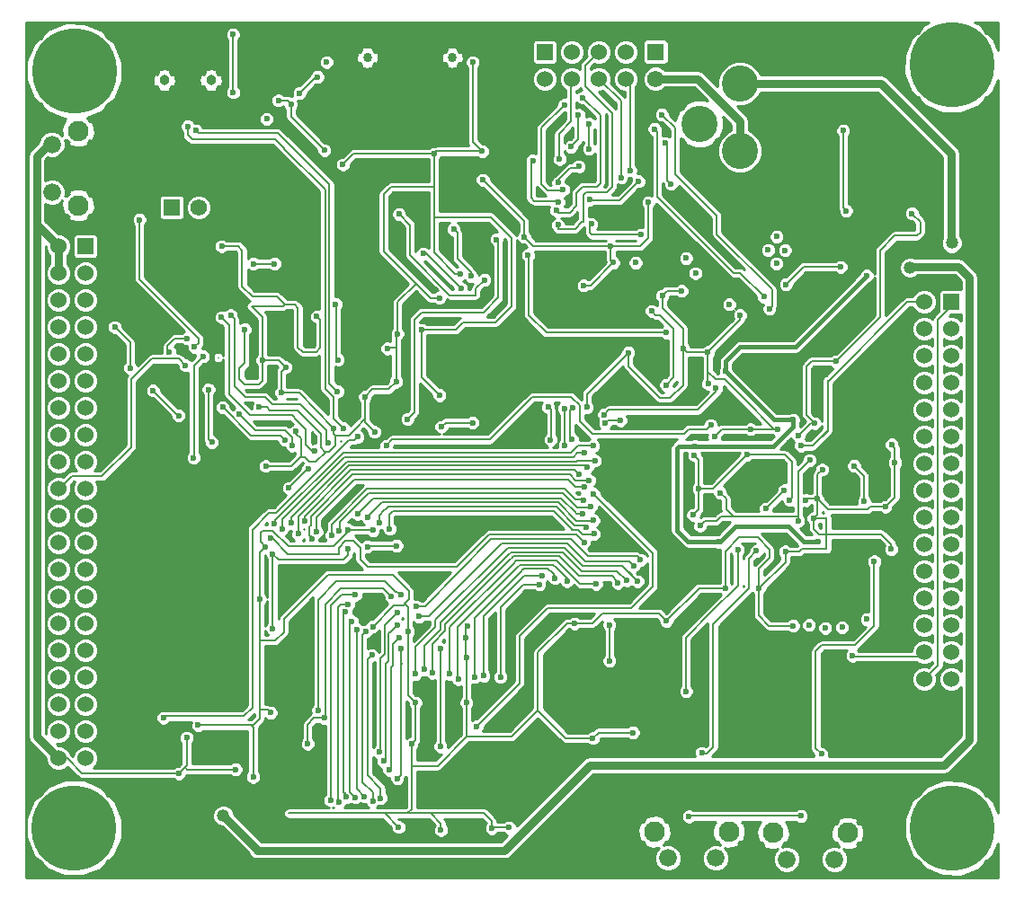
<source format=gbl>
G04 (created by PCBNEW-RS274X (2011-03-30 BZR 2932)-stable) date 11/06/2011 13:06:09*
G01*
G70*
G90*
%MOIN*%
G04 Gerber Fmt 3.4, Leading zero omitted, Abs format*
%FSLAX34Y34*%
G04 APERTURE LIST*
%ADD10C,0.006000*%
%ADD11R,0.060000X0.060000*%
%ADD12C,0.060000*%
%ADD13R,0.062000X0.062000*%
%ADD14C,0.062000*%
%ADD15C,0.314000*%
%ADD16C,0.066000*%
%ADD17C,0.076000*%
%ADD18C,0.034000*%
%ADD19C,0.038000*%
%ADD20C,0.134000*%
%ADD21C,0.023600*%
%ADD22C,0.046900*%
%ADD23C,0.007500*%
%ADD24C,0.007900*%
%ADD25C,0.008000*%
%ADD26C,0.031000*%
%ADD27C,0.017000*%
%ADD28C,0.010000*%
G04 APERTURE END LIST*
G54D10*
G54D11*
X79930Y-44480D03*
G54D12*
X79930Y-45480D03*
X80930Y-44480D03*
X80930Y-45480D03*
X81930Y-44480D03*
X81930Y-45480D03*
X82930Y-44480D03*
X82930Y-45480D03*
G54D13*
X84039Y-44480D03*
G54D14*
X84039Y-45480D03*
G54D11*
X62902Y-51701D03*
G54D12*
X61902Y-51701D03*
X62902Y-56701D03*
X61902Y-52701D03*
X62902Y-57701D03*
X61902Y-53701D03*
X62902Y-58701D03*
X61902Y-54701D03*
X62902Y-59701D03*
X61902Y-55701D03*
X62902Y-60701D03*
X61902Y-56701D03*
X62902Y-61701D03*
X61902Y-57701D03*
X62902Y-62701D03*
X61902Y-58701D03*
X62902Y-63701D03*
X61902Y-59701D03*
X62902Y-64701D03*
X61902Y-60701D03*
X62902Y-65701D03*
X61902Y-61701D03*
X62902Y-66701D03*
X61902Y-62701D03*
X61902Y-63701D03*
X62902Y-67701D03*
X61902Y-64701D03*
X61902Y-66701D03*
X61902Y-67701D03*
X61902Y-68701D03*
X61902Y-69701D03*
X62902Y-68701D03*
X62902Y-69701D03*
X62902Y-52701D03*
X62902Y-53701D03*
X62902Y-54701D03*
X62902Y-55701D03*
X62902Y-70701D03*
X61902Y-70701D03*
X61902Y-65701D03*
G54D15*
X62479Y-73281D03*
X62489Y-45189D03*
X95031Y-44969D03*
X95046Y-73286D03*
G54D16*
X84500Y-74400D03*
X86270Y-74400D03*
G54D17*
X84000Y-73420D03*
X86760Y-73420D03*
G54D16*
X88900Y-74450D03*
X90670Y-74450D03*
G54D17*
X88400Y-73470D03*
X91160Y-73470D03*
G54D18*
X76500Y-44690D03*
X73350Y-44690D03*
G54D19*
X67550Y-45530D03*
X65820Y-45530D03*
G54D13*
X66100Y-50250D03*
G54D14*
X67100Y-50250D03*
G54D20*
X87170Y-45650D03*
X87170Y-48150D03*
X85670Y-47150D03*
G54D16*
X61654Y-47913D03*
X61654Y-49683D03*
G54D17*
X62634Y-47413D03*
X62634Y-50173D03*
G54D11*
X95000Y-53750D03*
G54D12*
X94000Y-53750D03*
X95000Y-58750D03*
X94000Y-54750D03*
X95000Y-59750D03*
X94000Y-55750D03*
X95000Y-60750D03*
X94000Y-56750D03*
X95000Y-61750D03*
X94000Y-57750D03*
X95000Y-62750D03*
X94000Y-58750D03*
X95000Y-63750D03*
X94000Y-59750D03*
X95000Y-64750D03*
X94000Y-60750D03*
X95000Y-65750D03*
X94000Y-61750D03*
X95000Y-66750D03*
X94000Y-62750D03*
X95000Y-67750D03*
X94000Y-63750D03*
X94000Y-64750D03*
X94000Y-65750D03*
X94000Y-66750D03*
X95000Y-54750D03*
X95000Y-55750D03*
X95000Y-56750D03*
X95000Y-57750D03*
X94000Y-67750D03*
G54D21*
X71913Y-58986D03*
X68287Y-54248D03*
X89432Y-59088D03*
X91339Y-66890D03*
X70563Y-59094D03*
X63988Y-54689D03*
X68606Y-57937D03*
X64555Y-56205D03*
X65406Y-57047D03*
X66350Y-57972D03*
X74602Y-64606D03*
X71528Y-68908D03*
X81750Y-62370D03*
X74160Y-71120D03*
X74530Y-66230D03*
X74176Y-62180D03*
X71392Y-59288D03*
X67945Y-54327D03*
X79730Y-64240D03*
X78288Y-67680D03*
X72464Y-58452D03*
X66693Y-47244D03*
X70440Y-60660D03*
X74050Y-59100D03*
X71150Y-59970D03*
X86090Y-58330D03*
X67988Y-57669D03*
X70300Y-58880D03*
X66614Y-56118D03*
X77696Y-52944D03*
X77254Y-58240D03*
X74528Y-50496D03*
X76100Y-58390D03*
X77200Y-52800D03*
X76552Y-51064D03*
X80680Y-59090D03*
X80650Y-57710D03*
X80932Y-58850D03*
X80964Y-57696D03*
X72256Y-55904D03*
X72180Y-53840D03*
X69120Y-52340D03*
X69910Y-52340D03*
X74840Y-58110D03*
X78144Y-51440D03*
X69752Y-62536D03*
X81384Y-62672D03*
X64902Y-50709D03*
X66949Y-55433D03*
X70784Y-62368D03*
X81500Y-59890D03*
X81790Y-59650D03*
X70520Y-61956D03*
X81208Y-60138D03*
X71032Y-61896D03*
X81640Y-61350D03*
X72566Y-72135D03*
X72312Y-62264D03*
X72540Y-65270D03*
X81740Y-60880D03*
X71140Y-70160D03*
X77400Y-69520D03*
X74248Y-64696D03*
X71750Y-69200D03*
X70190Y-62174D03*
X81410Y-59370D03*
X69912Y-61984D03*
X81730Y-59100D03*
X73792Y-70468D03*
X75152Y-65056D03*
X83480Y-63330D03*
X74450Y-65290D03*
X81460Y-62120D03*
X74460Y-71438D03*
X73812Y-61952D03*
X74589Y-66628D03*
X81326Y-61618D03*
X72644Y-64972D03*
X72300Y-72320D03*
X72984Y-61628D03*
X82130Y-57940D03*
X86280Y-56969D03*
X79846Y-63908D03*
X77664Y-67632D03*
X80752Y-64122D03*
X76720Y-67760D03*
X85752Y-70492D03*
X87780Y-63000D03*
X92146Y-63386D03*
X90185Y-70535D03*
X80610Y-49590D03*
X88260Y-54010D03*
X84270Y-46810D03*
X80650Y-46450D03*
X72912Y-72152D03*
X72024Y-62432D03*
X72780Y-65620D03*
X81376Y-61112D03*
X75264Y-65432D03*
X73952Y-70800D03*
X83220Y-63550D03*
X74470Y-65740D03*
X71990Y-72248D03*
X73364Y-61768D03*
X72908Y-64624D03*
X81736Y-61868D03*
X73248Y-72104D03*
X72960Y-65930D03*
X80310Y-64010D03*
X77344Y-67680D03*
X76400Y-67568D03*
X81834Y-64220D03*
X82640Y-64192D03*
X75760Y-67520D03*
X82976Y-64094D03*
X75450Y-67392D03*
X75136Y-67568D03*
X83366Y-64124D03*
X76060Y-66630D03*
X76064Y-70256D03*
X82740Y-58160D03*
X82170Y-58260D03*
X80148Y-58872D03*
X80056Y-57664D03*
X75424Y-51968D03*
X76820Y-53260D03*
X72246Y-57078D03*
X67008Y-47402D03*
X82760Y-49140D03*
X81340Y-46180D03*
X80350Y-50360D03*
X80440Y-50060D03*
X80900Y-48000D03*
X88055Y-53565D03*
X84000Y-47340D03*
X79490Y-48510D03*
X81180Y-46820D03*
X83100Y-48880D03*
X80420Y-50900D03*
X81190Y-48730D03*
X80428Y-49332D03*
X91580Y-46310D03*
X92735Y-48745D03*
X91870Y-52780D03*
X90064Y-62656D03*
X89140Y-58130D03*
X85504Y-59104D03*
X86640Y-56336D03*
X86384Y-62656D03*
G54D22*
X93470Y-52490D03*
X68010Y-72825D03*
G54D21*
X89750Y-59630D03*
X86430Y-60840D03*
X85690Y-62060D03*
X89328Y-61888D03*
X82330Y-67080D03*
X82330Y-65745D03*
X89429Y-72835D03*
X85276Y-72854D03*
G54D22*
X95020Y-51570D03*
G54D21*
X93543Y-50472D03*
X90994Y-47402D03*
X91102Y-50374D03*
X92776Y-62933D03*
X66016Y-55614D03*
X66654Y-55118D03*
X91870Y-65531D03*
X89006Y-61112D03*
X89606Y-61122D03*
X92795Y-59055D03*
X92913Y-59724D03*
X92559Y-61358D03*
X87431Y-59429D03*
X86230Y-58760D03*
X85988Y-56795D03*
X83201Y-69740D03*
X81709Y-69949D03*
X89140Y-65777D03*
X89730Y-65747D03*
X90330Y-65857D03*
X90950Y-65837D03*
X89343Y-58732D03*
X90728Y-55965D03*
X70712Y-58552D03*
X89940Y-58260D03*
X85480Y-59450D03*
X90220Y-59980D03*
X85640Y-60690D03*
X69572Y-62840D03*
X69360Y-64778D03*
X81490Y-57670D03*
X77030Y-68630D03*
X69770Y-69000D03*
X85004Y-53348D03*
X85170Y-52130D03*
X88210Y-51830D03*
X88530Y-51336D03*
X88840Y-51840D03*
X85520Y-52690D03*
X88520Y-52330D03*
X81370Y-53150D03*
X76810Y-52710D03*
X72448Y-48656D03*
X74097Y-55487D03*
X74859Y-65989D03*
X76993Y-66217D03*
X77040Y-66950D03*
X77080Y-65790D03*
X67953Y-51693D03*
X73620Y-58580D03*
X85432Y-61660D03*
X85980Y-55620D03*
X70056Y-46280D03*
X70158Y-57137D03*
X69335Y-57666D03*
X69584Y-59850D03*
X79170Y-51344D03*
X74510Y-73248D03*
X76080Y-73360D03*
X72640Y-62216D03*
X73560Y-62230D03*
X89900Y-61790D03*
X90040Y-61070D03*
X69620Y-46970D03*
X82380Y-51690D03*
X82470Y-52300D03*
X83300Y-52300D03*
X84290Y-53530D03*
X88850Y-63020D03*
X87870Y-64400D03*
X86628Y-64380D03*
X84440Y-65600D03*
X74990Y-70160D03*
X77970Y-73290D03*
X78600Y-73260D03*
X75140Y-68630D03*
X87560Y-58480D03*
X85050Y-55480D03*
X83030Y-55640D03*
X88870Y-53110D03*
X90900Y-52460D03*
X81030Y-65690D03*
X69464Y-55924D03*
X72094Y-58444D03*
X88550Y-58490D03*
X71840Y-44860D03*
X71500Y-45410D03*
X71760Y-48128D03*
X75824Y-48256D03*
X77616Y-48168D03*
X77260Y-44860D03*
X77632Y-49224D03*
X74470Y-54940D03*
X69120Y-71387D03*
X66650Y-69927D03*
X67080Y-69467D03*
X66360Y-71257D03*
X73550Y-65804D03*
X68808Y-54772D03*
X75368Y-54792D03*
X70320Y-56180D03*
X68470Y-71107D03*
X71482Y-54299D03*
X74420Y-56720D03*
X73260Y-57280D03*
X76020Y-53610D03*
X76030Y-57220D03*
X70840Y-46010D03*
X70520Y-46410D03*
X83770Y-50068D03*
X87170Y-54250D03*
X86770Y-53850D03*
X91772Y-61161D03*
X91398Y-59843D03*
X73292Y-65990D03*
X73552Y-72280D03*
X83408Y-49280D03*
X81600Y-49960D03*
X83488Y-51264D03*
X81650Y-50870D03*
X68382Y-45984D03*
X68370Y-43828D03*
X67465Y-57008D03*
X67583Y-58969D03*
X88816Y-60752D03*
X87088Y-62960D03*
X88128Y-61424D03*
X85168Y-68208D03*
X81580Y-60380D03*
X71288Y-62552D03*
X81570Y-47150D03*
X84608Y-49372D03*
X84392Y-47856D03*
X83892Y-54092D03*
X84430Y-56840D03*
X81570Y-48080D03*
X80480Y-48460D03*
X79310Y-52016D03*
X84448Y-54896D03*
X69848Y-63104D03*
X69836Y-65872D03*
X72640Y-62910D03*
X66909Y-59539D03*
X67264Y-55783D03*
X73350Y-62840D03*
X74432Y-62808D03*
X65792Y-69193D03*
X72990Y-58770D03*
X81390Y-60630D03*
X71472Y-62296D03*
X73520Y-66870D03*
X73848Y-72176D03*
G54D23*
X67824Y-55814D02*
X67824Y-55827D01*
X68287Y-54264D02*
X68287Y-54248D01*
X68420Y-54397D02*
X68287Y-54264D01*
X68420Y-54843D02*
X68420Y-54397D01*
X68420Y-54843D02*
X68420Y-56880D01*
X68420Y-54820D02*
X68420Y-54843D01*
X71846Y-58536D02*
X71846Y-58919D01*
X68830Y-57290D02*
X69560Y-57290D01*
X68420Y-56880D02*
X68830Y-57290D01*
X71846Y-58536D02*
X71720Y-58410D01*
X69820Y-57550D02*
X70860Y-57550D01*
X69560Y-57290D02*
X69820Y-57550D01*
X70860Y-57550D02*
X71720Y-58410D01*
X71846Y-58536D02*
X71846Y-58536D01*
X71846Y-58919D02*
X71913Y-58986D01*
G54D24*
X90420Y-56713D02*
X90420Y-56670D01*
X90420Y-58540D02*
X90420Y-56713D01*
X90352Y-58592D02*
X90420Y-58524D01*
G54D25*
X90420Y-56713D02*
X90420Y-56706D01*
G54D24*
X90420Y-58524D02*
X90420Y-56670D01*
X89432Y-59088D02*
X89440Y-59096D01*
G54D23*
X93366Y-53760D02*
X93990Y-53760D01*
G54D24*
X89440Y-59096D02*
X89856Y-59096D01*
X89856Y-59096D02*
X90352Y-58600D01*
X89410Y-59100D02*
X89860Y-59100D01*
G54D25*
X90420Y-56706D02*
X93366Y-53760D01*
G54D24*
X89860Y-59100D02*
X90420Y-58540D01*
X90352Y-58600D02*
X90352Y-58592D01*
G54D23*
X93990Y-53760D02*
X94000Y-53750D01*
X91358Y-66909D02*
X91988Y-66909D01*
X91339Y-66890D02*
X91358Y-66909D01*
X91988Y-66909D02*
X93841Y-66909D01*
X91988Y-66909D02*
X91993Y-66909D01*
X93841Y-66909D02*
X94000Y-66750D01*
X68606Y-57937D02*
X69189Y-58520D01*
X70563Y-58780D02*
X70563Y-59094D01*
X69189Y-58520D02*
X70303Y-58520D01*
X63988Y-54689D02*
X64555Y-55256D01*
X64555Y-55256D02*
X64555Y-56205D01*
X65406Y-57047D02*
X66331Y-57972D01*
X66331Y-57972D02*
X66350Y-57972D01*
X70303Y-58520D02*
X70563Y-58780D01*
X71528Y-68908D02*
X71528Y-68620D01*
X74392Y-64504D02*
X74440Y-64504D01*
X72208Y-64128D02*
X71528Y-64808D01*
X71528Y-67360D02*
X71528Y-65062D01*
X74440Y-64504D02*
X74602Y-64606D01*
X71528Y-65062D02*
X71528Y-64970D01*
X71528Y-68620D02*
X71528Y-68136D01*
X72328Y-64128D02*
X72208Y-64128D01*
X74016Y-64128D02*
X74392Y-64504D01*
X72328Y-64128D02*
X74016Y-64128D01*
X71528Y-64808D02*
X71528Y-64970D01*
X71528Y-68136D02*
X71528Y-67360D01*
X81750Y-62370D02*
X81748Y-62372D01*
X80256Y-61528D02*
X74292Y-61528D01*
X80946Y-62218D02*
X81178Y-62218D01*
X81328Y-62388D02*
X81328Y-62372D01*
X81332Y-62384D02*
X81328Y-62388D01*
X74240Y-71040D02*
X74160Y-71120D01*
X74176Y-62180D02*
X74176Y-61644D01*
X74240Y-67316D02*
X74240Y-71040D01*
X74240Y-67316D02*
X74303Y-67253D01*
X80946Y-62218D02*
X80924Y-62196D01*
X74530Y-66230D02*
X74529Y-66230D01*
X81178Y-62218D02*
X81332Y-62372D01*
X81332Y-62372D02*
X81332Y-62384D01*
X74529Y-66230D02*
X74303Y-66456D01*
X74303Y-66456D02*
X74303Y-67253D01*
X81748Y-62372D02*
X81328Y-62372D01*
X74176Y-61644D02*
X74292Y-61528D01*
X80924Y-62196D02*
X80256Y-61528D01*
X71312Y-59288D02*
X71080Y-59056D01*
X70745Y-58161D02*
X70743Y-58161D01*
X71080Y-58496D02*
X71080Y-59056D01*
X70745Y-58161D02*
X71080Y-58496D01*
X68220Y-57010D02*
X68220Y-55201D01*
X68217Y-57185D02*
X69000Y-57968D01*
X68220Y-57010D02*
X68217Y-57008D01*
X68217Y-57008D02*
X68217Y-57185D01*
X70550Y-57968D02*
X69000Y-57968D01*
X70743Y-58161D02*
X70550Y-57968D01*
X67945Y-54334D02*
X67945Y-54327D01*
X71312Y-59288D02*
X71392Y-59288D01*
X68220Y-54609D02*
X67945Y-54334D01*
X68220Y-55201D02*
X68220Y-55200D01*
X68220Y-55201D02*
X68220Y-54609D01*
X79714Y-64256D02*
X79730Y-64240D01*
X78288Y-65088D02*
X78288Y-67680D01*
X79120Y-64256D02*
X78288Y-65088D01*
X79714Y-64256D02*
X79120Y-64256D01*
X66693Y-47244D02*
X66693Y-47559D01*
X70270Y-48070D02*
X70274Y-48074D01*
X70274Y-48070D02*
X69921Y-47717D01*
X72088Y-58076D02*
X72464Y-58452D01*
X71784Y-56992D02*
X72088Y-57296D01*
X71784Y-49584D02*
X71784Y-56992D01*
X66693Y-47559D02*
X66851Y-47717D01*
X72088Y-57296D02*
X72088Y-58076D01*
X70274Y-48074D02*
X71784Y-49584D01*
X69921Y-47717D02*
X67205Y-47717D01*
X66851Y-47717D02*
X67205Y-47717D01*
X70274Y-48074D02*
X70274Y-48070D01*
X71130Y-59970D02*
X71150Y-59970D01*
X74050Y-59100D02*
X74280Y-58870D01*
X70440Y-60660D02*
X71130Y-59970D01*
X77890Y-58870D02*
X79470Y-57290D01*
X74280Y-58870D02*
X77890Y-58870D01*
X85270Y-58480D02*
X85940Y-58480D01*
X80910Y-57290D02*
X81220Y-57600D01*
X79470Y-57290D02*
X80910Y-57290D01*
X81220Y-57600D02*
X81220Y-58180D01*
X81220Y-58180D02*
X81700Y-58660D01*
X81700Y-58660D02*
X85090Y-58660D01*
X85090Y-58660D02*
X85270Y-58480D01*
X85940Y-58480D02*
X86090Y-58330D01*
X69248Y-58720D02*
X69220Y-58720D01*
X70140Y-58720D02*
X69248Y-58720D01*
X69039Y-58720D02*
X67988Y-57669D01*
X70300Y-58880D02*
X70140Y-58720D01*
X69248Y-58720D02*
X69039Y-58720D01*
X61921Y-60701D02*
X62390Y-60232D01*
X62390Y-60232D02*
X63509Y-60232D01*
X63509Y-60232D02*
X64598Y-59143D01*
X64598Y-59143D02*
X64598Y-56631D01*
X64598Y-56631D02*
X65363Y-55866D01*
X65363Y-55866D02*
X66362Y-55866D01*
X61902Y-60701D02*
X61921Y-60701D01*
X66362Y-55866D02*
X66614Y-56118D01*
X77376Y-53264D02*
X77376Y-53488D01*
X77696Y-52944D02*
X77376Y-53264D01*
X74944Y-52032D02*
X74944Y-50912D01*
X77360Y-53504D02*
X76416Y-53504D01*
X76250Y-58240D02*
X77254Y-58240D01*
X76100Y-58390D02*
X76250Y-58240D01*
X74944Y-50912D02*
X74528Y-50496D01*
X76416Y-53504D02*
X74944Y-52032D01*
X77376Y-53488D02*
X77360Y-53504D01*
X77200Y-52666D02*
X76688Y-52154D01*
X77200Y-52800D02*
X77200Y-52666D01*
X76688Y-51200D02*
X76688Y-52154D01*
X76552Y-51064D02*
X76688Y-51200D01*
X80680Y-59090D02*
X80680Y-57740D01*
X80680Y-57740D02*
X80650Y-57710D01*
X80864Y-57796D02*
X80964Y-57696D01*
X80864Y-58782D02*
X80864Y-58704D01*
X80864Y-58704D02*
X80864Y-57796D01*
X80864Y-58782D02*
X80932Y-58850D01*
X72184Y-53844D02*
X72180Y-53840D01*
X72184Y-54720D02*
X72184Y-53844D01*
X72184Y-54714D02*
X72184Y-54720D01*
X72184Y-55832D02*
X72256Y-55904D01*
X72184Y-54720D02*
X72184Y-55832D01*
X69120Y-52340D02*
X69910Y-52340D01*
X75744Y-54144D02*
X75548Y-54144D01*
X77664Y-54144D02*
X78208Y-53600D01*
X75744Y-54144D02*
X77664Y-54144D01*
X75372Y-54144D02*
X75104Y-54412D01*
X75104Y-54412D02*
X75104Y-54784D01*
X75104Y-57846D02*
X75104Y-54784D01*
X74840Y-58110D02*
X75104Y-57846D01*
X75548Y-54144D02*
X75372Y-54144D01*
X78208Y-53600D02*
X78208Y-51504D01*
X78208Y-51504D02*
X78144Y-51440D01*
G54D24*
X70416Y-63112D02*
X69840Y-62536D01*
X73088Y-62880D02*
X72832Y-62624D01*
X76664Y-63592D02*
X73368Y-63592D01*
X77864Y-62392D02*
X76664Y-63592D01*
X78080Y-62392D02*
X77864Y-62392D01*
X78091Y-62403D02*
X78080Y-62392D01*
X81115Y-62403D02*
X78091Y-62403D01*
X81384Y-62672D02*
X81115Y-62403D01*
X73368Y-63592D02*
X73088Y-63312D01*
X72832Y-62624D02*
X72544Y-62624D01*
X72544Y-62624D02*
X72296Y-62872D01*
X72296Y-62872D02*
X72296Y-63120D01*
X72296Y-63120D02*
X72288Y-63112D01*
X72288Y-63112D02*
X70416Y-63112D01*
X69840Y-62536D02*
X69752Y-62536D01*
X73088Y-63312D02*
X73088Y-62880D01*
G54D23*
X64902Y-52914D02*
X64902Y-50709D01*
X67106Y-55118D02*
X64902Y-52914D01*
X67106Y-55276D02*
X67106Y-55118D01*
X66949Y-55433D02*
X67106Y-55276D01*
X70786Y-61706D02*
X72660Y-59832D01*
X70786Y-62010D02*
X70786Y-61706D01*
X70786Y-62010D02*
X70786Y-62366D01*
X70786Y-62366D02*
X70784Y-62368D01*
X72660Y-59832D02*
X72964Y-59832D01*
X81500Y-59890D02*
X81442Y-59832D01*
X81442Y-59832D02*
X72964Y-59832D01*
X81790Y-59650D02*
X81784Y-59644D01*
X72592Y-59672D02*
X72880Y-59672D01*
X70520Y-61744D02*
X72592Y-59672D01*
X70520Y-61956D02*
X70520Y-61744D01*
X81090Y-59670D02*
X81116Y-59644D01*
X81090Y-59672D02*
X81090Y-59670D01*
X81090Y-59672D02*
X72880Y-59672D01*
X81784Y-59644D02*
X81116Y-59644D01*
X81044Y-59996D02*
X73076Y-59996D01*
X81186Y-60138D02*
X81044Y-59996D01*
X71032Y-61704D02*
X71032Y-61896D01*
X81208Y-60138D02*
X81186Y-60138D01*
X72740Y-59996D02*
X73076Y-59996D01*
X71032Y-61704D02*
X72740Y-59996D01*
X72480Y-65330D02*
X72480Y-71948D01*
X72344Y-62232D02*
X72312Y-62264D01*
X72344Y-61936D02*
X73416Y-60864D01*
X73416Y-60864D02*
X80608Y-60864D01*
X81120Y-61376D02*
X80608Y-60864D01*
X81614Y-61376D02*
X81120Y-61376D01*
X81640Y-61350D02*
X81614Y-61376D01*
X72540Y-65270D02*
X72480Y-65330D01*
X72566Y-72135D02*
X72566Y-72034D01*
X72344Y-61936D02*
X72344Y-62232D01*
X72566Y-72034D02*
X72480Y-71948D01*
X71380Y-69200D02*
X71140Y-69440D01*
X79000Y-67920D02*
X79000Y-66160D01*
X77400Y-69520D02*
X79000Y-67920D01*
X79000Y-66160D02*
X80040Y-65120D01*
X80040Y-65120D02*
X83140Y-65120D01*
X83140Y-65120D02*
X83940Y-64320D01*
X83940Y-64320D02*
X83940Y-63080D01*
X83940Y-63080D02*
X81740Y-60880D01*
X71784Y-64984D02*
X71784Y-69166D01*
X71784Y-64984D02*
X72376Y-64392D01*
X72376Y-64392D02*
X73944Y-64392D01*
X73944Y-64392D02*
X74248Y-64696D01*
X71750Y-69200D02*
X71784Y-69166D01*
X71750Y-69200D02*
X71380Y-69200D01*
X71140Y-69440D02*
X71140Y-70160D01*
X72512Y-59504D02*
X72776Y-59504D01*
X80980Y-59504D02*
X80912Y-59504D01*
X70190Y-62174D02*
X70190Y-61826D01*
X80912Y-59504D02*
X72776Y-59504D01*
X80987Y-59504D02*
X80980Y-59504D01*
X70190Y-61826D02*
X72512Y-59504D01*
X81130Y-59370D02*
X81410Y-59370D01*
X80980Y-59504D02*
X80996Y-59504D01*
X80996Y-59504D02*
X81130Y-59370D01*
X69912Y-61882D02*
X72450Y-59344D01*
X72450Y-59344D02*
X72704Y-59344D01*
X69912Y-61984D02*
X69912Y-61882D01*
X72704Y-59344D02*
X80892Y-59344D01*
X80892Y-59344D02*
X80892Y-59336D01*
X81150Y-59100D02*
X81730Y-59100D01*
X80892Y-59344D02*
X80906Y-59344D01*
X80906Y-59344D02*
X81150Y-59100D01*
X73840Y-66988D02*
X73994Y-66834D01*
X73840Y-66988D02*
X73840Y-70420D01*
X77932Y-62560D02*
X75496Y-65056D01*
X80884Y-62560D02*
X77932Y-62560D01*
X83350Y-63200D02*
X81520Y-63200D01*
X83480Y-63330D02*
X83350Y-63200D01*
X75496Y-65056D02*
X75152Y-65056D01*
X74450Y-65290D02*
X74120Y-65620D01*
X74120Y-65620D02*
X73994Y-65746D01*
X73994Y-65746D02*
X73994Y-66834D01*
X81520Y-63200D02*
X80884Y-62560D01*
X73792Y-70468D02*
X73840Y-70420D01*
X81380Y-62040D02*
X81040Y-62040D01*
X80352Y-61352D02*
X74128Y-61352D01*
X74592Y-67224D02*
X74592Y-71306D01*
X81460Y-62120D02*
X81380Y-62040D01*
X74128Y-61352D02*
X73880Y-61600D01*
X73880Y-61600D02*
X73877Y-61615D01*
X74592Y-71306D02*
X74460Y-71438D01*
X73812Y-61952D02*
X73812Y-61680D01*
X73812Y-61680D02*
X73877Y-61615D01*
X74592Y-66631D02*
X74589Y-66628D01*
X74592Y-67224D02*
X74592Y-66631D01*
X81040Y-62040D02*
X80352Y-61352D01*
X74592Y-67224D02*
X74672Y-67144D01*
X81088Y-61600D02*
X80528Y-61040D01*
X72256Y-65096D02*
X72384Y-64968D01*
X81326Y-61618D02*
X81106Y-61618D01*
X81106Y-61618D02*
X81088Y-61600D01*
X72644Y-64972D02*
X72380Y-64972D01*
X72380Y-64972D02*
X72384Y-64968D01*
X72256Y-72276D02*
X72256Y-65096D01*
X72256Y-72276D02*
X72300Y-72320D01*
X80528Y-61040D02*
X73572Y-61040D01*
X73572Y-61040D02*
X72984Y-61628D01*
G54D25*
X82304Y-57766D02*
X82130Y-57940D01*
X85610Y-57766D02*
X82304Y-57766D01*
X86280Y-57096D02*
X85610Y-57766D01*
X86280Y-56969D02*
X86280Y-57096D01*
G54D23*
X79056Y-64016D02*
X77664Y-65408D01*
X79164Y-63908D02*
X79056Y-64016D01*
X77664Y-65408D02*
X77664Y-67632D01*
X79846Y-63908D02*
X79164Y-63908D01*
X79024Y-63504D02*
X80224Y-63504D01*
X80752Y-64122D02*
X80752Y-64032D01*
X80752Y-64032D02*
X80356Y-63636D01*
X76704Y-67744D02*
X76720Y-67760D01*
X78891Y-63637D02*
X78978Y-63550D01*
X76704Y-65824D02*
X76704Y-67744D01*
X78978Y-63550D02*
X79024Y-63504D01*
X80224Y-63504D02*
X80356Y-63636D01*
X78891Y-63637D02*
X76704Y-65824D01*
X85945Y-70520D02*
X86180Y-70285D01*
X85780Y-70520D02*
X85945Y-70520D01*
X86180Y-65720D02*
X86280Y-65620D01*
X87780Y-63000D02*
X87500Y-63280D01*
X86180Y-65720D02*
X86180Y-70285D01*
X87500Y-63280D02*
X87500Y-64400D01*
X87500Y-64400D02*
X86280Y-65620D01*
X85752Y-70492D02*
X85780Y-70520D01*
X89980Y-66721D02*
X90205Y-66496D01*
X92146Y-63898D02*
X92146Y-64606D01*
X92146Y-64606D02*
X92146Y-65591D01*
X91437Y-66496D02*
X90354Y-66496D01*
X92146Y-65787D02*
X91437Y-66496D01*
X92146Y-65591D02*
X92146Y-65787D01*
X89980Y-70330D02*
X89980Y-66870D01*
X90185Y-70535D02*
X89980Y-70330D01*
X89980Y-66870D02*
X89980Y-66721D01*
X92146Y-63386D02*
X92146Y-63898D01*
X90205Y-66496D02*
X90354Y-66496D01*
X84760Y-49020D02*
X84760Y-48340D01*
X86310Y-51240D02*
X86310Y-50570D01*
X88360Y-53290D02*
X86310Y-51240D01*
X88360Y-53910D02*
X88360Y-53290D01*
X88260Y-54010D02*
X88360Y-53910D01*
X80580Y-49620D02*
X80610Y-49590D01*
X79800Y-49380D02*
X79800Y-48500D01*
X80040Y-49620D02*
X79800Y-49380D01*
X80430Y-49620D02*
X80040Y-49620D01*
X79800Y-48500D02*
X79800Y-47300D01*
X84760Y-47300D02*
X84760Y-48340D01*
X84270Y-46810D02*
X84760Y-47300D01*
X80430Y-49620D02*
X80580Y-49620D01*
X79800Y-47300D02*
X80650Y-46450D01*
X86310Y-50570D02*
X84760Y-49020D01*
X73340Y-60692D02*
X72028Y-62004D01*
X72712Y-71952D02*
X72912Y-72152D01*
X72024Y-62432D02*
X72028Y-62428D01*
X72028Y-62428D02*
X72028Y-62004D01*
X81376Y-61112D02*
X81352Y-61088D01*
X81352Y-61088D02*
X81056Y-61088D01*
X72780Y-65620D02*
X72712Y-65688D01*
X72712Y-65688D02*
X72712Y-71952D01*
X81056Y-61088D02*
X80660Y-60692D01*
X80660Y-60692D02*
X73340Y-60692D01*
G54D24*
X78324Y-62732D02*
X80780Y-62732D01*
G54D23*
X74147Y-67077D02*
X74145Y-67079D01*
G54D24*
X75648Y-65408D02*
X78324Y-62732D01*
X75288Y-65408D02*
X75648Y-65408D01*
X75288Y-65408D02*
X75264Y-65432D01*
G54D23*
X74147Y-66063D02*
X74147Y-67077D01*
G54D24*
X83050Y-63380D02*
X81428Y-63380D01*
X73952Y-70800D02*
X74044Y-70708D01*
G54D23*
X74145Y-67079D02*
X74144Y-67079D01*
X74144Y-67079D02*
X74144Y-67080D01*
X74227Y-65983D02*
X74147Y-66063D01*
X74320Y-65890D02*
X74227Y-65983D01*
G54D24*
X74044Y-67180D02*
X74044Y-70708D01*
X74320Y-65890D02*
X74470Y-65740D01*
X80780Y-62732D02*
X81428Y-63380D01*
X74044Y-67180D02*
X74144Y-67080D01*
X83220Y-63550D02*
X83050Y-63380D01*
G54D23*
X72903Y-64619D02*
X72908Y-64624D01*
X80432Y-61192D02*
X81112Y-61872D01*
X73364Y-61768D02*
X73364Y-61724D01*
X81732Y-61872D02*
X81736Y-61868D01*
X81112Y-61872D02*
X81732Y-61872D01*
X73544Y-61544D02*
X73896Y-61192D01*
X73896Y-61192D02*
X80432Y-61192D01*
X72408Y-64624D02*
X72403Y-64619D01*
X72403Y-64619D02*
X72400Y-64616D01*
X72908Y-64624D02*
X72408Y-64624D01*
X73364Y-61724D02*
X73544Y-61544D01*
X71990Y-65030D02*
X71988Y-65028D01*
X71988Y-65028D02*
X72400Y-64616D01*
X72400Y-64616D02*
X72408Y-64624D01*
X72403Y-64619D02*
X72903Y-64619D01*
X71990Y-72248D02*
X71990Y-65030D01*
X72968Y-71824D02*
X73248Y-72104D01*
X72960Y-65930D02*
X72968Y-65938D01*
X72968Y-65938D02*
X72968Y-71824D01*
X78988Y-63828D02*
X77344Y-65472D01*
X80220Y-63828D02*
X80228Y-63828D01*
X80304Y-64004D02*
X80304Y-63904D01*
X80304Y-64004D02*
X80310Y-64010D01*
X78988Y-63828D02*
X79038Y-63778D01*
X80047Y-63655D02*
X80220Y-63828D01*
X79078Y-63737D02*
X79160Y-63655D01*
X79078Y-63738D02*
X79078Y-63737D01*
X79038Y-63778D02*
X79078Y-63738D01*
X77344Y-65472D02*
X77344Y-67680D01*
X80228Y-63828D02*
X80304Y-63904D01*
X79160Y-63655D02*
X80047Y-63655D01*
X81244Y-64220D02*
X81228Y-64204D01*
X81834Y-64220D02*
X81244Y-64220D01*
X76400Y-65824D02*
X76400Y-67568D01*
X78752Y-63472D02*
X76400Y-65824D01*
X80496Y-63472D02*
X81136Y-64112D01*
X78752Y-63472D02*
X78752Y-63471D01*
X78873Y-63350D02*
X80374Y-63350D01*
X78752Y-63471D02*
X78873Y-63350D01*
X81136Y-64112D02*
X81228Y-64204D01*
X80374Y-63350D02*
X80496Y-63472D01*
X80472Y-63196D02*
X80566Y-63290D01*
X80566Y-63290D02*
X81212Y-63936D01*
X75760Y-66608D02*
X75760Y-66448D01*
X82432Y-63936D02*
X81264Y-63936D01*
X82608Y-64112D02*
X82432Y-63936D01*
X82608Y-64160D02*
X82608Y-64112D01*
X82608Y-64160D02*
X82640Y-64192D01*
X76240Y-65728D02*
X76240Y-65968D01*
X78678Y-63290D02*
X76240Y-65728D01*
X78678Y-63290D02*
X78730Y-63238D01*
X78730Y-63238D02*
X78730Y-63237D01*
X75760Y-66608D02*
X75760Y-67520D01*
X78771Y-63196D02*
X78785Y-63196D01*
X78785Y-63196D02*
X80472Y-63196D01*
X75760Y-66448D02*
X76240Y-65968D01*
X81264Y-63936D02*
X81212Y-63936D01*
X78730Y-63237D02*
X78771Y-63196D01*
X78643Y-63088D02*
X78691Y-63040D01*
X78691Y-63040D02*
X80588Y-63040D01*
X80588Y-63040D02*
X80636Y-63088D01*
X78640Y-63088D02*
X78643Y-63088D01*
X81292Y-63744D02*
X82604Y-63744D01*
X80636Y-63088D02*
X81292Y-63744D01*
X76064Y-65664D02*
X78640Y-63088D01*
X76064Y-65664D02*
X76064Y-65920D01*
X82976Y-64094D02*
X82954Y-64094D01*
X82954Y-64094D02*
X82604Y-63744D01*
X76064Y-65920D02*
X75472Y-66512D01*
X75472Y-66516D02*
X75472Y-66512D01*
X75450Y-66538D02*
X75472Y-66516D01*
X75472Y-66512D02*
X75472Y-66512D01*
X75450Y-67392D02*
X75450Y-66538D01*
X83184Y-63936D02*
X82800Y-63552D01*
X82800Y-63552D02*
X81340Y-63552D01*
X78529Y-62912D02*
X78554Y-62887D01*
X78554Y-62887D02*
X80672Y-62887D01*
X80672Y-62887D02*
X80697Y-62912D01*
X78528Y-62912D02*
X78529Y-62912D01*
X75872Y-65568D02*
X75872Y-65824D01*
X80700Y-62912D02*
X80697Y-62912D01*
X81340Y-63552D02*
X80700Y-62912D01*
X83366Y-64124D02*
X83184Y-63942D01*
X83366Y-64124D02*
X83366Y-64118D01*
X83366Y-64118D02*
X82800Y-63552D01*
X75872Y-65824D02*
X75136Y-66560D01*
X75136Y-66560D02*
X75136Y-67568D01*
X78528Y-62912D02*
X75872Y-65568D01*
G54D24*
X76060Y-66630D02*
X76064Y-66634D01*
X76064Y-66634D02*
X76064Y-70256D01*
G54D23*
X82170Y-58260D02*
X82270Y-58160D01*
X82270Y-58160D02*
X82740Y-58160D01*
X80160Y-57768D02*
X80056Y-57664D01*
X80160Y-58860D02*
X80160Y-57768D01*
X80148Y-58872D02*
X80160Y-58860D01*
X76820Y-53260D02*
X75528Y-51968D01*
X75528Y-51968D02*
X75424Y-51968D01*
G54D24*
X70036Y-47484D02*
X71944Y-49392D01*
X71944Y-49392D02*
X71944Y-56776D01*
G54D23*
X71944Y-56776D02*
X72110Y-56942D01*
X67090Y-47484D02*
X70036Y-47484D01*
X67008Y-47402D02*
X67090Y-47484D01*
X72110Y-56942D02*
X72246Y-57078D01*
G54D24*
X82750Y-46300D02*
X81930Y-45480D01*
X82760Y-49140D02*
X82760Y-46300D01*
X82760Y-46300D02*
X82750Y-46300D01*
G54D23*
X81990Y-48830D02*
X81990Y-46840D01*
X80350Y-50360D02*
X80430Y-50440D01*
X80430Y-50440D02*
X80570Y-50440D01*
X80570Y-50440D02*
X80580Y-50440D01*
X81860Y-49480D02*
X81990Y-49350D01*
X81990Y-49350D02*
X81990Y-48830D01*
X81990Y-46830D02*
X81340Y-46180D01*
X80850Y-50440D02*
X81100Y-50190D01*
X81990Y-46840D02*
X81990Y-46830D01*
X81100Y-49710D02*
X81330Y-49480D01*
X80570Y-50440D02*
X80850Y-50440D01*
X81100Y-50190D02*
X81100Y-49730D01*
X81100Y-49730D02*
X81100Y-49720D01*
X81100Y-49730D02*
X81100Y-49710D01*
X81330Y-49480D02*
X81860Y-49480D01*
X84110Y-49870D02*
X84110Y-47450D01*
X80360Y-50010D02*
X79530Y-50010D01*
X79530Y-50010D02*
X79420Y-49900D01*
X80390Y-50010D02*
X80360Y-50010D01*
X80440Y-50060D02*
X80390Y-50010D01*
X85830Y-51590D02*
X86930Y-52690D01*
X87180Y-52690D02*
X86930Y-52690D01*
X84110Y-47450D02*
X84000Y-47340D01*
X85830Y-51590D02*
X84110Y-49870D01*
X79420Y-48580D02*
X79490Y-48510D01*
X79420Y-49900D02*
X79420Y-48580D01*
X81180Y-47720D02*
X81180Y-46820D01*
X87180Y-52690D02*
X88055Y-53565D01*
X80900Y-48000D02*
X81180Y-47720D01*
G54D24*
X83100Y-48880D02*
X83100Y-45650D01*
X83100Y-45650D02*
X82930Y-45480D01*
X83100Y-48880D02*
X83072Y-48852D01*
G54D23*
X81430Y-45740D02*
X81430Y-44980D01*
X82247Y-49669D02*
X82251Y-49669D01*
X82236Y-49680D02*
X82247Y-49669D01*
X82430Y-49490D02*
X82430Y-47040D01*
X81350Y-49790D02*
X81460Y-49680D01*
X82251Y-49669D02*
X82430Y-49490D01*
X82430Y-46740D02*
X81430Y-45740D01*
X81350Y-49990D02*
X81350Y-49790D01*
X80420Y-51050D02*
X80420Y-50900D01*
X80420Y-51050D02*
X81050Y-51050D01*
X81050Y-51050D02*
X81310Y-50790D01*
X81310Y-50790D02*
X81350Y-50790D01*
X82430Y-47040D02*
X82430Y-46740D01*
X81350Y-50790D02*
X81350Y-49990D01*
X81350Y-50790D02*
X81360Y-50790D01*
X81460Y-49680D02*
X82236Y-49680D01*
X81430Y-44980D02*
X81930Y-44480D01*
X80428Y-49232D02*
X80870Y-48790D01*
X80870Y-48790D02*
X81130Y-48790D01*
X81130Y-48790D02*
X81190Y-48730D01*
X80428Y-49332D02*
X80428Y-49232D01*
G54D26*
X91580Y-47590D02*
X91580Y-46310D01*
X92735Y-48745D02*
X91580Y-47590D01*
G54D27*
X86640Y-55959D02*
X87173Y-55426D01*
X87549Y-55426D02*
X89224Y-55426D01*
X91870Y-52780D02*
X89224Y-55426D01*
X85766Y-59104D02*
X88416Y-59104D01*
X88650Y-58870D02*
X88768Y-58752D01*
X89140Y-58380D02*
X88768Y-58752D01*
X89140Y-58130D02*
X89140Y-58380D01*
X85766Y-59104D02*
X85504Y-59104D01*
X88416Y-59104D02*
X88650Y-58870D01*
X86384Y-62656D02*
X86444Y-62656D01*
X89536Y-62656D02*
X90064Y-62656D01*
X88980Y-62100D02*
X89536Y-62656D01*
X87000Y-62100D02*
X88980Y-62100D01*
X86444Y-62656D02*
X87000Y-62100D01*
X88440Y-58136D02*
X86640Y-56336D01*
X89134Y-58136D02*
X88440Y-58136D01*
X89140Y-58130D02*
X89134Y-58136D01*
X85504Y-59104D02*
X84912Y-59104D01*
X85248Y-62656D02*
X86384Y-62656D01*
X84832Y-62240D02*
X85248Y-62656D01*
X84832Y-59184D02*
X84832Y-62240D01*
X84912Y-59104D02*
X84832Y-59184D01*
X86640Y-56336D02*
X86640Y-55959D01*
X87173Y-55426D02*
X87549Y-55426D01*
G54D26*
X94736Y-70949D02*
X90500Y-70949D01*
X95681Y-70004D02*
X94736Y-70949D01*
X95681Y-52847D02*
X95681Y-70004D01*
X95275Y-52441D02*
X95681Y-52847D01*
X69256Y-74114D02*
X69256Y-74071D01*
X69256Y-74071D02*
X68010Y-72825D01*
X93470Y-52490D02*
X93519Y-52441D01*
X81595Y-70949D02*
X78430Y-74114D01*
X90500Y-70949D02*
X81595Y-70949D01*
X90500Y-70949D02*
X90465Y-70949D01*
X93519Y-52441D02*
X95275Y-52441D01*
X78430Y-74114D02*
X69256Y-74114D01*
G54D24*
X89328Y-60052D02*
X89328Y-61728D01*
X89328Y-60052D02*
X89750Y-59630D01*
G54D23*
X86650Y-61440D02*
X86938Y-61728D01*
X86650Y-61060D02*
X86650Y-61440D01*
X86430Y-60840D02*
X86650Y-61060D01*
G54D24*
X86938Y-61728D02*
X86464Y-61728D01*
G54D23*
X85690Y-62060D02*
X85860Y-61890D01*
X85860Y-61890D02*
X86302Y-61890D01*
X86302Y-61890D02*
X86464Y-61728D01*
G54D24*
X89328Y-61728D02*
X89328Y-61888D01*
X89328Y-61728D02*
X86938Y-61728D01*
G54D23*
X82330Y-65745D02*
X82330Y-67080D01*
X85295Y-72835D02*
X89429Y-72835D01*
X85276Y-72854D02*
X85295Y-72835D01*
G54D26*
X87170Y-47052D02*
X87170Y-48150D01*
X85598Y-45480D02*
X87170Y-47052D01*
X84039Y-45480D02*
X85598Y-45480D01*
X95000Y-50335D02*
X95000Y-51550D01*
X95000Y-51550D02*
X95020Y-51570D01*
G54D23*
X90994Y-50266D02*
X90994Y-47402D01*
X91102Y-50374D02*
X90994Y-50266D01*
X92776Y-62933D02*
X92776Y-62746D01*
X89900Y-62174D02*
X89900Y-61790D01*
X90098Y-62372D02*
X89900Y-62174D01*
X92402Y-62372D02*
X90098Y-62372D01*
X92776Y-62746D02*
X92402Y-62372D01*
X89140Y-65777D02*
X88247Y-65777D01*
X87870Y-65400D02*
X87870Y-64400D01*
X88247Y-65777D02*
X87870Y-65400D01*
X65945Y-55394D02*
X65945Y-55384D01*
X65945Y-55543D02*
X65945Y-55394D01*
X66016Y-55614D02*
X65945Y-55543D01*
X66211Y-55118D02*
X66654Y-55118D01*
X65945Y-55384D02*
X66211Y-55118D01*
X90040Y-61070D02*
X89658Y-61070D01*
X88838Y-59429D02*
X87431Y-59429D01*
X89085Y-59676D02*
X88838Y-59429D01*
X89085Y-61033D02*
X89085Y-59676D01*
X89006Y-61112D02*
X89085Y-61033D01*
X89658Y-61070D02*
X89606Y-61122D01*
X92913Y-59724D02*
X92913Y-61004D01*
X92913Y-61004D02*
X92559Y-61358D01*
X92913Y-59724D02*
X92913Y-59173D01*
X92913Y-59173D02*
X92795Y-59055D01*
X90427Y-61457D02*
X90040Y-61070D01*
X92559Y-61358D02*
X92008Y-61358D01*
X92008Y-61358D02*
X91909Y-61457D01*
X91909Y-61457D02*
X90427Y-61457D01*
X86510Y-58480D02*
X86230Y-58760D01*
X87560Y-58480D02*
X86510Y-58480D01*
X87431Y-59429D02*
X86170Y-60690D01*
X86170Y-60690D02*
X85640Y-60690D01*
X85980Y-56787D02*
X85980Y-56356D01*
X85988Y-56795D02*
X85980Y-56787D01*
X81709Y-69949D02*
X80709Y-69949D01*
X80709Y-69949D02*
X79680Y-68920D01*
G54D26*
X92391Y-45650D02*
X87170Y-45650D01*
X95000Y-48259D02*
X92391Y-45650D01*
X95000Y-50335D02*
X95000Y-48259D01*
X95008Y-50343D02*
X95000Y-50335D01*
G54D23*
X95000Y-53750D02*
X95000Y-53933D01*
X94512Y-67238D02*
X94000Y-67750D01*
X94512Y-54421D02*
X94512Y-67238D01*
X95000Y-53933D02*
X94512Y-54421D01*
X81918Y-69740D02*
X83201Y-69740D01*
X81709Y-69949D02*
X81918Y-69740D01*
X61902Y-70701D02*
X62225Y-70701D01*
X62781Y-71257D02*
X66360Y-71257D01*
X62225Y-70701D02*
X62781Y-71257D01*
X93543Y-50472D02*
X93854Y-50783D01*
X93854Y-50783D02*
X93854Y-50803D01*
G54D26*
X61902Y-51701D02*
X61902Y-52701D01*
X61101Y-50900D02*
X61101Y-69900D01*
X61101Y-69900D02*
X61902Y-70701D01*
X61654Y-47913D02*
X61524Y-47913D01*
X61091Y-50890D02*
X61101Y-50900D01*
X61101Y-50900D02*
X61902Y-51701D01*
X61091Y-48346D02*
X61091Y-50890D01*
X61524Y-47913D02*
X61091Y-48346D01*
G54D24*
X89140Y-65777D02*
X89136Y-65777D01*
X89730Y-65747D02*
X89736Y-65753D01*
X89736Y-65753D02*
X89736Y-65761D01*
X90330Y-65857D02*
X90340Y-65867D01*
X90340Y-65867D02*
X90340Y-65873D01*
X90950Y-65837D02*
X90960Y-65847D01*
X90960Y-65847D02*
X90960Y-65853D01*
G54D23*
X92358Y-54335D02*
X90728Y-55965D01*
X92358Y-51851D02*
X92358Y-54335D01*
X92906Y-51303D02*
X92358Y-51851D01*
X93736Y-51303D02*
X92906Y-51303D01*
X93854Y-51185D02*
X93736Y-51303D01*
X93854Y-50807D02*
X93854Y-51185D01*
X89638Y-57958D02*
X89940Y-58260D01*
X90728Y-55965D02*
X89827Y-55965D01*
X89827Y-55965D02*
X89638Y-56154D01*
X89638Y-56154D02*
X89638Y-57958D01*
X89940Y-58260D02*
X89815Y-58260D01*
X89815Y-58260D02*
X89343Y-58732D01*
X90728Y-55965D02*
X90728Y-55948D01*
X93854Y-50803D02*
X93858Y-50807D01*
X93858Y-50807D02*
X93854Y-50807D01*
G54D24*
X89944Y-58288D02*
X89944Y-58264D01*
X89944Y-58264D02*
X89940Y-58260D01*
X85480Y-59456D02*
X85480Y-59450D01*
X90220Y-59980D02*
X90192Y-59980D01*
X85640Y-60690D02*
X85640Y-60680D01*
X85640Y-60690D02*
X85640Y-61452D01*
X85640Y-61452D02*
X85432Y-61660D01*
X85640Y-60690D02*
X85640Y-59610D01*
X85640Y-59610D02*
X85480Y-59450D01*
G54D23*
X90040Y-61070D02*
X90040Y-60160D01*
X90040Y-60160D02*
X90220Y-59980D01*
G54D24*
X69572Y-62840D02*
X69572Y-62832D01*
X69572Y-62840D02*
X69360Y-63052D01*
G54D23*
X69360Y-63052D02*
X69360Y-64778D01*
G54D24*
X69360Y-65472D02*
X69360Y-66320D01*
G54D23*
X69360Y-64778D02*
X69360Y-65472D01*
X69396Y-62664D02*
X69572Y-62840D01*
X69396Y-62320D02*
X69396Y-62664D01*
X69478Y-62238D02*
X69396Y-62320D01*
X69846Y-62238D02*
X69478Y-62238D01*
X70418Y-62810D02*
X69846Y-62238D01*
G54D24*
X81496Y-57676D02*
X81490Y-57670D01*
X81490Y-57670D02*
X81490Y-57180D01*
X81490Y-57180D02*
X83030Y-55640D01*
X85050Y-54738D02*
X85050Y-55480D01*
X83030Y-55640D02*
X83030Y-56150D01*
X85050Y-56838D02*
X85050Y-55480D01*
X84576Y-57312D02*
X85050Y-56838D01*
X84192Y-57312D02*
X84576Y-57312D01*
X83030Y-56150D02*
X84192Y-57312D01*
G54D23*
X87870Y-64400D02*
X87870Y-63650D01*
X86628Y-63012D02*
X86628Y-64380D01*
X87140Y-62500D02*
X86628Y-63012D01*
X87820Y-62500D02*
X87140Y-62500D01*
X88260Y-62940D02*
X87820Y-62500D01*
X88260Y-63260D02*
X88260Y-62940D01*
X87870Y-63650D02*
X88260Y-63260D01*
X77642Y-69898D02*
X78702Y-69898D01*
X77642Y-69898D02*
X77030Y-69898D01*
X79680Y-66768D02*
X80758Y-65690D01*
X79680Y-68920D02*
X79680Y-66768D01*
G54D24*
X81030Y-65690D02*
X80758Y-65690D01*
G54D23*
X78702Y-69898D02*
X79680Y-68920D01*
X69670Y-68900D02*
X69360Y-68900D01*
X69770Y-69000D02*
X69670Y-68900D01*
G54D24*
X84290Y-53530D02*
X84290Y-53520D01*
X84462Y-53348D02*
X85004Y-53348D01*
X84290Y-53520D02*
X84462Y-53348D01*
X85168Y-52108D02*
X85168Y-52128D01*
X85168Y-52128D02*
X85170Y-52130D01*
X88196Y-51836D02*
X88204Y-51836D01*
X88204Y-51836D02*
X88210Y-51830D01*
X88530Y-51336D02*
X88528Y-51336D01*
X88840Y-51840D02*
X88824Y-51840D01*
X85520Y-52690D02*
X85522Y-52692D01*
X85528Y-52692D02*
X85522Y-52692D01*
X88544Y-52340D02*
X88530Y-52340D01*
X88530Y-52340D02*
X88520Y-52330D01*
G54D23*
X74859Y-65989D02*
X74859Y-68349D01*
X74859Y-68349D02*
X75140Y-68630D01*
G54D24*
X81380Y-53140D02*
X81392Y-53140D01*
X81370Y-53150D02*
X81380Y-53140D01*
X81370Y-53150D02*
X81620Y-53150D01*
X81620Y-53150D02*
X82470Y-52300D01*
X82380Y-51690D02*
X82380Y-52210D01*
X82380Y-52210D02*
X82470Y-52300D01*
X76824Y-52724D02*
X76824Y-52736D01*
X76810Y-52710D02*
X76824Y-52724D01*
X77920Y-50608D02*
X75824Y-50608D01*
X78704Y-51392D02*
X77920Y-50608D01*
X78704Y-53920D02*
X78704Y-51392D01*
X78112Y-54512D02*
X78704Y-53920D01*
X76912Y-54512D02*
X78112Y-54512D01*
X76632Y-54792D02*
X76912Y-54512D01*
X76810Y-52710D02*
X76614Y-52710D01*
X75824Y-51920D02*
X75824Y-50608D01*
X76614Y-52710D02*
X75824Y-51920D01*
X75824Y-50608D02*
X75824Y-49984D01*
X75824Y-49984D02*
X75824Y-49490D01*
X75824Y-49490D02*
X75824Y-48256D01*
X72848Y-48256D02*
X75824Y-48256D01*
X72448Y-48656D02*
X72848Y-48256D01*
G54D23*
X74230Y-49490D02*
X75824Y-49490D01*
X73952Y-49768D02*
X74230Y-49490D01*
X73952Y-49890D02*
X73952Y-49768D01*
G54D24*
X75690Y-53610D02*
X75156Y-53076D01*
X75156Y-53076D02*
X73952Y-51872D01*
X73952Y-51872D02*
X73952Y-49890D01*
X73952Y-49890D02*
X73952Y-49888D01*
X76020Y-53610D02*
X75690Y-53610D01*
X76030Y-53600D02*
X76032Y-53600D01*
X76020Y-53610D02*
X76030Y-53600D01*
X74470Y-53762D02*
X75156Y-53076D01*
X74420Y-54990D02*
X74470Y-54940D01*
X74470Y-54940D02*
X74470Y-53762D01*
X74420Y-55464D02*
X74420Y-54990D01*
X74426Y-56726D02*
X74428Y-56726D01*
X74420Y-56720D02*
X74426Y-56726D01*
X74420Y-56720D02*
X74420Y-55464D01*
X74420Y-55464D02*
X74120Y-55464D01*
X74120Y-55464D02*
X74097Y-55487D01*
X69066Y-53936D02*
X69072Y-53936D01*
X69050Y-53920D02*
X69066Y-53936D01*
X74859Y-65989D02*
X74848Y-66000D01*
X76993Y-66217D02*
X76992Y-66216D01*
X77040Y-66950D02*
X77040Y-66952D01*
X74859Y-65989D02*
X74859Y-65075D01*
X74859Y-65075D02*
X74740Y-64956D01*
X77080Y-65790D02*
X77074Y-65784D01*
X77074Y-65784D02*
X77072Y-65784D01*
X76993Y-66217D02*
X76993Y-65877D01*
X76993Y-65877D02*
X77080Y-65790D01*
X76993Y-66217D02*
X76993Y-66903D01*
X76993Y-66903D02*
X77040Y-66950D01*
X77040Y-66950D02*
X77040Y-68620D01*
X77040Y-68620D02*
X77030Y-68630D01*
X77030Y-68630D02*
X77030Y-69898D01*
X77030Y-69898D02*
X75952Y-70976D01*
X75952Y-70976D02*
X74990Y-70976D01*
X81030Y-65690D02*
X81702Y-65690D01*
X81702Y-65690D02*
X82080Y-65312D01*
X82080Y-65312D02*
X84152Y-65312D01*
X74740Y-64956D02*
X74688Y-65008D01*
X74740Y-64956D02*
X74896Y-64800D01*
X74288Y-63888D02*
X72960Y-63888D01*
X74896Y-64496D02*
X74288Y-63888D01*
X74896Y-64800D02*
X74896Y-64496D01*
X72960Y-63888D02*
X72720Y-63888D01*
X72720Y-63888D02*
X71888Y-63888D01*
X73008Y-63888D02*
X72960Y-63888D01*
X77030Y-68630D02*
X77016Y-68616D01*
X77016Y-68616D02*
X77008Y-68616D01*
X71888Y-63888D02*
X70304Y-65472D01*
G54D23*
X70304Y-65472D02*
X70304Y-65474D01*
X74304Y-65008D02*
X74304Y-65050D01*
G54D24*
X74304Y-65008D02*
X74688Y-65008D01*
X84152Y-65312D02*
X84440Y-65600D01*
X69050Y-53920D02*
X70230Y-53920D01*
X69050Y-53920D02*
X69056Y-53920D01*
X69464Y-54328D02*
X69464Y-55924D01*
X69056Y-53920D02*
X69464Y-54328D01*
G54D23*
X69360Y-66320D02*
X69360Y-68900D01*
X69360Y-68900D02*
X69360Y-69237D01*
G54D24*
X69130Y-69467D02*
X69018Y-69467D01*
G54D23*
X69360Y-69237D02*
X69130Y-69467D01*
X68550Y-51686D02*
X67960Y-51686D01*
X67960Y-51686D02*
X67953Y-51693D01*
X73260Y-58220D02*
X73260Y-58100D01*
X73620Y-58580D02*
X73260Y-58220D01*
G54D24*
X85432Y-61660D02*
X85432Y-61688D01*
X85988Y-55604D02*
X85988Y-55612D01*
X85988Y-55612D02*
X85980Y-55620D01*
X70056Y-46280D02*
X70068Y-46292D01*
X70152Y-57144D02*
X70152Y-57143D01*
X70152Y-57143D02*
X70158Y-57137D01*
X69312Y-57672D02*
X69329Y-57672D01*
X69329Y-57672D02*
X69335Y-57666D01*
X69584Y-59850D02*
X69584Y-59840D01*
X79180Y-51352D02*
X79178Y-51352D01*
X79178Y-51352D02*
X79170Y-51344D01*
X74510Y-73248D02*
X74496Y-73248D01*
X76080Y-73360D02*
X76064Y-73376D01*
X72654Y-62230D02*
X72640Y-62216D01*
X72838Y-62230D02*
X72654Y-62230D01*
X73008Y-62230D02*
X72838Y-62230D01*
X73008Y-62230D02*
X73560Y-62230D01*
X90040Y-61080D02*
X90040Y-61070D01*
X69636Y-46976D02*
X69626Y-46976D01*
X69620Y-46970D02*
X69626Y-46976D01*
X82380Y-51700D02*
X82380Y-51690D01*
X82470Y-52300D02*
X82468Y-52300D01*
X83312Y-52312D02*
X83312Y-52320D01*
X83300Y-52300D02*
X83312Y-52312D01*
X84288Y-53528D02*
X84288Y-53520D01*
X84290Y-53530D02*
X84288Y-53528D01*
X88844Y-63020D02*
X88850Y-63020D01*
X87864Y-64416D02*
X87864Y-64406D01*
X87870Y-64400D02*
X87864Y-64406D01*
X86584Y-64384D02*
X86592Y-64384D01*
X86628Y-64380D02*
X86584Y-64384D01*
X84432Y-65624D02*
X84432Y-65608D01*
X84440Y-65600D02*
X84432Y-65608D01*
X75008Y-70168D02*
X74998Y-70168D01*
X74990Y-70160D02*
X74998Y-70168D01*
X77968Y-73292D02*
X77968Y-73316D01*
X77970Y-73290D02*
X77968Y-73292D01*
X78600Y-73260D02*
X78600Y-73264D01*
X75128Y-68642D02*
X75128Y-68656D01*
X75140Y-68630D02*
X75128Y-68642D01*
X87552Y-58488D02*
X87552Y-58512D01*
X87560Y-58480D02*
X87552Y-58488D01*
X85046Y-55476D02*
X85036Y-55476D01*
X85050Y-55480D02*
X85046Y-55476D01*
X83036Y-55646D02*
X83036Y-55648D01*
X83030Y-55640D02*
X83036Y-55646D01*
X88872Y-53112D02*
X88872Y-53120D01*
X88870Y-53110D02*
X88872Y-53112D01*
X90908Y-52452D02*
X90908Y-52448D01*
X90900Y-52460D02*
X90908Y-52452D01*
X73560Y-62230D02*
X73560Y-62232D01*
X81030Y-65690D02*
X81024Y-65696D01*
X69336Y-56808D02*
X69464Y-56680D01*
X69464Y-55924D02*
X69464Y-56680D01*
X69464Y-55924D02*
X70064Y-55924D01*
X70064Y-55924D02*
X70320Y-56180D01*
G54D23*
X72156Y-58704D02*
X72096Y-58644D01*
X72096Y-58644D02*
X72094Y-58444D01*
X72656Y-58704D02*
X72156Y-58704D01*
G54D24*
X70534Y-59850D02*
X70040Y-59850D01*
X70040Y-59850D02*
X69584Y-59850D01*
X70872Y-59512D02*
X70534Y-59850D01*
X70888Y-59496D02*
X70872Y-59512D01*
X70888Y-58824D02*
X70888Y-59496D01*
X89900Y-61790D02*
X89896Y-61794D01*
X89896Y-61794D02*
X89896Y-61796D01*
X88550Y-58490D02*
X88548Y-58488D01*
X88548Y-58488D02*
X88544Y-58488D01*
X88550Y-58490D02*
X87570Y-58490D01*
X87570Y-58490D02*
X87560Y-58480D01*
X88850Y-63020D02*
X89380Y-63020D01*
X89472Y-62928D02*
X90280Y-62928D01*
X90280Y-62928D02*
X90376Y-62928D01*
X89380Y-63020D02*
X89472Y-62928D01*
X85190Y-55620D02*
X85050Y-55480D01*
X70520Y-46410D02*
X70520Y-46888D01*
X70056Y-46280D02*
X70390Y-46280D01*
X70390Y-46280D02*
X70520Y-46410D01*
X69335Y-57666D02*
X69618Y-57666D01*
X69618Y-57666D02*
X69728Y-57776D01*
X69728Y-57776D02*
X70760Y-57776D01*
X70760Y-57776D02*
X71640Y-58656D01*
X71640Y-58656D02*
X71640Y-59168D01*
X71640Y-59168D02*
X71776Y-59304D01*
X71776Y-59304D02*
X71824Y-59304D01*
X72156Y-59084D02*
X72156Y-58704D01*
X71824Y-59304D02*
X71936Y-59304D01*
X71936Y-59304D02*
X72156Y-59084D01*
X70872Y-59512D02*
X71032Y-59512D01*
X71440Y-59688D02*
X71824Y-59304D01*
X71208Y-59688D02*
X71440Y-59688D01*
X71032Y-59512D02*
X71208Y-59688D01*
X73998Y-72736D02*
X74510Y-73248D01*
X70432Y-72736D02*
X73952Y-72736D01*
X73952Y-72736D02*
X73998Y-72736D01*
X73952Y-72736D02*
X74848Y-72736D01*
X74848Y-72736D02*
X75712Y-72736D01*
X76080Y-73104D02*
X76080Y-73360D01*
X75712Y-72736D02*
X76080Y-73104D01*
X75712Y-72736D02*
X77680Y-72736D01*
X77680Y-72736D02*
X77970Y-73026D01*
X77970Y-73026D02*
X77970Y-73290D01*
X78600Y-73260D02*
X78000Y-73260D01*
X78000Y-73260D02*
X77970Y-73290D01*
X74990Y-70160D02*
X74990Y-70976D01*
X74990Y-70976D02*
X74990Y-72594D01*
X74990Y-72594D02*
X74848Y-72736D01*
G54D23*
X70304Y-65474D02*
X70256Y-65522D01*
G54D24*
X75140Y-68630D02*
X75140Y-70010D01*
X75140Y-70010D02*
X74990Y-70160D01*
X88850Y-63020D02*
X88850Y-63420D01*
X88850Y-63420D02*
X87870Y-64400D01*
X86628Y-64380D02*
X85660Y-64380D01*
X85660Y-64380D02*
X84440Y-65600D01*
X88550Y-58490D02*
X88442Y-58490D01*
X87286Y-57334D02*
X86584Y-56632D01*
X88442Y-58490D02*
X87286Y-57334D01*
X86584Y-56632D02*
X86256Y-56632D01*
X86256Y-56632D02*
X85980Y-56356D01*
X85980Y-56356D02*
X85980Y-55620D01*
X84290Y-53530D02*
X84290Y-53978D01*
X84290Y-53978D02*
X85050Y-54738D01*
G54D23*
X70158Y-57137D02*
X70833Y-57137D01*
X70833Y-57137D02*
X72094Y-58444D01*
G54D24*
X70520Y-46888D02*
X71760Y-48128D01*
X89900Y-61790D02*
X90346Y-61790D01*
X90346Y-61790D02*
X90378Y-61758D01*
X90376Y-62928D02*
X90376Y-61760D01*
X90376Y-61760D02*
X90378Y-61758D01*
G54D23*
X69458Y-66320D02*
X69360Y-66320D01*
X69458Y-66320D02*
X69940Y-66320D01*
X70256Y-66004D02*
X70256Y-65522D01*
X69940Y-66320D02*
X70256Y-66004D01*
G54D24*
X71852Y-44850D02*
X71850Y-44850D01*
X71850Y-44850D02*
X71840Y-44860D01*
X71500Y-45410D02*
X71440Y-45410D01*
X71440Y-45410D02*
X70840Y-46010D01*
X75824Y-48256D02*
X75912Y-48168D01*
X75912Y-48168D02*
X77616Y-48168D01*
X77260Y-47812D02*
X77260Y-44860D01*
X77616Y-48168D02*
X77260Y-47812D01*
X77260Y-44860D02*
X77256Y-44860D01*
G54D23*
X72640Y-62216D02*
X72640Y-62274D01*
X72104Y-62810D02*
X70418Y-62810D01*
X72640Y-62274D02*
X72104Y-62810D01*
X90040Y-61070D02*
X90040Y-61650D01*
X90040Y-61650D02*
X89900Y-61790D01*
G54D24*
X68816Y-56808D02*
X69336Y-56808D01*
X85980Y-55620D02*
X85190Y-55620D01*
X68616Y-56608D02*
X68816Y-56808D01*
X68616Y-56224D02*
X68616Y-56608D01*
X68808Y-56032D02*
X68616Y-56224D01*
X68808Y-54772D02*
X68808Y-56032D01*
X74466Y-54932D02*
X74466Y-54936D01*
X74470Y-54940D02*
X74466Y-54936D01*
X69122Y-71391D02*
X69122Y-71389D01*
X69120Y-71387D02*
X69122Y-71389D01*
X66640Y-69945D02*
X66640Y-69937D01*
X66650Y-69927D02*
X66640Y-69937D01*
X67080Y-69467D02*
X67080Y-69463D01*
X66650Y-69927D02*
X66650Y-70967D01*
X66650Y-70967D02*
X66360Y-71257D01*
X67080Y-69467D02*
X69018Y-69467D01*
X69120Y-71387D02*
X69120Y-69569D01*
X69120Y-69569D02*
X69018Y-69467D01*
X66360Y-71257D02*
X66352Y-71257D01*
X76028Y-57222D02*
X76028Y-57232D01*
X76030Y-57220D02*
X76028Y-57222D01*
X75368Y-56558D02*
X76030Y-57220D01*
X75368Y-54792D02*
X76632Y-54792D01*
X75368Y-54792D02*
X75368Y-56558D01*
X70158Y-57137D02*
X70158Y-56342D01*
X70320Y-56180D02*
X70320Y-56168D01*
X70158Y-56342D02*
X70320Y-56180D01*
X68476Y-71111D02*
X68474Y-71111D01*
X68470Y-71107D02*
X68474Y-71111D01*
X68470Y-71107D02*
X66682Y-71107D01*
X66682Y-71107D02*
X66624Y-71049D01*
X70230Y-53920D02*
X70300Y-53850D01*
X70300Y-53850D02*
X70640Y-53850D01*
G54D23*
X70640Y-53850D02*
X70650Y-53850D01*
X71590Y-54407D02*
X71482Y-54299D01*
X71590Y-55470D02*
X71590Y-54407D01*
X71450Y-55610D02*
X71590Y-55470D01*
X70950Y-55610D02*
X71450Y-55610D01*
X70780Y-55440D02*
X70950Y-55610D01*
X70780Y-53980D02*
X70780Y-55440D01*
X70650Y-53850D02*
X70780Y-53980D01*
X73260Y-58100D02*
X72920Y-58440D01*
X72920Y-58440D02*
X72656Y-58704D01*
X73260Y-57280D02*
X73540Y-57000D01*
X74140Y-57000D02*
X74420Y-56720D01*
X73540Y-57000D02*
X74140Y-57000D01*
G54D24*
X73252Y-57288D02*
X73260Y-57280D01*
G54D23*
X73260Y-58100D02*
X73260Y-57280D01*
G54D24*
X70522Y-46412D02*
X70536Y-46412D01*
X70520Y-46410D02*
X70522Y-46412D01*
X83770Y-50068D02*
X83760Y-50068D01*
X83770Y-50068D02*
X83770Y-51398D01*
X83478Y-51690D02*
X82380Y-51690D01*
X83770Y-51398D02*
X83478Y-51690D01*
X82380Y-51690D02*
X79516Y-51690D01*
X79516Y-51690D02*
X79170Y-51344D01*
X79170Y-51344D02*
X79170Y-50762D01*
X79170Y-50762D02*
X77632Y-49224D01*
X70328Y-53848D02*
X70302Y-53848D01*
X70300Y-53850D02*
X70302Y-53848D01*
X68712Y-53176D02*
X69088Y-53552D01*
X68712Y-51848D02*
X68712Y-53176D01*
X68544Y-51680D02*
X68550Y-51686D01*
X68550Y-51686D02*
X68712Y-51848D01*
X69088Y-53552D02*
X70002Y-53552D01*
X70002Y-53552D02*
X70300Y-53850D01*
X87168Y-54252D02*
X87168Y-54256D01*
X87170Y-54250D02*
X87168Y-54252D01*
X86770Y-53850D02*
X86776Y-53844D01*
X86776Y-53844D02*
X86776Y-53840D01*
X87170Y-54250D02*
X87170Y-54430D01*
X87170Y-54430D02*
X85980Y-55620D01*
X90900Y-52460D02*
X89520Y-52460D01*
X89520Y-52460D02*
X88870Y-53110D01*
G54D23*
X74304Y-65050D02*
X73550Y-65804D01*
G54D24*
X70712Y-58552D02*
X70712Y-58648D01*
X70712Y-58648D02*
X70888Y-58824D01*
G54D23*
X91772Y-60217D02*
X91772Y-61161D01*
X91398Y-59843D02*
X91772Y-60217D01*
G54D24*
X73552Y-71968D02*
X73552Y-71960D01*
X73552Y-71960D02*
X73552Y-71968D01*
G54D23*
X73168Y-66114D02*
X73168Y-66184D01*
X73292Y-65990D02*
X73168Y-66114D01*
G54D24*
X73168Y-71576D02*
X73552Y-71960D01*
X73168Y-66184D02*
X73168Y-66242D01*
X73552Y-71968D02*
X73552Y-72280D01*
X73168Y-66242D02*
X73168Y-71576D01*
X81600Y-49960D02*
X81624Y-49984D01*
X82704Y-49984D02*
X83408Y-49280D01*
X81624Y-49984D02*
X82704Y-49984D01*
X81608Y-51200D02*
X81672Y-51264D01*
X81608Y-50912D02*
X81608Y-51200D01*
X81672Y-51264D02*
X83488Y-51264D01*
X81650Y-50870D02*
X81608Y-50912D01*
X68370Y-45972D02*
X68370Y-43828D01*
X68382Y-45984D02*
X68370Y-45972D01*
G54D23*
X67465Y-58851D02*
X67465Y-57008D01*
X67583Y-58969D02*
X67465Y-58851D01*
G54D24*
X88816Y-60752D02*
X88144Y-61424D01*
X86112Y-65264D02*
X87088Y-64288D01*
X87088Y-64288D02*
X87088Y-62960D01*
X88144Y-61424D02*
X88128Y-61424D01*
G54D23*
X85168Y-66208D02*
X86112Y-65264D01*
X85168Y-68208D02*
X85168Y-66208D01*
X81580Y-60380D02*
X81576Y-60376D01*
X81576Y-60376D02*
X81068Y-60376D01*
X81068Y-60376D02*
X80856Y-60164D01*
X73148Y-60164D02*
X80856Y-60164D01*
X71264Y-61712D02*
X72812Y-60164D01*
X72812Y-60164D02*
X73148Y-60164D01*
X71264Y-62048D02*
X71264Y-61712D01*
X71216Y-62424D02*
X71216Y-62096D01*
X71216Y-62096D02*
X71264Y-62048D01*
X71288Y-62552D02*
X71288Y-62496D01*
X71288Y-62496D02*
X71216Y-62424D01*
X81570Y-48080D02*
X81570Y-47150D01*
X84040Y-54240D02*
X83892Y-54092D01*
X84040Y-54256D02*
X84040Y-54240D01*
X84716Y-56554D02*
X84430Y-56840D01*
X84480Y-49244D02*
X84480Y-48032D01*
X84480Y-48032D02*
X84480Y-48024D01*
X84608Y-49372D02*
X84480Y-49244D01*
X84480Y-48032D02*
X84480Y-47944D01*
X84480Y-47944D02*
X84392Y-47856D01*
X84040Y-54256D02*
X84040Y-54252D01*
X84200Y-54252D02*
X84040Y-54252D01*
X84716Y-54768D02*
X84200Y-54252D01*
X84716Y-54768D02*
X84716Y-54932D01*
X84716Y-56554D02*
X84716Y-54932D01*
X80910Y-47070D02*
X80910Y-45500D01*
X80450Y-47530D02*
X80910Y-47070D01*
X80450Y-48430D02*
X80450Y-47530D01*
X80480Y-48460D02*
X80450Y-48430D01*
X80910Y-45500D02*
X80930Y-45480D01*
X79984Y-54896D02*
X84448Y-54896D01*
X79328Y-54240D02*
X79984Y-54896D01*
X79328Y-52034D02*
X79328Y-54240D01*
X79328Y-52034D02*
X79310Y-52016D01*
X69848Y-63104D02*
X69848Y-65860D01*
X70050Y-63306D02*
X69848Y-63104D01*
X70228Y-63306D02*
X70050Y-63306D01*
X69848Y-65860D02*
X69836Y-65872D01*
X70240Y-63312D02*
X70228Y-63306D01*
X72640Y-62910D02*
X72640Y-63144D01*
X72472Y-63312D02*
X70240Y-63312D01*
X72640Y-63144D02*
X72472Y-63312D01*
X66917Y-59531D02*
X66909Y-59539D01*
X66917Y-56130D02*
X66917Y-59531D01*
X67264Y-55783D02*
X66917Y-56130D01*
X73350Y-62840D02*
X73382Y-62808D01*
X73382Y-62808D02*
X74432Y-62808D01*
X69094Y-62205D02*
X69710Y-61589D01*
X69094Y-66850D02*
X69094Y-62205D01*
X69710Y-61589D02*
X69982Y-61586D01*
X69982Y-61586D02*
X72671Y-58897D01*
X69094Y-66850D02*
X69094Y-68819D01*
X65851Y-69134D02*
X65792Y-69193D01*
X68779Y-69134D02*
X65851Y-69134D01*
X69094Y-68819D02*
X68779Y-69134D01*
X69094Y-66851D02*
X69094Y-66850D01*
X72863Y-58897D02*
X72990Y-58770D01*
X72671Y-58897D02*
X72863Y-58897D01*
X81390Y-60630D02*
X81388Y-60632D01*
X81388Y-60632D02*
X81064Y-60632D01*
X81064Y-60632D02*
X80784Y-60352D01*
X80784Y-60352D02*
X73216Y-60352D01*
X71472Y-61756D02*
X72876Y-60352D01*
X72876Y-60352D02*
X73216Y-60352D01*
X71472Y-62096D02*
X71472Y-61756D01*
X71472Y-62096D02*
X71472Y-62296D01*
X73368Y-67022D02*
X73520Y-66870D01*
X73368Y-67022D02*
X73368Y-71336D01*
X73368Y-71336D02*
X73848Y-71816D01*
X73848Y-71816D02*
X73848Y-72176D01*
G54D10*
G36*
X66982Y-55718D02*
X66979Y-55727D01*
X66979Y-55778D01*
X66828Y-55929D01*
X66775Y-55876D01*
X66670Y-55833D01*
X66619Y-55833D01*
X66507Y-55721D01*
X66440Y-55677D01*
X66362Y-55661D01*
X66301Y-55661D01*
X66301Y-55557D01*
X66257Y-55452D01*
X66212Y-55407D01*
X66296Y-55323D01*
X66456Y-55323D01*
X66493Y-55360D01*
X66598Y-55403D01*
X66664Y-55403D01*
X66664Y-55490D01*
X66708Y-55595D01*
X66788Y-55675D01*
X66893Y-55718D01*
X66982Y-55718D01*
X66982Y-55718D01*
G37*
G54D28*
X66982Y-55718D02*
X66979Y-55727D01*
X66979Y-55778D01*
X66828Y-55929D01*
X66775Y-55876D01*
X66670Y-55833D01*
X66619Y-55833D01*
X66507Y-55721D01*
X66440Y-55677D01*
X66362Y-55661D01*
X66301Y-55661D01*
X66301Y-55557D01*
X66257Y-55452D01*
X66212Y-55407D01*
X66296Y-55323D01*
X66456Y-55323D01*
X66493Y-55360D01*
X66598Y-55403D01*
X66664Y-55403D01*
X66664Y-55490D01*
X66708Y-55595D01*
X66788Y-55675D01*
X66893Y-55718D01*
X66982Y-55718D01*
G54D10*
G36*
X69103Y-57495D02*
X69093Y-57505D01*
X69050Y-57610D01*
X69050Y-57723D01*
X69053Y-57731D01*
X68813Y-57491D01*
X68829Y-57494D01*
X68830Y-57495D01*
X69103Y-57495D01*
X69103Y-57495D01*
G37*
G54D28*
X69103Y-57495D02*
X69093Y-57505D01*
X69050Y-57610D01*
X69050Y-57723D01*
X69053Y-57731D01*
X68813Y-57491D01*
X68829Y-57494D01*
X68830Y-57495D01*
X69103Y-57495D01*
G54D10*
G36*
X69155Y-69152D02*
X69047Y-69260D01*
X69018Y-69260D01*
X68943Y-69260D01*
X69155Y-69048D01*
X69155Y-69152D01*
X69155Y-69152D01*
G37*
G54D28*
X69155Y-69152D02*
X69047Y-69260D01*
X69018Y-69260D01*
X68943Y-69260D01*
X69155Y-69048D01*
X69155Y-69152D01*
G54D10*
G36*
X69627Y-62033D02*
X69556Y-62033D01*
X69627Y-61962D01*
X69627Y-62033D01*
X69627Y-62033D01*
G37*
G54D28*
X69627Y-62033D02*
X69556Y-62033D01*
X69627Y-61962D01*
X69627Y-62033D01*
G54D10*
G36*
X69643Y-64716D02*
X69601Y-64616D01*
X69565Y-64580D01*
X69565Y-63165D01*
X69607Y-63266D01*
X69643Y-63302D01*
X69643Y-64716D01*
X69643Y-64716D01*
G37*
G54D28*
X69643Y-64716D02*
X69601Y-64616D01*
X69565Y-64580D01*
X69565Y-63165D01*
X69607Y-63266D01*
X69643Y-63302D01*
X69643Y-64716D01*
G54D10*
G36*
X69643Y-65662D02*
X69594Y-65711D01*
X69567Y-65776D01*
X69567Y-65472D01*
X69565Y-65462D01*
X69565Y-64976D01*
X69602Y-64939D01*
X69643Y-64838D01*
X69643Y-65662D01*
X69643Y-65662D01*
G37*
G54D28*
X69643Y-65662D02*
X69594Y-65711D01*
X69567Y-65776D01*
X69567Y-65472D01*
X69565Y-65462D01*
X69565Y-64976D01*
X69602Y-64939D01*
X69643Y-64838D01*
X69643Y-65662D01*
G54D10*
G36*
X69677Y-66115D02*
X69567Y-66115D01*
X69567Y-65967D01*
X69595Y-66034D01*
X69675Y-66114D01*
X69677Y-66115D01*
X69677Y-66115D01*
G37*
G54D28*
X69677Y-66115D02*
X69567Y-66115D01*
X69567Y-65967D01*
X69595Y-66034D01*
X69675Y-66114D01*
X69677Y-66115D01*
G54D10*
G36*
X70028Y-56180D02*
X70012Y-56196D01*
X69967Y-56263D01*
X69951Y-56342D01*
X69951Y-56941D01*
X69916Y-56976D01*
X69873Y-57081D01*
X69873Y-57194D01*
X69917Y-57299D01*
X69963Y-57345D01*
X69904Y-57345D01*
X69705Y-57145D01*
X69638Y-57101D01*
X69560Y-57085D01*
X68915Y-57085D01*
X68845Y-57015D01*
X69336Y-57015D01*
X69336Y-57014D01*
X69415Y-56999D01*
X69482Y-56954D01*
X69610Y-56826D01*
X69655Y-56759D01*
X69670Y-56680D01*
X69671Y-56680D01*
X69671Y-56131D01*
X69979Y-56131D01*
X70028Y-56180D01*
X70028Y-56180D01*
G37*
G54D28*
X70028Y-56180D02*
X70012Y-56196D01*
X69967Y-56263D01*
X69951Y-56342D01*
X69951Y-56941D01*
X69916Y-56976D01*
X69873Y-57081D01*
X69873Y-57194D01*
X69917Y-57299D01*
X69963Y-57345D01*
X69904Y-57345D01*
X69705Y-57145D01*
X69638Y-57101D01*
X69560Y-57085D01*
X68915Y-57085D01*
X68845Y-57015D01*
X69336Y-57015D01*
X69336Y-57014D01*
X69415Y-56999D01*
X69482Y-56954D01*
X69610Y-56826D01*
X69655Y-56759D01*
X69670Y-56680D01*
X69671Y-56680D01*
X69671Y-56131D01*
X69979Y-56131D01*
X70028Y-56180D01*
G54D10*
G36*
X70587Y-58295D02*
X70550Y-58311D01*
X70470Y-58391D01*
X70468Y-58395D01*
X70448Y-58375D01*
X70381Y-58331D01*
X70303Y-58315D01*
X69274Y-58315D01*
X69132Y-58173D01*
X70465Y-58173D01*
X70587Y-58295D01*
X70587Y-58295D01*
G37*
G54D28*
X70587Y-58295D02*
X70550Y-58311D01*
X70470Y-58391D01*
X70468Y-58395D01*
X70448Y-58375D01*
X70381Y-58331D01*
X70303Y-58315D01*
X69274Y-58315D01*
X69132Y-58173D01*
X70465Y-58173D01*
X70587Y-58295D01*
G54D10*
G36*
X70618Y-62605D02*
X70503Y-62605D01*
X70324Y-62426D01*
X70352Y-62415D01*
X70432Y-62335D01*
X70470Y-62241D01*
X70528Y-62241D01*
X70499Y-62312D01*
X70499Y-62425D01*
X70543Y-62530D01*
X70618Y-62605D01*
X70618Y-62605D01*
G37*
G54D28*
X70618Y-62605D02*
X70503Y-62605D01*
X70324Y-62426D01*
X70352Y-62415D01*
X70432Y-62335D01*
X70470Y-62241D01*
X70528Y-62241D01*
X70499Y-62312D01*
X70499Y-62425D01*
X70543Y-62530D01*
X70618Y-62605D01*
G54D10*
G36*
X70749Y-57345D02*
X70353Y-57345D01*
X70356Y-57342D01*
X70746Y-57342D01*
X70749Y-57345D01*
X70749Y-57345D01*
G37*
G54D28*
X70749Y-57345D02*
X70353Y-57345D01*
X70356Y-57342D01*
X70746Y-57342D01*
X70749Y-57345D01*
G54D10*
G36*
X71003Y-62605D02*
X70950Y-62605D01*
X71003Y-62552D01*
X71003Y-62605D01*
X71003Y-62605D01*
G37*
G54D28*
X71003Y-62605D02*
X70950Y-62605D01*
X71003Y-62552D01*
X71003Y-62605D01*
G54D10*
G36*
X71011Y-62192D02*
X71000Y-62181D01*
X71011Y-62181D01*
X71011Y-62192D01*
X71011Y-62192D01*
G37*
G54D28*
X71011Y-62192D02*
X71000Y-62181D01*
X71011Y-62181D01*
X71011Y-62192D01*
G54D10*
G36*
X71433Y-59003D02*
X71335Y-59003D01*
X71322Y-59008D01*
X71285Y-58971D01*
X71285Y-58593D01*
X71433Y-58741D01*
X71433Y-59003D01*
X71433Y-59003D01*
G37*
G54D28*
X71433Y-59003D02*
X71335Y-59003D01*
X71322Y-59008D01*
X71285Y-58971D01*
X71285Y-58593D01*
X71433Y-58741D01*
X71433Y-59003D01*
G54D10*
G36*
X71794Y-62605D02*
X71573Y-62605D01*
X71573Y-62562D01*
X71634Y-62537D01*
X71714Y-62457D01*
X71739Y-62395D01*
X71739Y-62489D01*
X71783Y-62594D01*
X71794Y-62605D01*
X71794Y-62605D01*
G37*
G54D28*
X71794Y-62605D02*
X71573Y-62605D01*
X71573Y-62562D01*
X71634Y-62537D01*
X71714Y-62457D01*
X71739Y-62395D01*
X71739Y-62489D01*
X71783Y-62594D01*
X71794Y-62605D01*
G54D10*
G36*
X71883Y-57929D02*
X70980Y-56995D01*
X70979Y-56994D01*
X70978Y-56992D01*
X70932Y-56962D01*
X70915Y-56950D01*
X70913Y-56949D01*
X70911Y-56948D01*
X70869Y-56939D01*
X70837Y-56932D01*
X70834Y-56932D01*
X70833Y-56932D01*
X70365Y-56932D01*
X70365Y-56465D01*
X70377Y-56465D01*
X70482Y-56421D01*
X70562Y-56341D01*
X70605Y-56236D01*
X70605Y-56123D01*
X70561Y-56018D01*
X70481Y-55938D01*
X70376Y-55895D01*
X70327Y-55895D01*
X70210Y-55778D01*
X70143Y-55733D01*
X70064Y-55717D01*
X69671Y-55717D01*
X69671Y-54328D01*
X69670Y-54327D01*
X69655Y-54249D01*
X69654Y-54248D01*
X69639Y-54226D01*
X69610Y-54182D01*
X69610Y-54181D01*
X69555Y-54127D01*
X70230Y-54127D01*
X70230Y-54126D01*
X70309Y-54111D01*
X70376Y-54066D01*
X70385Y-54057D01*
X70567Y-54057D01*
X70575Y-54065D01*
X70575Y-55440D01*
X70591Y-55518D01*
X70635Y-55585D01*
X70805Y-55755D01*
X70871Y-55799D01*
X70872Y-55799D01*
X70950Y-55815D01*
X71450Y-55815D01*
X71528Y-55799D01*
X71579Y-55765D01*
X71579Y-56992D01*
X71595Y-57070D01*
X71639Y-57137D01*
X71883Y-57381D01*
X71883Y-57929D01*
X71883Y-57929D01*
G37*
G54D28*
X71883Y-57929D02*
X70980Y-56995D01*
X70979Y-56994D01*
X70978Y-56992D01*
X70932Y-56962D01*
X70915Y-56950D01*
X70913Y-56949D01*
X70911Y-56948D01*
X70869Y-56939D01*
X70837Y-56932D01*
X70834Y-56932D01*
X70833Y-56932D01*
X70365Y-56932D01*
X70365Y-56465D01*
X70377Y-56465D01*
X70482Y-56421D01*
X70562Y-56341D01*
X70605Y-56236D01*
X70605Y-56123D01*
X70561Y-56018D01*
X70481Y-55938D01*
X70376Y-55895D01*
X70327Y-55895D01*
X70210Y-55778D01*
X70143Y-55733D01*
X70064Y-55717D01*
X69671Y-55717D01*
X69671Y-54328D01*
X69670Y-54327D01*
X69655Y-54249D01*
X69654Y-54248D01*
X69639Y-54226D01*
X69610Y-54182D01*
X69610Y-54181D01*
X69555Y-54127D01*
X70230Y-54127D01*
X70230Y-54126D01*
X70309Y-54111D01*
X70376Y-54066D01*
X70385Y-54057D01*
X70567Y-54057D01*
X70575Y-54065D01*
X70575Y-55440D01*
X70591Y-55518D01*
X70635Y-55585D01*
X70805Y-55755D01*
X70871Y-55799D01*
X70872Y-55799D01*
X70950Y-55815D01*
X71450Y-55815D01*
X71528Y-55799D01*
X71579Y-55765D01*
X71579Y-56992D01*
X71595Y-57070D01*
X71639Y-57137D01*
X71883Y-57381D01*
X71883Y-57929D01*
G54D10*
G36*
X72106Y-72529D02*
X72056Y-72529D01*
X72091Y-72514D01*
X72106Y-72529D01*
X72106Y-72529D01*
G37*
G54D28*
X72106Y-72529D02*
X72056Y-72529D01*
X72091Y-72514D01*
X72106Y-72529D01*
G54D10*
G36*
X72369Y-58909D02*
X72363Y-58915D01*
X72363Y-58909D01*
X72369Y-58909D01*
X72369Y-58909D01*
G37*
G54D28*
X72369Y-58909D02*
X72363Y-58915D01*
X72363Y-58909D01*
X72369Y-58909D01*
G54D10*
G36*
X73164Y-63681D02*
X73008Y-63681D01*
X72960Y-63681D01*
X72720Y-63681D01*
X71888Y-63681D01*
X71809Y-63697D01*
X71742Y-63742D01*
X70158Y-65326D01*
X70149Y-65338D01*
X70111Y-65377D01*
X70067Y-65444D01*
X70053Y-65512D01*
X70053Y-63511D01*
X70206Y-63511D01*
X70210Y-63511D01*
X70225Y-63516D01*
X70231Y-63515D01*
X70240Y-63517D01*
X72472Y-63517D01*
X72550Y-63501D01*
X72617Y-63457D01*
X72785Y-63289D01*
X72828Y-63223D01*
X72829Y-63222D01*
X72845Y-63144D01*
X72845Y-63108D01*
X72881Y-63072D01*
X72881Y-63312D01*
X72897Y-63391D01*
X72942Y-63458D01*
X73164Y-63681D01*
X73164Y-63681D01*
G37*
G54D28*
X73164Y-63681D02*
X73008Y-63681D01*
X72960Y-63681D01*
X72720Y-63681D01*
X71888Y-63681D01*
X71809Y-63697D01*
X71742Y-63742D01*
X70158Y-65326D01*
X70149Y-65338D01*
X70111Y-65377D01*
X70067Y-65444D01*
X70053Y-65512D01*
X70053Y-63511D01*
X70206Y-63511D01*
X70210Y-63511D01*
X70225Y-63516D01*
X70231Y-63515D01*
X70240Y-63517D01*
X72472Y-63517D01*
X72550Y-63501D01*
X72617Y-63457D01*
X72785Y-63289D01*
X72828Y-63223D01*
X72829Y-63222D01*
X72845Y-63144D01*
X72845Y-63108D01*
X72881Y-63072D01*
X72881Y-63312D01*
X72897Y-63391D01*
X72942Y-63458D01*
X73164Y-63681D01*
G54D10*
G36*
X73185Y-60557D02*
X71883Y-61859D01*
X71839Y-61926D01*
X71823Y-62004D01*
X71823Y-62230D01*
X71782Y-62271D01*
X71757Y-62332D01*
X71757Y-62239D01*
X71713Y-62134D01*
X71677Y-62098D01*
X71677Y-62096D01*
X71677Y-61841D01*
X72961Y-60557D01*
X73185Y-60557D01*
X73185Y-60557D01*
G37*
G54D28*
X73185Y-60557D02*
X71883Y-61859D01*
X71839Y-61926D01*
X71823Y-62004D01*
X71823Y-62230D01*
X71782Y-62271D01*
X71757Y-62332D01*
X71757Y-62239D01*
X71713Y-62134D01*
X71677Y-62098D01*
X71677Y-62096D01*
X71677Y-61841D01*
X72961Y-60557D01*
X73185Y-60557D01*
G54D10*
G36*
X73234Y-62023D02*
X73008Y-62023D01*
X72850Y-62023D01*
X72801Y-61974D01*
X72696Y-61931D01*
X72639Y-61931D01*
X72761Y-61808D01*
X72823Y-61870D01*
X72928Y-61913D01*
X73041Y-61913D01*
X73104Y-61886D01*
X73123Y-61930D01*
X73203Y-62010D01*
X73234Y-62023D01*
X73234Y-62023D01*
G37*
G54D28*
X73234Y-62023D02*
X73008Y-62023D01*
X72850Y-62023D01*
X72801Y-61974D01*
X72696Y-61931D01*
X72639Y-61931D01*
X72761Y-61808D01*
X72823Y-61870D01*
X72928Y-61913D01*
X73041Y-61913D01*
X73104Y-61886D01*
X73123Y-61930D01*
X73203Y-62010D01*
X73234Y-62023D01*
G54D10*
G36*
X73408Y-72529D02*
X72494Y-72529D01*
X72542Y-72481D01*
X72566Y-72420D01*
X72623Y-72420D01*
X72728Y-72376D01*
X72730Y-72373D01*
X72751Y-72394D01*
X72856Y-72437D01*
X72969Y-72437D01*
X73074Y-72393D01*
X73111Y-72355D01*
X73192Y-72389D01*
X73288Y-72389D01*
X73311Y-72442D01*
X73391Y-72522D01*
X73408Y-72529D01*
X73408Y-72529D01*
G37*
G54D28*
X73408Y-72529D02*
X72494Y-72529D01*
X72542Y-72481D01*
X72566Y-72420D01*
X72623Y-72420D01*
X72728Y-72376D01*
X72730Y-72373D01*
X72751Y-72394D01*
X72856Y-72437D01*
X72969Y-72437D01*
X73074Y-72393D01*
X73111Y-72355D01*
X73192Y-72389D01*
X73288Y-72389D01*
X73311Y-72442D01*
X73391Y-72522D01*
X73408Y-72529D01*
G54D10*
G36*
X73635Y-70224D02*
X73630Y-70227D01*
X73573Y-70284D01*
X73573Y-67155D01*
X73577Y-67155D01*
X73635Y-67130D01*
X73635Y-70224D01*
X73635Y-70224D01*
G37*
G54D28*
X73635Y-70224D02*
X73630Y-70227D01*
X73573Y-70284D01*
X73573Y-67155D01*
X73577Y-67155D01*
X73635Y-67130D01*
X73635Y-70224D01*
G54D10*
G36*
X73789Y-66749D02*
X73781Y-66756D01*
X73761Y-66708D01*
X73681Y-66628D01*
X73576Y-66585D01*
X73463Y-66585D01*
X73375Y-66621D01*
X73375Y-66264D01*
X73454Y-66231D01*
X73534Y-66151D01*
X73559Y-66089D01*
X73607Y-66089D01*
X73712Y-66045D01*
X73789Y-65968D01*
X73789Y-66749D01*
X73789Y-66749D01*
G37*
G54D28*
X73789Y-66749D02*
X73781Y-66756D01*
X73761Y-66708D01*
X73681Y-66628D01*
X73576Y-66585D01*
X73463Y-66585D01*
X73375Y-66621D01*
X73375Y-66264D01*
X73454Y-66231D01*
X73534Y-66151D01*
X73559Y-66089D01*
X73607Y-66089D01*
X73712Y-66045D01*
X73789Y-65968D01*
X73789Y-66749D01*
G54D10*
G36*
X74109Y-64947D02*
X74107Y-64956D01*
X73545Y-65519D01*
X73493Y-65519D01*
X73388Y-65563D01*
X73308Y-65643D01*
X73282Y-65705D01*
X73235Y-65705D01*
X73166Y-65733D01*
X73121Y-65688D01*
X73065Y-65665D01*
X73065Y-65563D01*
X73021Y-65458D01*
X72941Y-65378D01*
X72836Y-65335D01*
X72821Y-65335D01*
X72825Y-65326D01*
X72825Y-65213D01*
X72819Y-65199D01*
X72886Y-65133D01*
X72929Y-65028D01*
X72929Y-64915D01*
X72926Y-64909D01*
X72965Y-64909D01*
X73070Y-64865D01*
X73150Y-64785D01*
X73193Y-64680D01*
X73193Y-64597D01*
X73859Y-64597D01*
X73963Y-64701D01*
X73963Y-64753D01*
X74007Y-64858D01*
X74087Y-64938D01*
X74109Y-64947D01*
X74109Y-64947D01*
G37*
G54D28*
X74109Y-64947D02*
X74107Y-64956D01*
X73545Y-65519D01*
X73493Y-65519D01*
X73388Y-65563D01*
X73308Y-65643D01*
X73282Y-65705D01*
X73235Y-65705D01*
X73166Y-65733D01*
X73121Y-65688D01*
X73065Y-65665D01*
X73065Y-65563D01*
X73021Y-65458D01*
X72941Y-65378D01*
X72836Y-65335D01*
X72821Y-65335D01*
X72825Y-65326D01*
X72825Y-65213D01*
X72819Y-65199D01*
X72886Y-65133D01*
X72929Y-65028D01*
X72929Y-64915D01*
X72926Y-64909D01*
X72965Y-64909D01*
X73070Y-64865D01*
X73150Y-64785D01*
X73193Y-64680D01*
X73193Y-64597D01*
X73859Y-64597D01*
X73963Y-64701D01*
X73963Y-64753D01*
X74007Y-64858D01*
X74087Y-64938D01*
X74109Y-64947D01*
G54D10*
G36*
X74652Y-65519D02*
X74638Y-65505D01*
X74652Y-65491D01*
X74652Y-65519D01*
X74652Y-65519D01*
G37*
G54D28*
X74652Y-65519D02*
X74638Y-65505D01*
X74652Y-65491D01*
X74652Y-65519D01*
G54D10*
G36*
X74783Y-72508D02*
X74762Y-72529D01*
X73998Y-72529D01*
X73952Y-72529D01*
X73694Y-72529D01*
X73714Y-72521D01*
X73779Y-72455D01*
X73792Y-72461D01*
X73905Y-72461D01*
X74010Y-72417D01*
X74090Y-72337D01*
X74133Y-72232D01*
X74133Y-72119D01*
X74089Y-72014D01*
X74053Y-71978D01*
X74053Y-71816D01*
X74052Y-71815D01*
X74037Y-71738D01*
X74036Y-71737D01*
X73993Y-71671D01*
X73992Y-71670D01*
X73573Y-71251D01*
X73573Y-70652D01*
X73631Y-70710D01*
X73673Y-70727D01*
X73667Y-70744D01*
X73667Y-70857D01*
X73711Y-70962D01*
X73791Y-71042D01*
X73875Y-71076D01*
X73875Y-71177D01*
X73919Y-71282D01*
X73999Y-71362D01*
X74104Y-71405D01*
X74175Y-71405D01*
X74175Y-71495D01*
X74219Y-71600D01*
X74299Y-71680D01*
X74404Y-71723D01*
X74517Y-71723D01*
X74622Y-71679D01*
X74702Y-71599D01*
X74745Y-71494D01*
X74745Y-71438D01*
X74745Y-71437D01*
X74780Y-71385D01*
X74781Y-71384D01*
X74783Y-71374D01*
X74783Y-72508D01*
X74783Y-72508D01*
G37*
G54D28*
X74783Y-72508D02*
X74762Y-72529D01*
X73998Y-72529D01*
X73952Y-72529D01*
X73694Y-72529D01*
X73714Y-72521D01*
X73779Y-72455D01*
X73792Y-72461D01*
X73905Y-72461D01*
X74010Y-72417D01*
X74090Y-72337D01*
X74133Y-72232D01*
X74133Y-72119D01*
X74089Y-72014D01*
X74053Y-71978D01*
X74053Y-71816D01*
X74052Y-71815D01*
X74037Y-71738D01*
X74036Y-71737D01*
X73993Y-71671D01*
X73992Y-71670D01*
X73573Y-71251D01*
X73573Y-70652D01*
X73631Y-70710D01*
X73673Y-70727D01*
X73667Y-70744D01*
X73667Y-70857D01*
X73711Y-70962D01*
X73791Y-71042D01*
X73875Y-71076D01*
X73875Y-71177D01*
X73919Y-71282D01*
X73999Y-71362D01*
X74104Y-71405D01*
X74175Y-71405D01*
X74175Y-71495D01*
X74219Y-71600D01*
X74299Y-71680D01*
X74404Y-71723D01*
X74517Y-71723D01*
X74622Y-71679D01*
X74702Y-71599D01*
X74745Y-71494D01*
X74745Y-71438D01*
X74745Y-71437D01*
X74780Y-71385D01*
X74781Y-71384D01*
X74783Y-71374D01*
X74783Y-72508D01*
G54D10*
G36*
X74933Y-69875D02*
X74828Y-69919D01*
X74797Y-69950D01*
X74797Y-68577D01*
X74855Y-68635D01*
X74855Y-68687D01*
X74899Y-68792D01*
X74933Y-68826D01*
X74933Y-69875D01*
X74933Y-69875D01*
G37*
G54D28*
X74933Y-69875D02*
X74828Y-69919D01*
X74797Y-69950D01*
X74797Y-68577D01*
X74855Y-68635D01*
X74855Y-68687D01*
X74899Y-68792D01*
X74933Y-68826D01*
X74933Y-69875D01*
G54D10*
G36*
X75667Y-65739D02*
X75064Y-66342D01*
X75064Y-66187D01*
X75101Y-66150D01*
X75144Y-66045D01*
X75144Y-65932D01*
X75100Y-65827D01*
X75066Y-65793D01*
X75066Y-65637D01*
X75103Y-65674D01*
X75208Y-65717D01*
X75321Y-65717D01*
X75426Y-65673D01*
X75484Y-65615D01*
X75648Y-65615D01*
X75648Y-65614D01*
X75667Y-65611D01*
X75667Y-65739D01*
X75667Y-65739D01*
G37*
G54D28*
X75667Y-65739D02*
X75064Y-66342D01*
X75064Y-66187D01*
X75101Y-66150D01*
X75144Y-66045D01*
X75144Y-65932D01*
X75100Y-65827D01*
X75066Y-65793D01*
X75066Y-65637D01*
X75103Y-65674D01*
X75208Y-65717D01*
X75321Y-65717D01*
X75426Y-65673D01*
X75484Y-65615D01*
X75648Y-65615D01*
X75648Y-65614D01*
X75667Y-65611D01*
X75667Y-65739D01*
G54D10*
G36*
X75952Y-53329D02*
X75858Y-53369D01*
X75824Y-53403D01*
X75775Y-53403D01*
X75303Y-52931D01*
X75302Y-52930D01*
X75302Y-52929D01*
X74159Y-51786D01*
X74159Y-49890D01*
X74159Y-49888D01*
X74157Y-49880D01*
X74157Y-49878D01*
X74157Y-49853D01*
X74315Y-49695D01*
X75617Y-49695D01*
X75617Y-49984D01*
X75617Y-50608D01*
X75617Y-51758D01*
X75585Y-51726D01*
X75480Y-51683D01*
X75367Y-51683D01*
X75262Y-51727D01*
X75182Y-51807D01*
X75149Y-51887D01*
X75149Y-50912D01*
X75133Y-50834D01*
X75133Y-50833D01*
X75089Y-50767D01*
X74813Y-50491D01*
X74813Y-50439D01*
X74769Y-50334D01*
X74689Y-50254D01*
X74584Y-50211D01*
X74471Y-50211D01*
X74366Y-50255D01*
X74286Y-50335D01*
X74243Y-50440D01*
X74243Y-50553D01*
X74287Y-50658D01*
X74367Y-50738D01*
X74472Y-50781D01*
X74523Y-50781D01*
X74739Y-50997D01*
X74739Y-52032D01*
X74755Y-52110D01*
X74799Y-52177D01*
X75952Y-53329D01*
X75952Y-53329D01*
G37*
G54D28*
X75952Y-53329D02*
X75858Y-53369D01*
X75824Y-53403D01*
X75775Y-53403D01*
X75303Y-52931D01*
X75302Y-52930D01*
X75302Y-52929D01*
X74159Y-51786D01*
X74159Y-49890D01*
X74159Y-49888D01*
X74157Y-49880D01*
X74157Y-49878D01*
X74157Y-49853D01*
X74315Y-49695D01*
X75617Y-49695D01*
X75617Y-49984D01*
X75617Y-50608D01*
X75617Y-51758D01*
X75585Y-51726D01*
X75480Y-51683D01*
X75367Y-51683D01*
X75262Y-51727D01*
X75182Y-51807D01*
X75149Y-51887D01*
X75149Y-50912D01*
X75133Y-50834D01*
X75133Y-50833D01*
X75089Y-50767D01*
X74813Y-50491D01*
X74813Y-50439D01*
X74769Y-50334D01*
X74689Y-50254D01*
X74584Y-50211D01*
X74471Y-50211D01*
X74366Y-50255D01*
X74286Y-50335D01*
X74243Y-50440D01*
X74243Y-50553D01*
X74287Y-50658D01*
X74367Y-50738D01*
X74472Y-50781D01*
X74523Y-50781D01*
X74739Y-50997D01*
X74739Y-52032D01*
X74755Y-52110D01*
X74799Y-52177D01*
X75952Y-53329D01*
G54D10*
G36*
X76094Y-70541D02*
X75866Y-70769D01*
X75197Y-70769D01*
X75197Y-70356D01*
X75232Y-70321D01*
X75275Y-70216D01*
X75275Y-70167D01*
X75286Y-70156D01*
X75331Y-70089D01*
X75346Y-70010D01*
X75347Y-70010D01*
X75347Y-68826D01*
X75382Y-68791D01*
X75425Y-68686D01*
X75425Y-68573D01*
X75381Y-68468D01*
X75301Y-68388D01*
X75196Y-68345D01*
X75145Y-68345D01*
X75064Y-68264D01*
X75064Y-67846D01*
X75080Y-67853D01*
X75193Y-67853D01*
X75298Y-67809D01*
X75378Y-67729D01*
X75399Y-67677D01*
X75507Y-67677D01*
X75515Y-67673D01*
X75519Y-67682D01*
X75599Y-67762D01*
X75704Y-67805D01*
X75817Y-67805D01*
X75857Y-67788D01*
X75857Y-70060D01*
X75822Y-70095D01*
X75779Y-70200D01*
X75779Y-70313D01*
X75823Y-70418D01*
X75903Y-70498D01*
X76008Y-70541D01*
X76094Y-70541D01*
X76094Y-70541D01*
G37*
G54D28*
X76094Y-70541D02*
X75866Y-70769D01*
X75197Y-70769D01*
X75197Y-70356D01*
X75232Y-70321D01*
X75275Y-70216D01*
X75275Y-70167D01*
X75286Y-70156D01*
X75331Y-70089D01*
X75346Y-70010D01*
X75347Y-70010D01*
X75347Y-68826D01*
X75382Y-68791D01*
X75425Y-68686D01*
X75425Y-68573D01*
X75381Y-68468D01*
X75301Y-68388D01*
X75196Y-68345D01*
X75145Y-68345D01*
X75064Y-68264D01*
X75064Y-67846D01*
X75080Y-67853D01*
X75193Y-67853D01*
X75298Y-67809D01*
X75378Y-67729D01*
X75399Y-67677D01*
X75507Y-67677D01*
X75515Y-67673D01*
X75519Y-67682D01*
X75599Y-67762D01*
X75704Y-67805D01*
X75817Y-67805D01*
X75857Y-67788D01*
X75857Y-70060D01*
X75822Y-70095D01*
X75779Y-70200D01*
X75779Y-70313D01*
X75823Y-70418D01*
X75903Y-70498D01*
X76008Y-70541D01*
X76094Y-70541D01*
G54D10*
G36*
X76195Y-66377D02*
X76142Y-66355D01*
X76195Y-66303D01*
X76195Y-66377D01*
X76195Y-66377D01*
G37*
G54D28*
X76195Y-66377D02*
X76142Y-66355D01*
X76195Y-66303D01*
X76195Y-66377D01*
G54D10*
G36*
X76436Y-63799D02*
X75409Y-64851D01*
X75350Y-64851D01*
X75313Y-64814D01*
X75208Y-64771D01*
X75103Y-64771D01*
X75103Y-64496D01*
X75102Y-64495D01*
X75087Y-64417D01*
X75086Y-64416D01*
X75071Y-64394D01*
X75042Y-64350D01*
X75042Y-64349D01*
X74491Y-63799D01*
X76436Y-63799D01*
X76436Y-63799D01*
G37*
G54D28*
X76436Y-63799D02*
X75409Y-64851D01*
X75350Y-64851D01*
X75313Y-64814D01*
X75208Y-64771D01*
X75103Y-64771D01*
X75103Y-64496D01*
X75102Y-64495D01*
X75087Y-64417D01*
X75086Y-64416D01*
X75071Y-64394D01*
X75042Y-64350D01*
X75042Y-64349D01*
X74491Y-63799D01*
X76436Y-63799D01*
G54D10*
G36*
X76535Y-53299D02*
X76500Y-53299D01*
X75454Y-52253D01*
X75481Y-52253D01*
X75510Y-52240D01*
X76535Y-53265D01*
X76535Y-53299D01*
X76535Y-53299D01*
G37*
G54D28*
X76535Y-53299D02*
X76500Y-53299D01*
X75454Y-52253D01*
X75481Y-52253D01*
X75510Y-52240D01*
X76535Y-53265D01*
X76535Y-53299D01*
G54D10*
G36*
X76693Y-52449D02*
X76660Y-52463D01*
X76031Y-51834D01*
X76031Y-50815D01*
X76409Y-50815D01*
X76390Y-50823D01*
X76310Y-50903D01*
X76267Y-51008D01*
X76267Y-51121D01*
X76311Y-51226D01*
X76391Y-51306D01*
X76483Y-51343D01*
X76483Y-52154D01*
X76499Y-52232D01*
X76543Y-52299D01*
X76693Y-52449D01*
X76693Y-52449D01*
G37*
G54D28*
X76693Y-52449D02*
X76660Y-52463D01*
X76031Y-51834D01*
X76031Y-50815D01*
X76409Y-50815D01*
X76390Y-50823D01*
X76310Y-50903D01*
X76267Y-51008D01*
X76267Y-51121D01*
X76311Y-51226D01*
X76391Y-51306D01*
X76483Y-51343D01*
X76483Y-52154D01*
X76499Y-52232D01*
X76543Y-52299D01*
X76693Y-52449D01*
G54D10*
G36*
X76790Y-54349D02*
X76765Y-54366D01*
X76546Y-54585D01*
X75564Y-54585D01*
X75529Y-54550D01*
X75424Y-54507D01*
X75311Y-54507D01*
X75309Y-54507D01*
X75309Y-54497D01*
X75457Y-54349D01*
X75548Y-54349D01*
X75744Y-54349D01*
X76790Y-54349D01*
X76790Y-54349D01*
G37*
G54D28*
X76790Y-54349D02*
X76765Y-54366D01*
X76546Y-54585D01*
X75564Y-54585D01*
X75529Y-54550D01*
X75424Y-54507D01*
X75311Y-54507D01*
X75309Y-54507D01*
X75309Y-54497D01*
X75457Y-54349D01*
X75548Y-54349D01*
X75744Y-54349D01*
X76790Y-54349D01*
G54D10*
G36*
X76833Y-68424D02*
X76788Y-68469D01*
X76745Y-68574D01*
X76745Y-68687D01*
X76789Y-68792D01*
X76823Y-68826D01*
X76823Y-69812D01*
X76349Y-70286D01*
X76349Y-70199D01*
X76305Y-70094D01*
X76271Y-70060D01*
X76271Y-67823D01*
X76344Y-67853D01*
X76450Y-67853D01*
X76479Y-67922D01*
X76559Y-68002D01*
X76664Y-68045D01*
X76777Y-68045D01*
X76833Y-68021D01*
X76833Y-68424D01*
X76833Y-68424D01*
G37*
G54D28*
X76833Y-68424D02*
X76788Y-68469D01*
X76745Y-68574D01*
X76745Y-68687D01*
X76789Y-68792D01*
X76823Y-68826D01*
X76823Y-69812D01*
X76349Y-70286D01*
X76349Y-70199D01*
X76305Y-70094D01*
X76271Y-70060D01*
X76271Y-67823D01*
X76344Y-67853D01*
X76450Y-67853D01*
X76479Y-67922D01*
X76559Y-68002D01*
X76664Y-68045D01*
X76777Y-68045D01*
X76833Y-68021D01*
X76833Y-68424D01*
G54D10*
G36*
X77270Y-53079D02*
X77231Y-53119D01*
X77187Y-53186D01*
X77171Y-53264D01*
X77171Y-53299D01*
X77105Y-53299D01*
X77105Y-53203D01*
X77061Y-53098D01*
X76981Y-53018D01*
X76895Y-52983D01*
X76957Y-52957D01*
X76959Y-52962D01*
X77039Y-53042D01*
X77144Y-53085D01*
X77257Y-53085D01*
X77270Y-53079D01*
X77270Y-53079D01*
G37*
G54D28*
X77270Y-53079D02*
X77231Y-53119D01*
X77187Y-53186D01*
X77171Y-53264D01*
X77171Y-53299D01*
X77105Y-53299D01*
X77105Y-53203D01*
X77061Y-53098D01*
X76981Y-53018D01*
X76895Y-52983D01*
X76957Y-52957D01*
X76959Y-52962D01*
X77039Y-53042D01*
X77144Y-53085D01*
X77257Y-53085D01*
X77270Y-53079D01*
G54D10*
G36*
X78497Y-53834D02*
X78026Y-54305D01*
X77784Y-54305D01*
X77809Y-54289D01*
X78353Y-53745D01*
X78397Y-53679D01*
X78397Y-53678D01*
X78413Y-53600D01*
X78413Y-51535D01*
X78429Y-51496D01*
X78429Y-51409D01*
X78497Y-51477D01*
X78497Y-53834D01*
X78497Y-53834D01*
G37*
G54D28*
X78497Y-53834D02*
X78026Y-54305D01*
X77784Y-54305D01*
X77809Y-54289D01*
X78353Y-53745D01*
X78397Y-53679D01*
X78397Y-53678D01*
X78413Y-53600D01*
X78413Y-51535D01*
X78429Y-51496D01*
X78429Y-51409D01*
X78497Y-51477D01*
X78497Y-53834D01*
G54D10*
G36*
X79955Y-49805D02*
X79625Y-49805D01*
X79625Y-49479D01*
X79655Y-49525D01*
X79895Y-49765D01*
X79955Y-49805D01*
X79955Y-49805D01*
G37*
G54D28*
X79955Y-49805D02*
X79625Y-49805D01*
X79625Y-49479D01*
X79655Y-49525D01*
X79895Y-49765D01*
X79955Y-49805D01*
G54D10*
G36*
X80048Y-59139D02*
X74335Y-59139D01*
X74335Y-59105D01*
X74365Y-59075D01*
X77890Y-59075D01*
X77968Y-59059D01*
X78035Y-59015D01*
X79555Y-57495D01*
X79822Y-57495D01*
X79814Y-57503D01*
X79771Y-57608D01*
X79771Y-57721D01*
X79815Y-57826D01*
X79895Y-57906D01*
X79955Y-57930D01*
X79955Y-58662D01*
X79906Y-58711D01*
X79863Y-58816D01*
X79863Y-58929D01*
X79907Y-59034D01*
X79987Y-59114D01*
X80048Y-59139D01*
X80048Y-59139D01*
G37*
G54D28*
X80048Y-59139D02*
X74335Y-59139D01*
X74335Y-59105D01*
X74365Y-59075D01*
X77890Y-59075D01*
X77968Y-59059D01*
X78035Y-59015D01*
X79555Y-57495D01*
X79822Y-57495D01*
X79814Y-57503D01*
X79771Y-57608D01*
X79771Y-57721D01*
X79815Y-57826D01*
X79895Y-57906D01*
X79955Y-57930D01*
X79955Y-58662D01*
X79906Y-58711D01*
X79863Y-58816D01*
X79863Y-58929D01*
X79907Y-59034D01*
X79987Y-59114D01*
X80048Y-59139D01*
G54D10*
G36*
X80462Y-57495D02*
X80408Y-57549D01*
X80365Y-57654D01*
X80365Y-57767D01*
X80365Y-57768D01*
X80349Y-57690D01*
X80349Y-57689D01*
X80341Y-57677D01*
X80341Y-57607D01*
X80297Y-57502D01*
X80290Y-57495D01*
X80462Y-57495D01*
X80462Y-57495D01*
G37*
G54D28*
X80462Y-57495D02*
X80408Y-57549D01*
X80365Y-57654D01*
X80365Y-57767D01*
X80365Y-57768D01*
X80349Y-57690D01*
X80349Y-57689D01*
X80341Y-57677D01*
X80341Y-57607D01*
X80297Y-57502D01*
X80290Y-57495D01*
X80462Y-57495D01*
G54D10*
G36*
X80475Y-58892D02*
X80438Y-58929D01*
X80395Y-59034D01*
X80395Y-59139D01*
X80247Y-59139D01*
X80310Y-59113D01*
X80390Y-59033D01*
X80433Y-58928D01*
X80433Y-58815D01*
X80389Y-58710D01*
X80365Y-58686D01*
X80365Y-57768D01*
X80409Y-57872D01*
X80475Y-57938D01*
X80475Y-58892D01*
X80475Y-58892D01*
G37*
G54D28*
X80475Y-58892D02*
X80438Y-58929D01*
X80395Y-59034D01*
X80395Y-59139D01*
X80247Y-59139D01*
X80310Y-59113D01*
X80390Y-59033D01*
X80433Y-58928D01*
X80433Y-58815D01*
X80389Y-58710D01*
X80365Y-58686D01*
X80365Y-57768D01*
X80409Y-57872D01*
X80475Y-57938D01*
X80475Y-58892D01*
G54D10*
G36*
X80634Y-62196D02*
X78134Y-62196D01*
X78080Y-62185D01*
X77864Y-62185D01*
X77785Y-62201D01*
X77718Y-62246D01*
X76579Y-63385D01*
X73453Y-63385D01*
X73295Y-63226D01*
X73295Y-63125D01*
X73407Y-63125D01*
X73512Y-63081D01*
X73580Y-63013D01*
X74234Y-63013D01*
X74271Y-63050D01*
X74376Y-63093D01*
X74489Y-63093D01*
X74594Y-63049D01*
X74674Y-62969D01*
X74717Y-62864D01*
X74717Y-62751D01*
X74673Y-62646D01*
X74593Y-62566D01*
X74488Y-62523D01*
X74375Y-62523D01*
X74270Y-62567D01*
X74234Y-62603D01*
X73516Y-62603D01*
X73511Y-62598D01*
X73406Y-62555D01*
X73293Y-62555D01*
X73188Y-62599D01*
X73143Y-62643D01*
X72978Y-62478D01*
X72916Y-62437D01*
X73008Y-62437D01*
X73364Y-62437D01*
X73399Y-62472D01*
X73504Y-62515D01*
X73617Y-62515D01*
X73722Y-62471D01*
X73802Y-62391D01*
X73845Y-62286D01*
X73845Y-62237D01*
X73869Y-62237D01*
X73891Y-62227D01*
X73891Y-62237D01*
X73935Y-62342D01*
X74015Y-62422D01*
X74120Y-62465D01*
X74233Y-62465D01*
X74338Y-62421D01*
X74418Y-62341D01*
X74461Y-62236D01*
X74461Y-62123D01*
X74417Y-62018D01*
X74381Y-61982D01*
X74381Y-61733D01*
X80171Y-61733D01*
X80634Y-62196D01*
X80634Y-62196D01*
G37*
G54D28*
X80634Y-62196D02*
X78134Y-62196D01*
X78080Y-62185D01*
X77864Y-62185D01*
X77785Y-62201D01*
X77718Y-62246D01*
X76579Y-63385D01*
X73453Y-63385D01*
X73295Y-63226D01*
X73295Y-63125D01*
X73407Y-63125D01*
X73512Y-63081D01*
X73580Y-63013D01*
X74234Y-63013D01*
X74271Y-63050D01*
X74376Y-63093D01*
X74489Y-63093D01*
X74594Y-63049D01*
X74674Y-62969D01*
X74717Y-62864D01*
X74717Y-62751D01*
X74673Y-62646D01*
X74593Y-62566D01*
X74488Y-62523D01*
X74375Y-62523D01*
X74270Y-62567D01*
X74234Y-62603D01*
X73516Y-62603D01*
X73511Y-62598D01*
X73406Y-62555D01*
X73293Y-62555D01*
X73188Y-62599D01*
X73143Y-62643D01*
X72978Y-62478D01*
X72916Y-62437D01*
X73008Y-62437D01*
X73364Y-62437D01*
X73399Y-62472D01*
X73504Y-62515D01*
X73617Y-62515D01*
X73722Y-62471D01*
X73802Y-62391D01*
X73845Y-62286D01*
X73845Y-62237D01*
X73869Y-62237D01*
X73891Y-62227D01*
X73891Y-62237D01*
X73935Y-62342D01*
X74015Y-62422D01*
X74120Y-62465D01*
X74233Y-62465D01*
X74338Y-62421D01*
X74418Y-62341D01*
X74461Y-62236D01*
X74461Y-62123D01*
X74417Y-62018D01*
X74381Y-61982D01*
X74381Y-61733D01*
X80171Y-61733D01*
X80634Y-62196D01*
G54D10*
G36*
X80975Y-47635D02*
X80895Y-47715D01*
X80843Y-47715D01*
X80738Y-47759D01*
X80658Y-47839D01*
X80655Y-47846D01*
X80655Y-47615D01*
X80975Y-47295D01*
X80975Y-47635D01*
X80975Y-47635D01*
G37*
G54D28*
X80975Y-47635D02*
X80895Y-47715D01*
X80843Y-47715D01*
X80738Y-47759D01*
X80658Y-47839D01*
X80655Y-47846D01*
X80655Y-47615D01*
X80975Y-47295D01*
X80975Y-47635D01*
G54D10*
G36*
X81145Y-50665D02*
X80965Y-50845D01*
X80705Y-50845D01*
X80705Y-50843D01*
X80661Y-50738D01*
X80581Y-50658D01*
X80549Y-50645D01*
X80570Y-50645D01*
X80580Y-50645D01*
X80850Y-50645D01*
X80928Y-50629D01*
X80995Y-50585D01*
X81145Y-50435D01*
X81145Y-50665D01*
X81145Y-50665D01*
G37*
G54D28*
X81145Y-50665D02*
X80965Y-50845D01*
X80705Y-50845D01*
X80705Y-50843D01*
X80661Y-50738D01*
X80581Y-50658D01*
X80549Y-50645D01*
X80570Y-50645D01*
X80580Y-50645D01*
X80850Y-50645D01*
X80928Y-50629D01*
X80995Y-50585D01*
X81145Y-50435D01*
X81145Y-50665D01*
G54D10*
G36*
X81223Y-60866D02*
X81214Y-60871D01*
X81202Y-60883D01*
X81141Y-60883D01*
X81095Y-60837D01*
X81194Y-60837D01*
X81223Y-60866D01*
X81223Y-60866D01*
G37*
G54D28*
X81223Y-60866D02*
X81214Y-60871D01*
X81202Y-60883D01*
X81141Y-60883D01*
X81095Y-60837D01*
X81194Y-60837D01*
X81223Y-60866D01*
G54D10*
G36*
X81295Y-45895D02*
X81283Y-45895D01*
X81178Y-45939D01*
X81115Y-46002D01*
X81115Y-45910D01*
X81195Y-45877D01*
X81246Y-45825D01*
X81285Y-45885D01*
X81295Y-45895D01*
X81295Y-45895D01*
G37*
G54D28*
X81295Y-45895D02*
X81283Y-45895D01*
X81178Y-45939D01*
X81115Y-46002D01*
X81115Y-45910D01*
X81195Y-45877D01*
X81246Y-45825D01*
X81285Y-45885D01*
X81295Y-45895D01*
G54D10*
G36*
X81610Y-58841D02*
X81568Y-58859D01*
X81532Y-58895D01*
X81217Y-58895D01*
X81217Y-58793D01*
X81173Y-58688D01*
X81093Y-58608D01*
X81069Y-58598D01*
X81069Y-58315D01*
X81075Y-58325D01*
X81554Y-58804D01*
X81555Y-58805D01*
X81610Y-58841D01*
X81610Y-58841D01*
G37*
G54D28*
X81610Y-58841D02*
X81568Y-58859D01*
X81532Y-58895D01*
X81217Y-58895D01*
X81217Y-58793D01*
X81173Y-58688D01*
X81093Y-58608D01*
X81069Y-58598D01*
X81069Y-58315D01*
X81075Y-58325D01*
X81554Y-58804D01*
X81555Y-58805D01*
X81610Y-58841D01*
G54D10*
G36*
X81774Y-65325D02*
X81616Y-65483D01*
X81226Y-65483D01*
X81191Y-65448D01*
X81086Y-65405D01*
X80973Y-65405D01*
X80868Y-65449D01*
X80834Y-65483D01*
X80758Y-65483D01*
X80679Y-65499D01*
X80612Y-65544D01*
X80607Y-65550D01*
X79535Y-66623D01*
X79491Y-66690D01*
X79475Y-66768D01*
X79475Y-68835D01*
X78617Y-69693D01*
X77642Y-69693D01*
X77630Y-69693D01*
X77642Y-69681D01*
X77685Y-69576D01*
X77685Y-69524D01*
X79142Y-68066D01*
X79144Y-68065D01*
X79145Y-68065D01*
X79188Y-67999D01*
X79189Y-67998D01*
X79201Y-67937D01*
X79205Y-67921D01*
X79204Y-67920D01*
X79205Y-67920D01*
X79205Y-66245D01*
X80125Y-65325D01*
X81774Y-65325D01*
X81774Y-65325D01*
G37*
G54D28*
X81774Y-65325D02*
X81616Y-65483D01*
X81226Y-65483D01*
X81191Y-65448D01*
X81086Y-65405D01*
X80973Y-65405D01*
X80868Y-65449D01*
X80834Y-65483D01*
X80758Y-65483D01*
X80679Y-65499D01*
X80612Y-65544D01*
X80607Y-65550D01*
X79535Y-66623D01*
X79491Y-66690D01*
X79475Y-66768D01*
X79475Y-68835D01*
X78617Y-69693D01*
X77642Y-69693D01*
X77630Y-69693D01*
X77642Y-69681D01*
X77685Y-69576D01*
X77685Y-69524D01*
X79142Y-68066D01*
X79144Y-68065D01*
X79145Y-68065D01*
X79188Y-67999D01*
X79189Y-67998D01*
X79201Y-67937D01*
X79205Y-67921D01*
X79204Y-67920D01*
X79205Y-67920D01*
X79205Y-66245D01*
X80125Y-65325D01*
X81774Y-65325D01*
G54D10*
G36*
X81785Y-46962D02*
X81731Y-46908D01*
X81626Y-46865D01*
X81513Y-46865D01*
X81460Y-46887D01*
X81465Y-46876D01*
X81465Y-46763D01*
X81421Y-46658D01*
X81341Y-46578D01*
X81236Y-46535D01*
X81123Y-46535D01*
X81115Y-46538D01*
X81115Y-46358D01*
X81179Y-46422D01*
X81284Y-46465D01*
X81335Y-46465D01*
X81785Y-46915D01*
X81785Y-46962D01*
X81785Y-46962D01*
G37*
G54D28*
X81785Y-46962D02*
X81731Y-46908D01*
X81626Y-46865D01*
X81513Y-46865D01*
X81460Y-46887D01*
X81465Y-46876D01*
X81465Y-46763D01*
X81421Y-46658D01*
X81341Y-46578D01*
X81236Y-46535D01*
X81123Y-46535D01*
X81115Y-46538D01*
X81115Y-46358D01*
X81179Y-46422D01*
X81284Y-46465D01*
X81335Y-46465D01*
X81785Y-46915D01*
X81785Y-46962D01*
G54D10*
G36*
X81785Y-47892D02*
X81775Y-47882D01*
X81775Y-47348D01*
X81785Y-47338D01*
X81785Y-47892D01*
X81785Y-47892D01*
G37*
G54D28*
X81785Y-47892D02*
X81775Y-47882D01*
X81775Y-47348D01*
X81785Y-47338D01*
X81785Y-47892D01*
G54D10*
G36*
X81785Y-49265D02*
X81775Y-49275D01*
X81330Y-49275D01*
X81251Y-49291D01*
X81185Y-49335D01*
X80955Y-49565D01*
X80911Y-49632D01*
X80895Y-49710D01*
X80895Y-49720D01*
X80895Y-49730D01*
X80895Y-50105D01*
X80765Y-50235D01*
X80668Y-50235D01*
X80682Y-50221D01*
X80725Y-50116D01*
X80725Y-50003D01*
X80681Y-49898D01*
X80658Y-49875D01*
X80667Y-49875D01*
X80772Y-49831D01*
X80852Y-49751D01*
X80895Y-49646D01*
X80895Y-49533D01*
X80851Y-49428D01*
X80771Y-49348D01*
X80713Y-49324D01*
X80713Y-49275D01*
X80701Y-49248D01*
X80955Y-48995D01*
X81085Y-48995D01*
X81134Y-49015D01*
X81247Y-49015D01*
X81352Y-48971D01*
X81432Y-48891D01*
X81475Y-48786D01*
X81475Y-48673D01*
X81431Y-48568D01*
X81351Y-48488D01*
X81246Y-48445D01*
X81133Y-48445D01*
X81028Y-48489D01*
X80948Y-48569D01*
X80941Y-48585D01*
X80870Y-48585D01*
X80791Y-48601D01*
X80725Y-48645D01*
X80288Y-49081D01*
X80266Y-49091D01*
X80186Y-49171D01*
X80143Y-49276D01*
X80143Y-49389D01*
X80153Y-49415D01*
X80125Y-49415D01*
X80005Y-49295D01*
X80005Y-48500D01*
X80005Y-47385D01*
X80655Y-46735D01*
X80705Y-46735D01*
X80705Y-46985D01*
X80305Y-47385D01*
X80261Y-47452D01*
X80245Y-47530D01*
X80245Y-48292D01*
X80238Y-48299D01*
X80195Y-48404D01*
X80195Y-48517D01*
X80239Y-48622D01*
X80319Y-48702D01*
X80424Y-48745D01*
X80537Y-48745D01*
X80642Y-48701D01*
X80722Y-48621D01*
X80765Y-48516D01*
X80765Y-48403D01*
X80721Y-48298D01*
X80655Y-48232D01*
X80655Y-48152D01*
X80659Y-48162D01*
X80739Y-48242D01*
X80844Y-48285D01*
X80957Y-48285D01*
X81062Y-48241D01*
X81142Y-48161D01*
X81185Y-48056D01*
X81185Y-48005D01*
X81324Y-47866D01*
X81324Y-47865D01*
X81325Y-47865D01*
X81365Y-47804D01*
X81365Y-47882D01*
X81328Y-47919D01*
X81285Y-48024D01*
X81285Y-48137D01*
X81329Y-48242D01*
X81409Y-48322D01*
X81514Y-48365D01*
X81627Y-48365D01*
X81732Y-48321D01*
X81785Y-48268D01*
X81785Y-48830D01*
X81785Y-49265D01*
X81785Y-49265D01*
G37*
G54D28*
X81785Y-49265D02*
X81775Y-49275D01*
X81330Y-49275D01*
X81251Y-49291D01*
X81185Y-49335D01*
X80955Y-49565D01*
X80911Y-49632D01*
X80895Y-49710D01*
X80895Y-49720D01*
X80895Y-49730D01*
X80895Y-50105D01*
X80765Y-50235D01*
X80668Y-50235D01*
X80682Y-50221D01*
X80725Y-50116D01*
X80725Y-50003D01*
X80681Y-49898D01*
X80658Y-49875D01*
X80667Y-49875D01*
X80772Y-49831D01*
X80852Y-49751D01*
X80895Y-49646D01*
X80895Y-49533D01*
X80851Y-49428D01*
X80771Y-49348D01*
X80713Y-49324D01*
X80713Y-49275D01*
X80701Y-49248D01*
X80955Y-48995D01*
X81085Y-48995D01*
X81134Y-49015D01*
X81247Y-49015D01*
X81352Y-48971D01*
X81432Y-48891D01*
X81475Y-48786D01*
X81475Y-48673D01*
X81431Y-48568D01*
X81351Y-48488D01*
X81246Y-48445D01*
X81133Y-48445D01*
X81028Y-48489D01*
X80948Y-48569D01*
X80941Y-48585D01*
X80870Y-48585D01*
X80791Y-48601D01*
X80725Y-48645D01*
X80288Y-49081D01*
X80266Y-49091D01*
X80186Y-49171D01*
X80143Y-49276D01*
X80143Y-49389D01*
X80153Y-49415D01*
X80125Y-49415D01*
X80005Y-49295D01*
X80005Y-48500D01*
X80005Y-47385D01*
X80655Y-46735D01*
X80705Y-46735D01*
X80705Y-46985D01*
X80305Y-47385D01*
X80261Y-47452D01*
X80245Y-47530D01*
X80245Y-48292D01*
X80238Y-48299D01*
X80195Y-48404D01*
X80195Y-48517D01*
X80239Y-48622D01*
X80319Y-48702D01*
X80424Y-48745D01*
X80537Y-48745D01*
X80642Y-48701D01*
X80722Y-48621D01*
X80765Y-48516D01*
X80765Y-48403D01*
X80721Y-48298D01*
X80655Y-48232D01*
X80655Y-48152D01*
X80659Y-48162D01*
X80739Y-48242D01*
X80844Y-48285D01*
X80957Y-48285D01*
X81062Y-48241D01*
X81142Y-48161D01*
X81185Y-48056D01*
X81185Y-48005D01*
X81324Y-47866D01*
X81324Y-47865D01*
X81325Y-47865D01*
X81365Y-47804D01*
X81365Y-47882D01*
X81328Y-47919D01*
X81285Y-48024D01*
X81285Y-48137D01*
X81329Y-48242D01*
X81409Y-48322D01*
X81514Y-48365D01*
X81627Y-48365D01*
X81732Y-48321D01*
X81785Y-48268D01*
X81785Y-48830D01*
X81785Y-49265D01*
G54D10*
G36*
X82225Y-49405D02*
X82155Y-49475D01*
X82148Y-49475D01*
X82178Y-49429D01*
X82179Y-49428D01*
X82194Y-49351D01*
X82195Y-49350D01*
X82195Y-48830D01*
X82195Y-46840D01*
X82195Y-46830D01*
X82186Y-46786D01*
X82225Y-46825D01*
X82225Y-47040D01*
X82225Y-49405D01*
X82225Y-49405D01*
G37*
G54D28*
X82225Y-49405D02*
X82155Y-49475D01*
X82148Y-49475D01*
X82178Y-49429D01*
X82179Y-49428D01*
X82194Y-49351D01*
X82195Y-49350D01*
X82195Y-48830D01*
X82195Y-46840D01*
X82195Y-46830D01*
X82186Y-46786D01*
X82225Y-46825D01*
X82225Y-47040D01*
X82225Y-49405D01*
G54D10*
G36*
X82553Y-46573D02*
X81928Y-45948D01*
X82023Y-45948D01*
X82081Y-45923D01*
X82553Y-46395D01*
X82553Y-46573D01*
X82553Y-46573D01*
G37*
G54D28*
X82553Y-46573D02*
X81928Y-45948D01*
X82023Y-45948D01*
X82081Y-45923D01*
X82553Y-46395D01*
X82553Y-46573D01*
G54D10*
G36*
X83147Y-49165D02*
X83123Y-49224D01*
X83123Y-49272D01*
X82618Y-49777D01*
X82433Y-49777D01*
X82575Y-49635D01*
X82619Y-49569D01*
X82619Y-49568D01*
X82635Y-49490D01*
X82635Y-49396D01*
X82704Y-49425D01*
X82817Y-49425D01*
X82922Y-49381D01*
X83002Y-49301D01*
X83045Y-49196D01*
X83045Y-49165D01*
X83147Y-49165D01*
X83147Y-49165D01*
G37*
G54D28*
X83147Y-49165D02*
X83123Y-49224D01*
X83123Y-49272D01*
X82618Y-49777D01*
X82433Y-49777D01*
X82575Y-49635D01*
X82619Y-49569D01*
X82619Y-49568D01*
X82635Y-49490D01*
X82635Y-49396D01*
X82704Y-49425D01*
X82817Y-49425D01*
X82922Y-49381D01*
X83002Y-49301D01*
X83045Y-49196D01*
X83045Y-49165D01*
X83147Y-49165D01*
G54D10*
G36*
X83304Y-51483D02*
X82576Y-51483D01*
X82564Y-51471D01*
X83292Y-51471D01*
X83304Y-51483D01*
X83304Y-51483D01*
G37*
G54D28*
X83304Y-51483D02*
X82576Y-51483D01*
X82564Y-51471D01*
X83292Y-51471D01*
X83304Y-51483D01*
G54D10*
G36*
X83735Y-63201D02*
X83721Y-63168D01*
X83641Y-63088D01*
X83536Y-63045D01*
X83479Y-63045D01*
X83428Y-63011D01*
X83350Y-62995D01*
X81604Y-62995D01*
X81529Y-62919D01*
X81546Y-62913D01*
X81626Y-62833D01*
X81669Y-62728D01*
X81669Y-62644D01*
X81694Y-62655D01*
X81807Y-62655D01*
X81912Y-62611D01*
X81992Y-62531D01*
X82035Y-62426D01*
X82035Y-62313D01*
X81991Y-62208D01*
X81911Y-62128D01*
X81881Y-62115D01*
X81898Y-62109D01*
X81978Y-62029D01*
X82021Y-61924D01*
X82021Y-61811D01*
X81977Y-61706D01*
X81897Y-61626D01*
X81804Y-61588D01*
X81882Y-61511D01*
X81925Y-61406D01*
X81925Y-61355D01*
X83735Y-63165D01*
X83735Y-63201D01*
X83735Y-63201D01*
G37*
G54D28*
X83735Y-63201D02*
X83721Y-63168D01*
X83641Y-63088D01*
X83536Y-63045D01*
X83479Y-63045D01*
X83428Y-63011D01*
X83350Y-62995D01*
X81604Y-62995D01*
X81529Y-62919D01*
X81546Y-62913D01*
X81626Y-62833D01*
X81669Y-62728D01*
X81669Y-62644D01*
X81694Y-62655D01*
X81807Y-62655D01*
X81912Y-62611D01*
X81992Y-62531D01*
X82035Y-62426D01*
X82035Y-62313D01*
X81991Y-62208D01*
X81911Y-62128D01*
X81881Y-62115D01*
X81898Y-62109D01*
X81978Y-62029D01*
X82021Y-61924D01*
X82021Y-61811D01*
X81977Y-61706D01*
X81897Y-61626D01*
X81804Y-61588D01*
X81882Y-61511D01*
X81925Y-61406D01*
X81925Y-61355D01*
X83735Y-63165D01*
X83735Y-63201D01*
G54D10*
G36*
X83735Y-64235D02*
X83055Y-64915D01*
X80040Y-64915D01*
X80039Y-64915D01*
X80023Y-64918D01*
X79962Y-64931D01*
X79895Y-64975D01*
X79894Y-64975D01*
X79894Y-64976D01*
X78855Y-66015D01*
X78811Y-66082D01*
X78795Y-66160D01*
X78795Y-67835D01*
X77395Y-69235D01*
X77343Y-69235D01*
X77238Y-69279D01*
X77237Y-69280D01*
X77237Y-68826D01*
X77272Y-68791D01*
X77315Y-68686D01*
X77315Y-68573D01*
X77271Y-68468D01*
X77247Y-68444D01*
X77247Y-67948D01*
X77288Y-67965D01*
X77401Y-67965D01*
X77506Y-67921D01*
X77538Y-67888D01*
X77608Y-67917D01*
X77721Y-67917D01*
X77826Y-67873D01*
X77906Y-67793D01*
X77949Y-67688D01*
X77949Y-67575D01*
X77905Y-67470D01*
X77869Y-67434D01*
X77869Y-65493D01*
X78083Y-65279D01*
X78083Y-67482D01*
X78046Y-67519D01*
X78003Y-67624D01*
X78003Y-67737D01*
X78047Y-67842D01*
X78127Y-67922D01*
X78232Y-67965D01*
X78345Y-67965D01*
X78450Y-67921D01*
X78530Y-67841D01*
X78573Y-67736D01*
X78573Y-67623D01*
X78529Y-67518D01*
X78493Y-67482D01*
X78493Y-65173D01*
X79205Y-64461D01*
X79548Y-64461D01*
X79569Y-64482D01*
X79674Y-64525D01*
X79787Y-64525D01*
X79892Y-64481D01*
X79972Y-64401D01*
X80015Y-64296D01*
X80015Y-64183D01*
X80001Y-64151D01*
X80008Y-64149D01*
X80044Y-64112D01*
X80069Y-64172D01*
X80149Y-64252D01*
X80254Y-64295D01*
X80367Y-64295D01*
X80472Y-64251D01*
X80489Y-64233D01*
X80511Y-64284D01*
X80591Y-64364D01*
X80696Y-64407D01*
X80809Y-64407D01*
X80914Y-64363D01*
X80994Y-64283D01*
X81000Y-64266D01*
X81083Y-64349D01*
X81099Y-64365D01*
X81165Y-64408D01*
X81166Y-64409D01*
X81244Y-64425D01*
X81636Y-64425D01*
X81673Y-64462D01*
X81778Y-64505D01*
X81891Y-64505D01*
X81996Y-64461D01*
X82076Y-64381D01*
X82119Y-64276D01*
X82119Y-64163D01*
X82109Y-64141D01*
X82347Y-64141D01*
X82355Y-64149D01*
X82355Y-64249D01*
X82399Y-64354D01*
X82479Y-64434D01*
X82584Y-64477D01*
X82697Y-64477D01*
X82802Y-64433D01*
X82874Y-64360D01*
X82920Y-64379D01*
X83033Y-64379D01*
X83138Y-64335D01*
X83156Y-64317D01*
X83205Y-64366D01*
X83310Y-64409D01*
X83423Y-64409D01*
X83528Y-64365D01*
X83608Y-64285D01*
X83651Y-64180D01*
X83651Y-64067D01*
X83607Y-63962D01*
X83527Y-63882D01*
X83422Y-63839D01*
X83377Y-63839D01*
X83344Y-63806D01*
X83382Y-63791D01*
X83462Y-63711D01*
X83501Y-63615D01*
X83537Y-63615D01*
X83642Y-63571D01*
X83722Y-63491D01*
X83735Y-63459D01*
X83735Y-64235D01*
X83735Y-64235D01*
G37*
G54D28*
X83735Y-64235D02*
X83055Y-64915D01*
X80040Y-64915D01*
X80039Y-64915D01*
X80023Y-64918D01*
X79962Y-64931D01*
X79895Y-64975D01*
X79894Y-64975D01*
X79894Y-64976D01*
X78855Y-66015D01*
X78811Y-66082D01*
X78795Y-66160D01*
X78795Y-67835D01*
X77395Y-69235D01*
X77343Y-69235D01*
X77238Y-69279D01*
X77237Y-69280D01*
X77237Y-68826D01*
X77272Y-68791D01*
X77315Y-68686D01*
X77315Y-68573D01*
X77271Y-68468D01*
X77247Y-68444D01*
X77247Y-67948D01*
X77288Y-67965D01*
X77401Y-67965D01*
X77506Y-67921D01*
X77538Y-67888D01*
X77608Y-67917D01*
X77721Y-67917D01*
X77826Y-67873D01*
X77906Y-67793D01*
X77949Y-67688D01*
X77949Y-67575D01*
X77905Y-67470D01*
X77869Y-67434D01*
X77869Y-65493D01*
X78083Y-65279D01*
X78083Y-67482D01*
X78046Y-67519D01*
X78003Y-67624D01*
X78003Y-67737D01*
X78047Y-67842D01*
X78127Y-67922D01*
X78232Y-67965D01*
X78345Y-67965D01*
X78450Y-67921D01*
X78530Y-67841D01*
X78573Y-67736D01*
X78573Y-67623D01*
X78529Y-67518D01*
X78493Y-67482D01*
X78493Y-65173D01*
X79205Y-64461D01*
X79548Y-64461D01*
X79569Y-64482D01*
X79674Y-64525D01*
X79787Y-64525D01*
X79892Y-64481D01*
X79972Y-64401D01*
X80015Y-64296D01*
X80015Y-64183D01*
X80001Y-64151D01*
X80008Y-64149D01*
X80044Y-64112D01*
X80069Y-64172D01*
X80149Y-64252D01*
X80254Y-64295D01*
X80367Y-64295D01*
X80472Y-64251D01*
X80489Y-64233D01*
X80511Y-64284D01*
X80591Y-64364D01*
X80696Y-64407D01*
X80809Y-64407D01*
X80914Y-64363D01*
X80994Y-64283D01*
X81000Y-64266D01*
X81083Y-64349D01*
X81099Y-64365D01*
X81165Y-64408D01*
X81166Y-64409D01*
X81244Y-64425D01*
X81636Y-64425D01*
X81673Y-64462D01*
X81778Y-64505D01*
X81891Y-64505D01*
X81996Y-64461D01*
X82076Y-64381D01*
X82119Y-64276D01*
X82119Y-64163D01*
X82109Y-64141D01*
X82347Y-64141D01*
X82355Y-64149D01*
X82355Y-64249D01*
X82399Y-64354D01*
X82479Y-64434D01*
X82584Y-64477D01*
X82697Y-64477D01*
X82802Y-64433D01*
X82874Y-64360D01*
X82920Y-64379D01*
X83033Y-64379D01*
X83138Y-64335D01*
X83156Y-64317D01*
X83205Y-64366D01*
X83310Y-64409D01*
X83423Y-64409D01*
X83528Y-64365D01*
X83608Y-64285D01*
X83651Y-64180D01*
X83651Y-64067D01*
X83607Y-63962D01*
X83527Y-63882D01*
X83422Y-63839D01*
X83377Y-63839D01*
X83344Y-63806D01*
X83382Y-63791D01*
X83462Y-63711D01*
X83501Y-63615D01*
X83537Y-63615D01*
X83642Y-63571D01*
X83722Y-63491D01*
X83735Y-63459D01*
X83735Y-64235D01*
G54D10*
G36*
X84511Y-56469D02*
X84425Y-56555D01*
X84373Y-56555D01*
X84268Y-56599D01*
X84188Y-56679D01*
X84145Y-56784D01*
X84145Y-56897D01*
X84189Y-57002D01*
X84269Y-57082D01*
X84325Y-57105D01*
X84277Y-57105D01*
X83237Y-56064D01*
X83237Y-55836D01*
X83272Y-55801D01*
X83315Y-55696D01*
X83315Y-55583D01*
X83271Y-55478D01*
X83191Y-55398D01*
X83086Y-55355D01*
X82973Y-55355D01*
X82868Y-55399D01*
X82788Y-55479D01*
X82745Y-55584D01*
X82745Y-55632D01*
X81344Y-57034D01*
X81299Y-57101D01*
X81283Y-57180D01*
X81283Y-57373D01*
X81055Y-57145D01*
X80988Y-57101D01*
X80910Y-57085D01*
X79470Y-57085D01*
X79392Y-57101D01*
X79325Y-57145D01*
X77805Y-58665D01*
X76180Y-58665D01*
X76262Y-58631D01*
X76342Y-58551D01*
X76385Y-58446D01*
X76385Y-58445D01*
X77056Y-58445D01*
X77093Y-58482D01*
X77198Y-58525D01*
X77311Y-58525D01*
X77416Y-58481D01*
X77496Y-58401D01*
X77539Y-58296D01*
X77539Y-58183D01*
X77495Y-58078D01*
X77415Y-57998D01*
X77310Y-57955D01*
X77197Y-57955D01*
X77092Y-57999D01*
X77056Y-58035D01*
X76250Y-58035D01*
X76171Y-58051D01*
X76105Y-58095D01*
X76095Y-58105D01*
X76043Y-58105D01*
X75938Y-58149D01*
X75858Y-58229D01*
X75815Y-58334D01*
X75815Y-58447D01*
X75859Y-58552D01*
X75939Y-58632D01*
X76019Y-58665D01*
X74280Y-58665D01*
X74201Y-58681D01*
X74135Y-58725D01*
X74045Y-58815D01*
X73993Y-58815D01*
X73888Y-58859D01*
X73808Y-58939D01*
X73765Y-59044D01*
X73765Y-59139D01*
X72719Y-59139D01*
X72756Y-59102D01*
X72863Y-59102D01*
X72941Y-59086D01*
X72988Y-59055D01*
X73047Y-59055D01*
X73152Y-59011D01*
X73232Y-58931D01*
X73275Y-58826D01*
X73275Y-58713D01*
X73231Y-58608D01*
X73151Y-58528D01*
X73130Y-58519D01*
X73200Y-58450D01*
X73335Y-58585D01*
X73335Y-58637D01*
X73379Y-58742D01*
X73459Y-58822D01*
X73564Y-58865D01*
X73677Y-58865D01*
X73782Y-58821D01*
X73862Y-58741D01*
X73905Y-58636D01*
X73905Y-58523D01*
X73861Y-58418D01*
X73781Y-58338D01*
X73676Y-58295D01*
X73625Y-58295D01*
X73465Y-58135D01*
X73465Y-58100D01*
X73465Y-57478D01*
X73502Y-57441D01*
X73545Y-57336D01*
X73545Y-57285D01*
X73625Y-57205D01*
X74140Y-57205D01*
X74218Y-57189D01*
X74285Y-57145D01*
X74425Y-57005D01*
X74477Y-57005D01*
X74582Y-56961D01*
X74662Y-56881D01*
X74705Y-56776D01*
X74705Y-56663D01*
X74661Y-56558D01*
X74627Y-56524D01*
X74627Y-55464D01*
X74627Y-55183D01*
X74632Y-55181D01*
X74712Y-55101D01*
X74755Y-54996D01*
X74755Y-54883D01*
X74711Y-54778D01*
X74677Y-54744D01*
X74677Y-53847D01*
X75155Y-53368D01*
X75543Y-53756D01*
X75544Y-53756D01*
X75611Y-53801D01*
X75690Y-53817D01*
X75824Y-53817D01*
X75859Y-53852D01*
X75964Y-53895D01*
X76077Y-53895D01*
X76182Y-53851D01*
X76262Y-53771D01*
X76303Y-53670D01*
X76337Y-53692D01*
X76338Y-53693D01*
X76399Y-53705D01*
X76415Y-53709D01*
X76415Y-53708D01*
X76416Y-53709D01*
X77360Y-53709D01*
X77438Y-53693D01*
X77505Y-53649D01*
X77521Y-53633D01*
X77564Y-53567D01*
X77565Y-53566D01*
X77581Y-53488D01*
X77581Y-53349D01*
X77701Y-53229D01*
X77753Y-53229D01*
X77858Y-53185D01*
X77938Y-53105D01*
X77981Y-53000D01*
X77981Y-52887D01*
X77937Y-52782D01*
X77857Y-52702D01*
X77752Y-52659D01*
X77639Y-52659D01*
X77534Y-52703D01*
X77485Y-52752D01*
X77485Y-52743D01*
X77441Y-52638D01*
X77387Y-52584D01*
X77385Y-52582D01*
X77345Y-52521D01*
X76893Y-52069D01*
X76893Y-51200D01*
X76877Y-51122D01*
X76877Y-51121D01*
X76837Y-51061D01*
X76837Y-51007D01*
X76793Y-50902D01*
X76713Y-50822D01*
X76695Y-50815D01*
X77834Y-50815D01*
X78174Y-51155D01*
X78087Y-51155D01*
X77982Y-51199D01*
X77902Y-51279D01*
X77859Y-51384D01*
X77859Y-51497D01*
X77903Y-51602D01*
X77983Y-51682D01*
X78003Y-51690D01*
X78003Y-53515D01*
X77579Y-53939D01*
X75744Y-53939D01*
X75548Y-53939D01*
X75372Y-53939D01*
X75294Y-53955D01*
X75227Y-53999D01*
X74959Y-54267D01*
X74915Y-54334D01*
X74899Y-54412D01*
X74899Y-54784D01*
X74899Y-57761D01*
X74835Y-57825D01*
X74783Y-57825D01*
X74678Y-57869D01*
X74598Y-57949D01*
X74555Y-58054D01*
X74555Y-58167D01*
X74599Y-58272D01*
X74679Y-58352D01*
X74784Y-58395D01*
X74897Y-58395D01*
X75002Y-58351D01*
X75082Y-58271D01*
X75125Y-58166D01*
X75125Y-58115D01*
X75249Y-57991D01*
X75293Y-57925D01*
X75293Y-57924D01*
X75309Y-57846D01*
X75309Y-56791D01*
X75745Y-57227D01*
X75745Y-57277D01*
X75789Y-57382D01*
X75869Y-57462D01*
X75974Y-57505D01*
X76087Y-57505D01*
X76192Y-57461D01*
X76272Y-57381D01*
X76315Y-57276D01*
X76315Y-57163D01*
X76271Y-57058D01*
X76191Y-56978D01*
X76086Y-56935D01*
X76037Y-56935D01*
X75575Y-56472D01*
X75575Y-54999D01*
X76632Y-54999D01*
X76632Y-54998D01*
X76711Y-54983D01*
X76778Y-54938D01*
X76997Y-54719D01*
X78112Y-54719D01*
X78112Y-54718D01*
X78191Y-54703D01*
X78258Y-54658D01*
X78850Y-54067D01*
X78850Y-54066D01*
X78895Y-53999D01*
X78910Y-53920D01*
X78911Y-53920D01*
X78911Y-51463D01*
X78929Y-51506D01*
X79009Y-51586D01*
X79114Y-51629D01*
X79162Y-51629D01*
X79264Y-51731D01*
X79253Y-51731D01*
X79148Y-51775D01*
X79068Y-51855D01*
X79025Y-51960D01*
X79025Y-52073D01*
X79069Y-52178D01*
X79123Y-52232D01*
X79123Y-54240D01*
X79139Y-54318D01*
X79183Y-54385D01*
X79837Y-55038D01*
X79839Y-55041D01*
X79905Y-55084D01*
X79906Y-55085D01*
X79967Y-55097D01*
X79983Y-55101D01*
X79983Y-55100D01*
X79984Y-55101D01*
X84250Y-55101D01*
X84287Y-55138D01*
X84392Y-55181D01*
X84505Y-55181D01*
X84511Y-55178D01*
X84511Y-56469D01*
X84511Y-56469D01*
G37*
G54D28*
X84511Y-56469D02*
X84425Y-56555D01*
X84373Y-56555D01*
X84268Y-56599D01*
X84188Y-56679D01*
X84145Y-56784D01*
X84145Y-56897D01*
X84189Y-57002D01*
X84269Y-57082D01*
X84325Y-57105D01*
X84277Y-57105D01*
X83237Y-56064D01*
X83237Y-55836D01*
X83272Y-55801D01*
X83315Y-55696D01*
X83315Y-55583D01*
X83271Y-55478D01*
X83191Y-55398D01*
X83086Y-55355D01*
X82973Y-55355D01*
X82868Y-55399D01*
X82788Y-55479D01*
X82745Y-55584D01*
X82745Y-55632D01*
X81344Y-57034D01*
X81299Y-57101D01*
X81283Y-57180D01*
X81283Y-57373D01*
X81055Y-57145D01*
X80988Y-57101D01*
X80910Y-57085D01*
X79470Y-57085D01*
X79392Y-57101D01*
X79325Y-57145D01*
X77805Y-58665D01*
X76180Y-58665D01*
X76262Y-58631D01*
X76342Y-58551D01*
X76385Y-58446D01*
X76385Y-58445D01*
X77056Y-58445D01*
X77093Y-58482D01*
X77198Y-58525D01*
X77311Y-58525D01*
X77416Y-58481D01*
X77496Y-58401D01*
X77539Y-58296D01*
X77539Y-58183D01*
X77495Y-58078D01*
X77415Y-57998D01*
X77310Y-57955D01*
X77197Y-57955D01*
X77092Y-57999D01*
X77056Y-58035D01*
X76250Y-58035D01*
X76171Y-58051D01*
X76105Y-58095D01*
X76095Y-58105D01*
X76043Y-58105D01*
X75938Y-58149D01*
X75858Y-58229D01*
X75815Y-58334D01*
X75815Y-58447D01*
X75859Y-58552D01*
X75939Y-58632D01*
X76019Y-58665D01*
X74280Y-58665D01*
X74201Y-58681D01*
X74135Y-58725D01*
X74045Y-58815D01*
X73993Y-58815D01*
X73888Y-58859D01*
X73808Y-58939D01*
X73765Y-59044D01*
X73765Y-59139D01*
X72719Y-59139D01*
X72756Y-59102D01*
X72863Y-59102D01*
X72941Y-59086D01*
X72988Y-59055D01*
X73047Y-59055D01*
X73152Y-59011D01*
X73232Y-58931D01*
X73275Y-58826D01*
X73275Y-58713D01*
X73231Y-58608D01*
X73151Y-58528D01*
X73130Y-58519D01*
X73200Y-58450D01*
X73335Y-58585D01*
X73335Y-58637D01*
X73379Y-58742D01*
X73459Y-58822D01*
X73564Y-58865D01*
X73677Y-58865D01*
X73782Y-58821D01*
X73862Y-58741D01*
X73905Y-58636D01*
X73905Y-58523D01*
X73861Y-58418D01*
X73781Y-58338D01*
X73676Y-58295D01*
X73625Y-58295D01*
X73465Y-58135D01*
X73465Y-58100D01*
X73465Y-57478D01*
X73502Y-57441D01*
X73545Y-57336D01*
X73545Y-57285D01*
X73625Y-57205D01*
X74140Y-57205D01*
X74218Y-57189D01*
X74285Y-57145D01*
X74425Y-57005D01*
X74477Y-57005D01*
X74582Y-56961D01*
X74662Y-56881D01*
X74705Y-56776D01*
X74705Y-56663D01*
X74661Y-56558D01*
X74627Y-56524D01*
X74627Y-55464D01*
X74627Y-55183D01*
X74632Y-55181D01*
X74712Y-55101D01*
X74755Y-54996D01*
X74755Y-54883D01*
X74711Y-54778D01*
X74677Y-54744D01*
X74677Y-53847D01*
X75155Y-53368D01*
X75543Y-53756D01*
X75544Y-53756D01*
X75611Y-53801D01*
X75690Y-53817D01*
X75824Y-53817D01*
X75859Y-53852D01*
X75964Y-53895D01*
X76077Y-53895D01*
X76182Y-53851D01*
X76262Y-53771D01*
X76303Y-53670D01*
X76337Y-53692D01*
X76338Y-53693D01*
X76399Y-53705D01*
X76415Y-53709D01*
X76415Y-53708D01*
X76416Y-53709D01*
X77360Y-53709D01*
X77438Y-53693D01*
X77505Y-53649D01*
X77521Y-53633D01*
X77564Y-53567D01*
X77565Y-53566D01*
X77581Y-53488D01*
X77581Y-53349D01*
X77701Y-53229D01*
X77753Y-53229D01*
X77858Y-53185D01*
X77938Y-53105D01*
X77981Y-53000D01*
X77981Y-52887D01*
X77937Y-52782D01*
X77857Y-52702D01*
X77752Y-52659D01*
X77639Y-52659D01*
X77534Y-52703D01*
X77485Y-52752D01*
X77485Y-52743D01*
X77441Y-52638D01*
X77387Y-52584D01*
X77385Y-52582D01*
X77345Y-52521D01*
X76893Y-52069D01*
X76893Y-51200D01*
X76877Y-51122D01*
X76877Y-51121D01*
X76837Y-51061D01*
X76837Y-51007D01*
X76793Y-50902D01*
X76713Y-50822D01*
X76695Y-50815D01*
X77834Y-50815D01*
X78174Y-51155D01*
X78087Y-51155D01*
X77982Y-51199D01*
X77902Y-51279D01*
X77859Y-51384D01*
X77859Y-51497D01*
X77903Y-51602D01*
X77983Y-51682D01*
X78003Y-51690D01*
X78003Y-53515D01*
X77579Y-53939D01*
X75744Y-53939D01*
X75548Y-53939D01*
X75372Y-53939D01*
X75294Y-53955D01*
X75227Y-53999D01*
X74959Y-54267D01*
X74915Y-54334D01*
X74899Y-54412D01*
X74899Y-54784D01*
X74899Y-57761D01*
X74835Y-57825D01*
X74783Y-57825D01*
X74678Y-57869D01*
X74598Y-57949D01*
X74555Y-58054D01*
X74555Y-58167D01*
X74599Y-58272D01*
X74679Y-58352D01*
X74784Y-58395D01*
X74897Y-58395D01*
X75002Y-58351D01*
X75082Y-58271D01*
X75125Y-58166D01*
X75125Y-58115D01*
X75249Y-57991D01*
X75293Y-57925D01*
X75293Y-57924D01*
X75309Y-57846D01*
X75309Y-56791D01*
X75745Y-57227D01*
X75745Y-57277D01*
X75789Y-57382D01*
X75869Y-57462D01*
X75974Y-57505D01*
X76087Y-57505D01*
X76192Y-57461D01*
X76272Y-57381D01*
X76315Y-57276D01*
X76315Y-57163D01*
X76271Y-57058D01*
X76191Y-56978D01*
X76086Y-56935D01*
X76037Y-56935D01*
X75575Y-56472D01*
X75575Y-54999D01*
X76632Y-54999D01*
X76632Y-54998D01*
X76711Y-54983D01*
X76778Y-54938D01*
X76997Y-54719D01*
X78112Y-54719D01*
X78112Y-54718D01*
X78191Y-54703D01*
X78258Y-54658D01*
X78850Y-54067D01*
X78850Y-54066D01*
X78895Y-53999D01*
X78910Y-53920D01*
X78911Y-53920D01*
X78911Y-51463D01*
X78929Y-51506D01*
X79009Y-51586D01*
X79114Y-51629D01*
X79162Y-51629D01*
X79264Y-51731D01*
X79253Y-51731D01*
X79148Y-51775D01*
X79068Y-51855D01*
X79025Y-51960D01*
X79025Y-52073D01*
X79069Y-52178D01*
X79123Y-52232D01*
X79123Y-54240D01*
X79139Y-54318D01*
X79183Y-54385D01*
X79837Y-55038D01*
X79839Y-55041D01*
X79905Y-55084D01*
X79906Y-55085D01*
X79967Y-55097D01*
X79983Y-55101D01*
X79983Y-55100D01*
X79984Y-55101D01*
X84250Y-55101D01*
X84287Y-55138D01*
X84392Y-55181D01*
X84505Y-55181D01*
X84511Y-55178D01*
X84511Y-56469D01*
G54D10*
G36*
X84843Y-56752D02*
X84715Y-56880D01*
X84715Y-56845D01*
X84843Y-56717D01*
X84843Y-56752D01*
X84843Y-56752D01*
G37*
G54D28*
X84843Y-56752D02*
X84715Y-56880D01*
X84715Y-56845D01*
X84843Y-56717D01*
X84843Y-56752D01*
G54D10*
G36*
X85959Y-58851D02*
X85766Y-58851D01*
X85638Y-58851D01*
X85560Y-58819D01*
X85447Y-58819D01*
X85370Y-58851D01*
X85158Y-58851D01*
X85168Y-58849D01*
X85235Y-58805D01*
X85355Y-58685D01*
X85940Y-58685D01*
X85953Y-58682D01*
X85945Y-58704D01*
X85945Y-58817D01*
X85959Y-58851D01*
X85959Y-58851D01*
G37*
G54D28*
X85959Y-58851D02*
X85766Y-58851D01*
X85638Y-58851D01*
X85560Y-58819D01*
X85447Y-58819D01*
X85370Y-58851D01*
X85158Y-58851D01*
X85168Y-58849D01*
X85235Y-58805D01*
X85355Y-58685D01*
X85940Y-58685D01*
X85953Y-58682D01*
X85945Y-58704D01*
X85945Y-58817D01*
X85959Y-58851D01*
G54D10*
G36*
X86002Y-57080D02*
X85524Y-57558D01*
X82304Y-57558D01*
X82224Y-57574D01*
X82157Y-57619D01*
X82121Y-57655D01*
X82073Y-57655D01*
X81968Y-57699D01*
X81888Y-57779D01*
X81845Y-57884D01*
X81845Y-57997D01*
X81889Y-58102D01*
X81915Y-58128D01*
X81885Y-58204D01*
X81885Y-58317D01*
X81929Y-58422D01*
X81962Y-58455D01*
X81785Y-58455D01*
X81425Y-58095D01*
X81425Y-57951D01*
X81434Y-57955D01*
X81547Y-57955D01*
X81652Y-57911D01*
X81732Y-57831D01*
X81775Y-57726D01*
X81775Y-57613D01*
X81731Y-57508D01*
X81697Y-57474D01*
X81697Y-57265D01*
X82823Y-56139D01*
X82823Y-56150D01*
X82839Y-56229D01*
X82884Y-56296D01*
X84045Y-57458D01*
X84046Y-57458D01*
X84113Y-57503D01*
X84192Y-57519D01*
X84576Y-57519D01*
X84576Y-57518D01*
X84655Y-57503D01*
X84722Y-57458D01*
X85196Y-56985D01*
X85196Y-56984D01*
X85241Y-56917D01*
X85256Y-56838D01*
X85257Y-56838D01*
X85257Y-55827D01*
X85773Y-55827D01*
X85773Y-56356D01*
X85775Y-56365D01*
X85775Y-56605D01*
X85746Y-56634D01*
X85703Y-56739D01*
X85703Y-56852D01*
X85747Y-56957D01*
X85827Y-57037D01*
X85932Y-57080D01*
X86002Y-57080D01*
X86002Y-57080D01*
G37*
G54D28*
X86002Y-57080D02*
X85524Y-57558D01*
X82304Y-57558D01*
X82224Y-57574D01*
X82157Y-57619D01*
X82121Y-57655D01*
X82073Y-57655D01*
X81968Y-57699D01*
X81888Y-57779D01*
X81845Y-57884D01*
X81845Y-57997D01*
X81889Y-58102D01*
X81915Y-58128D01*
X81885Y-58204D01*
X81885Y-58317D01*
X81929Y-58422D01*
X81962Y-58455D01*
X81785Y-58455D01*
X81425Y-58095D01*
X81425Y-57951D01*
X81434Y-57955D01*
X81547Y-57955D01*
X81652Y-57911D01*
X81732Y-57831D01*
X81775Y-57726D01*
X81775Y-57613D01*
X81731Y-57508D01*
X81697Y-57474D01*
X81697Y-57265D01*
X82823Y-56139D01*
X82823Y-56150D01*
X82839Y-56229D01*
X82884Y-56296D01*
X84045Y-57458D01*
X84046Y-57458D01*
X84113Y-57503D01*
X84192Y-57519D01*
X84576Y-57519D01*
X84576Y-57518D01*
X84655Y-57503D01*
X84722Y-57458D01*
X85196Y-56985D01*
X85196Y-56984D01*
X85241Y-56917D01*
X85256Y-56838D01*
X85257Y-56838D01*
X85257Y-55827D01*
X85773Y-55827D01*
X85773Y-56356D01*
X85775Y-56365D01*
X85775Y-56605D01*
X85746Y-56634D01*
X85703Y-56739D01*
X85703Y-56852D01*
X85747Y-56957D01*
X85827Y-57037D01*
X85932Y-57080D01*
X86002Y-57080D01*
G54D10*
G36*
X86437Y-62941D02*
X86423Y-63012D01*
X86423Y-64173D01*
X85660Y-64173D01*
X85581Y-64189D01*
X85513Y-64234D01*
X84440Y-65307D01*
X84298Y-65166D01*
X84231Y-65121D01*
X84152Y-65105D01*
X83445Y-65105D01*
X84085Y-64465D01*
X84129Y-64399D01*
X84129Y-64398D01*
X84145Y-64320D01*
X84145Y-63080D01*
X84129Y-63002D01*
X84129Y-63001D01*
X84085Y-62935D01*
X82025Y-60875D01*
X82025Y-60823D01*
X81981Y-60718D01*
X81901Y-60638D01*
X81796Y-60595D01*
X81768Y-60595D01*
X81822Y-60541D01*
X81865Y-60436D01*
X81865Y-60323D01*
X81821Y-60218D01*
X81741Y-60138D01*
X81679Y-60113D01*
X81742Y-60051D01*
X81785Y-59946D01*
X81785Y-59935D01*
X81847Y-59935D01*
X81952Y-59891D01*
X82032Y-59811D01*
X82075Y-59706D01*
X82075Y-59593D01*
X82031Y-59488D01*
X81951Y-59408D01*
X81846Y-59365D01*
X81834Y-59365D01*
X81892Y-59341D01*
X81972Y-59261D01*
X82015Y-59156D01*
X82015Y-59043D01*
X81971Y-58938D01*
X81898Y-58865D01*
X84840Y-58865D01*
X84815Y-58870D01*
X84733Y-58925D01*
X84653Y-59005D01*
X84598Y-59087D01*
X84579Y-59184D01*
X84579Y-62240D01*
X84598Y-62337D01*
X84653Y-62419D01*
X85069Y-62835D01*
X85151Y-62890D01*
X85248Y-62909D01*
X86249Y-62909D01*
X86328Y-62941D01*
X86437Y-62941D01*
X86437Y-62941D01*
G37*
G54D28*
X86437Y-62941D02*
X86423Y-63012D01*
X86423Y-64173D01*
X85660Y-64173D01*
X85581Y-64189D01*
X85513Y-64234D01*
X84440Y-65307D01*
X84298Y-65166D01*
X84231Y-65121D01*
X84152Y-65105D01*
X83445Y-65105D01*
X84085Y-64465D01*
X84129Y-64399D01*
X84129Y-64398D01*
X84145Y-64320D01*
X84145Y-63080D01*
X84129Y-63002D01*
X84129Y-63001D01*
X84085Y-62935D01*
X82025Y-60875D01*
X82025Y-60823D01*
X81981Y-60718D01*
X81901Y-60638D01*
X81796Y-60595D01*
X81768Y-60595D01*
X81822Y-60541D01*
X81865Y-60436D01*
X81865Y-60323D01*
X81821Y-60218D01*
X81741Y-60138D01*
X81679Y-60113D01*
X81742Y-60051D01*
X81785Y-59946D01*
X81785Y-59935D01*
X81847Y-59935D01*
X81952Y-59891D01*
X82032Y-59811D01*
X82075Y-59706D01*
X82075Y-59593D01*
X82031Y-59488D01*
X81951Y-59408D01*
X81846Y-59365D01*
X81834Y-59365D01*
X81892Y-59341D01*
X81972Y-59261D01*
X82015Y-59156D01*
X82015Y-59043D01*
X81971Y-58938D01*
X81898Y-58865D01*
X84840Y-58865D01*
X84815Y-58870D01*
X84733Y-58925D01*
X84653Y-59005D01*
X84598Y-59087D01*
X84579Y-59184D01*
X84579Y-62240D01*
X84598Y-62337D01*
X84653Y-62419D01*
X85069Y-62835D01*
X85151Y-62890D01*
X85248Y-62909D01*
X86249Y-62909D01*
X86328Y-62941D01*
X86437Y-62941D01*
G54D10*
G36*
X86463Y-61521D02*
X86385Y-61537D01*
X86318Y-61582D01*
X86313Y-61588D01*
X86217Y-61685D01*
X85860Y-61685D01*
X85781Y-61701D01*
X85715Y-61745D01*
X85698Y-61761D01*
X85717Y-61716D01*
X85717Y-61667D01*
X85786Y-61598D01*
X85831Y-61531D01*
X85846Y-61452D01*
X85847Y-61452D01*
X85847Y-60895D01*
X86145Y-60895D01*
X86145Y-60897D01*
X86189Y-61002D01*
X86269Y-61082D01*
X86374Y-61125D01*
X86425Y-61125D01*
X86445Y-61145D01*
X86445Y-61440D01*
X86461Y-61518D01*
X86463Y-61521D01*
X86463Y-61521D01*
G37*
G54D28*
X86463Y-61521D02*
X86385Y-61537D01*
X86318Y-61582D01*
X86313Y-61588D01*
X86217Y-61685D01*
X85860Y-61685D01*
X85781Y-61701D01*
X85715Y-61745D01*
X85698Y-61761D01*
X85717Y-61716D01*
X85717Y-61667D01*
X85786Y-61598D01*
X85831Y-61531D01*
X85846Y-61452D01*
X85847Y-61452D01*
X85847Y-60895D01*
X86145Y-60895D01*
X86145Y-60897D01*
X86189Y-61002D01*
X86269Y-61082D01*
X86374Y-61125D01*
X86425Y-61125D01*
X86445Y-61145D01*
X86445Y-61440D01*
X86461Y-61518D01*
X86463Y-61521D01*
G54D10*
G36*
X86464Y-64619D02*
X85966Y-65118D01*
X85961Y-65124D01*
X85023Y-66063D01*
X84979Y-66130D01*
X84963Y-66208D01*
X84963Y-68010D01*
X84926Y-68047D01*
X84883Y-68152D01*
X84883Y-68265D01*
X84927Y-68370D01*
X85007Y-68450D01*
X85112Y-68493D01*
X85225Y-68493D01*
X85330Y-68449D01*
X85410Y-68369D01*
X85453Y-68264D01*
X85453Y-68151D01*
X85409Y-68046D01*
X85373Y-68010D01*
X85373Y-66293D01*
X85982Y-65683D01*
X85975Y-65720D01*
X85975Y-70200D01*
X85919Y-70256D01*
X85913Y-70250D01*
X85808Y-70207D01*
X85695Y-70207D01*
X85590Y-70251D01*
X85510Y-70331D01*
X85467Y-70436D01*
X85467Y-70549D01*
X85499Y-70626D01*
X81595Y-70626D01*
X81471Y-70651D01*
X81366Y-70721D01*
X78884Y-73202D01*
X78841Y-73098D01*
X78761Y-73018D01*
X78656Y-72975D01*
X78543Y-72975D01*
X78438Y-73019D01*
X78404Y-73053D01*
X78177Y-73053D01*
X78177Y-73026D01*
X78161Y-72947D01*
X78116Y-72880D01*
X77826Y-72590D01*
X77759Y-72545D01*
X77680Y-72529D01*
X75712Y-72529D01*
X75197Y-72529D01*
X75197Y-71183D01*
X75952Y-71183D01*
X75952Y-71182D01*
X76031Y-71167D01*
X76098Y-71122D01*
X77117Y-70103D01*
X77642Y-70103D01*
X78702Y-70103D01*
X78780Y-70087D01*
X78847Y-70043D01*
X79680Y-69210D01*
X80564Y-70094D01*
X80630Y-70138D01*
X80631Y-70138D01*
X80709Y-70154D01*
X81511Y-70154D01*
X81548Y-70191D01*
X81653Y-70234D01*
X81766Y-70234D01*
X81871Y-70190D01*
X81951Y-70110D01*
X81994Y-70005D01*
X81994Y-69954D01*
X82003Y-69945D01*
X83003Y-69945D01*
X83040Y-69982D01*
X83145Y-70025D01*
X83258Y-70025D01*
X83363Y-69981D01*
X83443Y-69901D01*
X83486Y-69796D01*
X83486Y-69683D01*
X83442Y-69578D01*
X83362Y-69498D01*
X83257Y-69455D01*
X83144Y-69455D01*
X83039Y-69499D01*
X83003Y-69535D01*
X81918Y-69535D01*
X81840Y-69551D01*
X81773Y-69595D01*
X81704Y-69664D01*
X81652Y-69664D01*
X81547Y-69708D01*
X81511Y-69744D01*
X80794Y-69744D01*
X79885Y-68835D01*
X79885Y-66853D01*
X80837Y-65900D01*
X80869Y-65932D01*
X80974Y-65975D01*
X81087Y-65975D01*
X81192Y-65931D01*
X81226Y-65897D01*
X81702Y-65897D01*
X81702Y-65896D01*
X81781Y-65881D01*
X81848Y-65836D01*
X82079Y-65605D01*
X82045Y-65689D01*
X82045Y-65802D01*
X82089Y-65907D01*
X82125Y-65943D01*
X82125Y-66882D01*
X82088Y-66919D01*
X82045Y-67024D01*
X82045Y-67137D01*
X82089Y-67242D01*
X82169Y-67322D01*
X82274Y-67365D01*
X82387Y-67365D01*
X82492Y-67321D01*
X82572Y-67241D01*
X82615Y-67136D01*
X82615Y-67023D01*
X82571Y-66918D01*
X82535Y-66882D01*
X82535Y-65943D01*
X82572Y-65906D01*
X82615Y-65801D01*
X82615Y-65688D01*
X82571Y-65583D01*
X82507Y-65519D01*
X84066Y-65519D01*
X84155Y-65607D01*
X84155Y-65657D01*
X84199Y-65762D01*
X84279Y-65842D01*
X84384Y-65885D01*
X84497Y-65885D01*
X84602Y-65841D01*
X84682Y-65761D01*
X84725Y-65656D01*
X84725Y-65607D01*
X85745Y-64587D01*
X86432Y-64587D01*
X86464Y-64619D01*
X86464Y-64619D01*
G37*
G54D28*
X86464Y-64619D02*
X85966Y-65118D01*
X85961Y-65124D01*
X85023Y-66063D01*
X84979Y-66130D01*
X84963Y-66208D01*
X84963Y-68010D01*
X84926Y-68047D01*
X84883Y-68152D01*
X84883Y-68265D01*
X84927Y-68370D01*
X85007Y-68450D01*
X85112Y-68493D01*
X85225Y-68493D01*
X85330Y-68449D01*
X85410Y-68369D01*
X85453Y-68264D01*
X85453Y-68151D01*
X85409Y-68046D01*
X85373Y-68010D01*
X85373Y-66293D01*
X85982Y-65683D01*
X85975Y-65720D01*
X85975Y-70200D01*
X85919Y-70256D01*
X85913Y-70250D01*
X85808Y-70207D01*
X85695Y-70207D01*
X85590Y-70251D01*
X85510Y-70331D01*
X85467Y-70436D01*
X85467Y-70549D01*
X85499Y-70626D01*
X81595Y-70626D01*
X81471Y-70651D01*
X81366Y-70721D01*
X78884Y-73202D01*
X78841Y-73098D01*
X78761Y-73018D01*
X78656Y-72975D01*
X78543Y-72975D01*
X78438Y-73019D01*
X78404Y-73053D01*
X78177Y-73053D01*
X78177Y-73026D01*
X78161Y-72947D01*
X78116Y-72880D01*
X77826Y-72590D01*
X77759Y-72545D01*
X77680Y-72529D01*
X75712Y-72529D01*
X75197Y-72529D01*
X75197Y-71183D01*
X75952Y-71183D01*
X75952Y-71182D01*
X76031Y-71167D01*
X76098Y-71122D01*
X77117Y-70103D01*
X77642Y-70103D01*
X78702Y-70103D01*
X78780Y-70087D01*
X78847Y-70043D01*
X79680Y-69210D01*
X80564Y-70094D01*
X80630Y-70138D01*
X80631Y-70138D01*
X80709Y-70154D01*
X81511Y-70154D01*
X81548Y-70191D01*
X81653Y-70234D01*
X81766Y-70234D01*
X81871Y-70190D01*
X81951Y-70110D01*
X81994Y-70005D01*
X81994Y-69954D01*
X82003Y-69945D01*
X83003Y-69945D01*
X83040Y-69982D01*
X83145Y-70025D01*
X83258Y-70025D01*
X83363Y-69981D01*
X83443Y-69901D01*
X83486Y-69796D01*
X83486Y-69683D01*
X83442Y-69578D01*
X83362Y-69498D01*
X83257Y-69455D01*
X83144Y-69455D01*
X83039Y-69499D01*
X83003Y-69535D01*
X81918Y-69535D01*
X81840Y-69551D01*
X81773Y-69595D01*
X81704Y-69664D01*
X81652Y-69664D01*
X81547Y-69708D01*
X81511Y-69744D01*
X80794Y-69744D01*
X79885Y-68835D01*
X79885Y-66853D01*
X80837Y-65900D01*
X80869Y-65932D01*
X80974Y-65975D01*
X81087Y-65975D01*
X81192Y-65931D01*
X81226Y-65897D01*
X81702Y-65897D01*
X81702Y-65896D01*
X81781Y-65881D01*
X81848Y-65836D01*
X82079Y-65605D01*
X82045Y-65689D01*
X82045Y-65802D01*
X82089Y-65907D01*
X82125Y-65943D01*
X82125Y-66882D01*
X82088Y-66919D01*
X82045Y-67024D01*
X82045Y-67137D01*
X82089Y-67242D01*
X82169Y-67322D01*
X82274Y-67365D01*
X82387Y-67365D01*
X82492Y-67321D01*
X82572Y-67241D01*
X82615Y-67136D01*
X82615Y-67023D01*
X82571Y-66918D01*
X82535Y-66882D01*
X82535Y-65943D01*
X82572Y-65906D01*
X82615Y-65801D01*
X82615Y-65688D01*
X82571Y-65583D01*
X82507Y-65519D01*
X84066Y-65519D01*
X84155Y-65607D01*
X84155Y-65657D01*
X84199Y-65762D01*
X84279Y-65842D01*
X84384Y-65885D01*
X84497Y-65885D01*
X84602Y-65841D01*
X84682Y-65761D01*
X84725Y-65656D01*
X84725Y-65607D01*
X85745Y-64587D01*
X86432Y-64587D01*
X86464Y-64619D01*
G54D10*
G36*
X86807Y-61935D02*
X86371Y-62371D01*
X86327Y-62371D01*
X86250Y-62403D01*
X85353Y-62403D01*
X85085Y-62135D01*
X85085Y-59357D01*
X85210Y-59357D01*
X85195Y-59394D01*
X85195Y-59507D01*
X85239Y-59612D01*
X85319Y-59692D01*
X85424Y-59735D01*
X85433Y-59735D01*
X85433Y-60494D01*
X85398Y-60529D01*
X85355Y-60634D01*
X85355Y-60747D01*
X85399Y-60852D01*
X85433Y-60886D01*
X85433Y-61367D01*
X85425Y-61375D01*
X85375Y-61375D01*
X85270Y-61419D01*
X85190Y-61499D01*
X85147Y-61604D01*
X85147Y-61717D01*
X85191Y-61822D01*
X85271Y-61902D01*
X85376Y-61945D01*
X85429Y-61945D01*
X85405Y-62004D01*
X85405Y-62117D01*
X85449Y-62222D01*
X85529Y-62302D01*
X85634Y-62345D01*
X85747Y-62345D01*
X85852Y-62301D01*
X85932Y-62221D01*
X85975Y-62116D01*
X85975Y-62095D01*
X86302Y-62095D01*
X86380Y-62079D01*
X86447Y-62035D01*
X86547Y-61935D01*
X86807Y-61935D01*
X86807Y-61935D01*
G37*
G54D28*
X86807Y-61935D02*
X86371Y-62371D01*
X86327Y-62371D01*
X86250Y-62403D01*
X85353Y-62403D01*
X85085Y-62135D01*
X85085Y-59357D01*
X85210Y-59357D01*
X85195Y-59394D01*
X85195Y-59507D01*
X85239Y-59612D01*
X85319Y-59692D01*
X85424Y-59735D01*
X85433Y-59735D01*
X85433Y-60494D01*
X85398Y-60529D01*
X85355Y-60634D01*
X85355Y-60747D01*
X85399Y-60852D01*
X85433Y-60886D01*
X85433Y-61367D01*
X85425Y-61375D01*
X85375Y-61375D01*
X85270Y-61419D01*
X85190Y-61499D01*
X85147Y-61604D01*
X85147Y-61717D01*
X85191Y-61822D01*
X85271Y-61902D01*
X85376Y-61945D01*
X85429Y-61945D01*
X85405Y-62004D01*
X85405Y-62117D01*
X85449Y-62222D01*
X85529Y-62302D01*
X85634Y-62345D01*
X85747Y-62345D01*
X85852Y-62301D01*
X85932Y-62221D01*
X85975Y-62116D01*
X85975Y-62095D01*
X86302Y-62095D01*
X86380Y-62079D01*
X86447Y-62035D01*
X86547Y-61935D01*
X86807Y-61935D01*
G54D10*
G36*
X86881Y-64202D02*
X86867Y-64216D01*
X86833Y-64182D01*
X86833Y-63097D01*
X86835Y-63094D01*
X86847Y-63122D01*
X86881Y-63156D01*
X86881Y-64202D01*
X86881Y-64202D01*
G37*
G54D28*
X86881Y-64202D02*
X86867Y-64216D01*
X86833Y-64182D01*
X86833Y-63097D01*
X86835Y-63094D01*
X86847Y-63122D01*
X86881Y-63156D01*
X86881Y-64202D01*
G54D10*
G36*
X87152Y-59357D02*
X87146Y-59373D01*
X87146Y-59424D01*
X86085Y-60485D01*
X85847Y-60485D01*
X85847Y-59610D01*
X85831Y-59531D01*
X85786Y-59464D01*
X85786Y-59463D01*
X85765Y-59442D01*
X85765Y-59393D01*
X85749Y-59357D01*
X85766Y-59357D01*
X87152Y-59357D01*
X87152Y-59357D01*
G37*
G54D28*
X87152Y-59357D02*
X87146Y-59373D01*
X87146Y-59424D01*
X86085Y-60485D01*
X85847Y-60485D01*
X85847Y-59610D01*
X85831Y-59531D01*
X85786Y-59464D01*
X85786Y-59463D01*
X85765Y-59442D01*
X85765Y-59393D01*
X85749Y-59357D01*
X85766Y-59357D01*
X87152Y-59357D01*
G54D10*
G36*
X87295Y-64315D02*
X87288Y-64321D01*
X87294Y-64288D01*
X87295Y-64288D01*
X87295Y-64315D01*
X87295Y-64315D01*
G37*
G54D28*
X87295Y-64315D02*
X87288Y-64321D01*
X87294Y-64288D01*
X87295Y-64288D01*
X87295Y-64315D01*
G54D10*
G36*
X87325Y-52545D02*
X87258Y-52501D01*
X87180Y-52485D01*
X87015Y-52485D01*
X85975Y-51445D01*
X84315Y-49785D01*
X84315Y-49358D01*
X84323Y-49370D01*
X84323Y-49429D01*
X84367Y-49534D01*
X84447Y-49614D01*
X84552Y-49657D01*
X84665Y-49657D01*
X84770Y-49613D01*
X84850Y-49533D01*
X84888Y-49438D01*
X86105Y-50655D01*
X86105Y-51240D01*
X86121Y-51318D01*
X86165Y-51385D01*
X87325Y-52545D01*
X87325Y-52545D01*
G37*
G54D28*
X87325Y-52545D02*
X87258Y-52501D01*
X87180Y-52485D01*
X87015Y-52485D01*
X85975Y-51445D01*
X84315Y-49785D01*
X84315Y-49358D01*
X84323Y-49370D01*
X84323Y-49429D01*
X84367Y-49534D01*
X84447Y-49614D01*
X84552Y-49657D01*
X84665Y-49657D01*
X84770Y-49613D01*
X84850Y-49533D01*
X84888Y-49438D01*
X86105Y-50655D01*
X86105Y-51240D01*
X86121Y-51318D01*
X86165Y-51385D01*
X87325Y-52545D01*
G54D10*
G36*
X87745Y-62715D02*
X87723Y-62715D01*
X87618Y-62759D01*
X87538Y-62839D01*
X87495Y-62944D01*
X87495Y-62995D01*
X87355Y-63135D01*
X87311Y-63202D01*
X87295Y-63280D01*
X87295Y-63156D01*
X87330Y-63121D01*
X87373Y-63016D01*
X87373Y-62903D01*
X87329Y-62798D01*
X87249Y-62718D01*
X87222Y-62707D01*
X87225Y-62705D01*
X87735Y-62705D01*
X87745Y-62715D01*
X87745Y-62715D01*
G37*
G54D28*
X87745Y-62715D02*
X87723Y-62715D01*
X87618Y-62759D01*
X87538Y-62839D01*
X87495Y-62944D01*
X87495Y-62995D01*
X87355Y-63135D01*
X87311Y-63202D01*
X87295Y-63280D01*
X87295Y-63156D01*
X87330Y-63121D01*
X87373Y-63016D01*
X87373Y-62903D01*
X87329Y-62798D01*
X87249Y-62718D01*
X87222Y-62707D01*
X87225Y-62705D01*
X87735Y-62705D01*
X87745Y-62715D01*
G54D10*
G36*
X87942Y-58283D02*
X87766Y-58283D01*
X87721Y-58238D01*
X87616Y-58195D01*
X87503Y-58195D01*
X87398Y-58239D01*
X87362Y-58275D01*
X86510Y-58275D01*
X86432Y-58291D01*
X86375Y-58328D01*
X86375Y-58273D01*
X86331Y-58168D01*
X86251Y-58088D01*
X86146Y-58045D01*
X86033Y-58045D01*
X85928Y-58089D01*
X85848Y-58169D01*
X85805Y-58274D01*
X85805Y-58275D01*
X85270Y-58275D01*
X85192Y-58291D01*
X85125Y-58335D01*
X85005Y-58455D01*
X82378Y-58455D01*
X82412Y-58421D01*
X82434Y-58365D01*
X82542Y-58365D01*
X82579Y-58402D01*
X82684Y-58445D01*
X82797Y-58445D01*
X82902Y-58401D01*
X82982Y-58321D01*
X83025Y-58216D01*
X83025Y-58103D01*
X82981Y-57998D01*
X82957Y-57974D01*
X85610Y-57974D01*
X85689Y-57958D01*
X85690Y-57958D01*
X85757Y-57913D01*
X86427Y-57243D01*
X86463Y-57188D01*
X86522Y-57130D01*
X86565Y-57025D01*
X86565Y-56912D01*
X86560Y-56900D01*
X87139Y-57480D01*
X87140Y-57480D01*
X87141Y-57481D01*
X87942Y-58283D01*
X87942Y-58283D01*
G37*
G54D28*
X87942Y-58283D02*
X87766Y-58283D01*
X87721Y-58238D01*
X87616Y-58195D01*
X87503Y-58195D01*
X87398Y-58239D01*
X87362Y-58275D01*
X86510Y-58275D01*
X86432Y-58291D01*
X86375Y-58328D01*
X86375Y-58273D01*
X86331Y-58168D01*
X86251Y-58088D01*
X86146Y-58045D01*
X86033Y-58045D01*
X85928Y-58089D01*
X85848Y-58169D01*
X85805Y-58274D01*
X85805Y-58275D01*
X85270Y-58275D01*
X85192Y-58291D01*
X85125Y-58335D01*
X85005Y-58455D01*
X82378Y-58455D01*
X82412Y-58421D01*
X82434Y-58365D01*
X82542Y-58365D01*
X82579Y-58402D01*
X82684Y-58445D01*
X82797Y-58445D01*
X82902Y-58401D01*
X82982Y-58321D01*
X83025Y-58216D01*
X83025Y-58103D01*
X82981Y-57998D01*
X82957Y-57974D01*
X85610Y-57974D01*
X85689Y-57958D01*
X85690Y-57958D01*
X85757Y-57913D01*
X86427Y-57243D01*
X86463Y-57188D01*
X86522Y-57130D01*
X86565Y-57025D01*
X86565Y-56912D01*
X86560Y-56900D01*
X87139Y-57480D01*
X87140Y-57480D01*
X87141Y-57481D01*
X87942Y-58283D01*
G54D10*
G36*
X88055Y-63175D02*
X87725Y-63505D01*
X87705Y-63535D01*
X87705Y-63365D01*
X87785Y-63285D01*
X87837Y-63285D01*
X87942Y-63241D01*
X88022Y-63161D01*
X88055Y-63080D01*
X88055Y-63175D01*
X88055Y-63175D01*
G37*
G54D28*
X88055Y-63175D02*
X87725Y-63505D01*
X87705Y-63535D01*
X87705Y-63365D01*
X87785Y-63285D01*
X87837Y-63285D01*
X87942Y-63241D01*
X88022Y-63161D01*
X88055Y-63080D01*
X88055Y-63175D01*
G54D10*
G36*
X88418Y-58743D02*
X88311Y-58851D01*
X86500Y-58851D01*
X86515Y-58816D01*
X86515Y-58765D01*
X86595Y-58685D01*
X87362Y-58685D01*
X87399Y-58722D01*
X87504Y-58765D01*
X87617Y-58765D01*
X87722Y-58721D01*
X87746Y-58697D01*
X88354Y-58697D01*
X88389Y-58732D01*
X88418Y-58743D01*
X88418Y-58743D01*
G37*
G54D28*
X88418Y-58743D02*
X88311Y-58851D01*
X86500Y-58851D01*
X86515Y-58816D01*
X86515Y-58765D01*
X86595Y-58685D01*
X87362Y-58685D01*
X87399Y-58722D01*
X87504Y-58765D01*
X87617Y-58765D01*
X87722Y-58721D01*
X87746Y-58697D01*
X88354Y-58697D01*
X88389Y-58732D01*
X88418Y-58743D01*
G54D10*
G36*
X88880Y-60470D02*
X88872Y-60467D01*
X88759Y-60467D01*
X88654Y-60511D01*
X88574Y-60591D01*
X88531Y-60696D01*
X88531Y-60744D01*
X88136Y-61139D01*
X88071Y-61139D01*
X87966Y-61183D01*
X87886Y-61263D01*
X87843Y-61368D01*
X87843Y-61481D01*
X87859Y-61521D01*
X87021Y-61521D01*
X86855Y-61355D01*
X86855Y-61060D01*
X86839Y-60982D01*
X86839Y-60981D01*
X86795Y-60915D01*
X86715Y-60835D01*
X86715Y-60783D01*
X86671Y-60678D01*
X86591Y-60598D01*
X86563Y-60586D01*
X87436Y-59714D01*
X87488Y-59714D01*
X87593Y-59670D01*
X87629Y-59634D01*
X88753Y-59634D01*
X88880Y-59761D01*
X88880Y-60470D01*
X88880Y-60470D01*
G37*
G54D28*
X88880Y-60470D02*
X88872Y-60467D01*
X88759Y-60467D01*
X88654Y-60511D01*
X88574Y-60591D01*
X88531Y-60696D01*
X88531Y-60744D01*
X88136Y-61139D01*
X88071Y-61139D01*
X87966Y-61183D01*
X87886Y-61263D01*
X87843Y-61368D01*
X87843Y-61481D01*
X87859Y-61521D01*
X87021Y-61521D01*
X86855Y-61355D01*
X86855Y-61060D01*
X86839Y-60982D01*
X86839Y-60981D01*
X86795Y-60915D01*
X86715Y-60835D01*
X86715Y-60783D01*
X86671Y-60678D01*
X86591Y-60598D01*
X86563Y-60586D01*
X87436Y-59714D01*
X87488Y-59714D01*
X87593Y-59670D01*
X87629Y-59634D01*
X88753Y-59634D01*
X88880Y-59761D01*
X88880Y-60470D01*
G54D10*
G36*
X89121Y-61521D02*
X88396Y-61521D01*
X88413Y-61480D01*
X88413Y-61447D01*
X88721Y-61139D01*
X88721Y-61169D01*
X88765Y-61274D01*
X88845Y-61354D01*
X88950Y-61397D01*
X89063Y-61397D01*
X89121Y-61372D01*
X89121Y-61521D01*
X89121Y-61521D01*
G37*
G54D28*
X89121Y-61521D02*
X88396Y-61521D01*
X88413Y-61480D01*
X88413Y-61447D01*
X88721Y-61139D01*
X88721Y-61169D01*
X88765Y-61274D01*
X88845Y-61354D01*
X88950Y-61397D01*
X89063Y-61397D01*
X89121Y-61372D01*
X89121Y-61521D01*
G54D10*
G36*
X89315Y-62793D02*
X89295Y-62813D01*
X89046Y-62813D01*
X89011Y-62778D01*
X88906Y-62735D01*
X88793Y-62735D01*
X88688Y-62779D01*
X88608Y-62859D01*
X88565Y-62964D01*
X88565Y-63077D01*
X88609Y-63182D01*
X88643Y-63216D01*
X88643Y-63334D01*
X88075Y-63902D01*
X88075Y-63735D01*
X88405Y-63405D01*
X88448Y-63339D01*
X88449Y-63338D01*
X88465Y-63260D01*
X88465Y-62940D01*
X88449Y-62862D01*
X88449Y-62861D01*
X88405Y-62795D01*
X87965Y-62355D01*
X87961Y-62353D01*
X88875Y-62353D01*
X89315Y-62793D01*
X89315Y-62793D01*
G37*
G54D28*
X89315Y-62793D02*
X89295Y-62813D01*
X89046Y-62813D01*
X89011Y-62778D01*
X88906Y-62735D01*
X88793Y-62735D01*
X88688Y-62779D01*
X88608Y-62859D01*
X88565Y-62964D01*
X88565Y-63077D01*
X88609Y-63182D01*
X88643Y-63216D01*
X88643Y-63334D01*
X88075Y-63902D01*
X88075Y-63735D01*
X88405Y-63405D01*
X88448Y-63339D01*
X88449Y-63338D01*
X88465Y-63260D01*
X88465Y-62940D01*
X88449Y-62862D01*
X88449Y-62861D01*
X88405Y-62795D01*
X87965Y-62355D01*
X87961Y-62353D01*
X88875Y-62353D01*
X89315Y-62793D01*
G54D10*
G36*
X89839Y-62403D02*
X89641Y-62403D01*
X89403Y-62165D01*
X89490Y-62129D01*
X89570Y-62049D01*
X89613Y-61944D01*
X89613Y-61831D01*
X89569Y-61726D01*
X89535Y-61692D01*
X89535Y-61400D01*
X89550Y-61407D01*
X89663Y-61407D01*
X89768Y-61363D01*
X89835Y-61296D01*
X89835Y-61508D01*
X89738Y-61549D01*
X89658Y-61629D01*
X89615Y-61734D01*
X89615Y-61847D01*
X89659Y-61952D01*
X89695Y-61988D01*
X89695Y-62174D01*
X89711Y-62252D01*
X89755Y-62319D01*
X89839Y-62403D01*
X89839Y-62403D01*
G37*
G54D28*
X89839Y-62403D02*
X89641Y-62403D01*
X89403Y-62165D01*
X89490Y-62129D01*
X89570Y-62049D01*
X89613Y-61944D01*
X89613Y-61831D01*
X89569Y-61726D01*
X89535Y-61692D01*
X89535Y-61400D01*
X89550Y-61407D01*
X89663Y-61407D01*
X89768Y-61363D01*
X89835Y-61296D01*
X89835Y-61508D01*
X89738Y-61549D01*
X89658Y-61629D01*
X89615Y-61734D01*
X89615Y-61847D01*
X89659Y-61952D01*
X89695Y-61988D01*
X89695Y-62174D01*
X89711Y-62252D01*
X89755Y-62319D01*
X89839Y-62403D01*
G54D10*
G36*
X90169Y-62153D02*
X90105Y-62089D01*
X90105Y-61997D01*
X90169Y-61997D01*
X90169Y-62153D01*
X90169Y-62153D01*
G37*
G54D28*
X90169Y-62153D02*
X90105Y-62089D01*
X90105Y-61997D01*
X90169Y-61997D01*
X90169Y-62153D01*
G54D10*
G36*
X90213Y-58439D02*
X90206Y-58446D01*
X90191Y-58467D01*
X89770Y-58889D01*
X89636Y-58889D01*
X89600Y-58853D01*
X89628Y-58788D01*
X89628Y-58737D01*
X89838Y-58526D01*
X89884Y-58545D01*
X89997Y-58545D01*
X90102Y-58501D01*
X90182Y-58421D01*
X90213Y-58345D01*
X90213Y-58439D01*
X90213Y-58439D01*
G37*
G54D28*
X90213Y-58439D02*
X90206Y-58446D01*
X90191Y-58467D01*
X89770Y-58889D01*
X89636Y-58889D01*
X89600Y-58853D01*
X89628Y-58788D01*
X89628Y-58737D01*
X89838Y-58526D01*
X89884Y-58545D01*
X89997Y-58545D01*
X90102Y-58501D01*
X90182Y-58421D01*
X90213Y-58345D01*
X90213Y-58439D01*
G54D10*
G36*
X90263Y-61583D02*
X90245Y-61583D01*
X90245Y-61565D01*
X90263Y-61583D01*
X90263Y-61583D01*
G37*
G54D28*
X90263Y-61583D02*
X90245Y-61583D01*
X90245Y-61565D01*
X90263Y-61583D01*
G54D10*
G36*
X90608Y-56223D02*
X90356Y-56475D01*
X90341Y-56479D01*
X90274Y-56524D01*
X90229Y-56591D01*
X90213Y-56670D01*
X90213Y-56701D01*
X90212Y-56706D01*
X90212Y-56713D01*
X90213Y-56718D01*
X90213Y-58174D01*
X90181Y-58098D01*
X90101Y-58018D01*
X89996Y-57975D01*
X89945Y-57975D01*
X89843Y-57873D01*
X89843Y-56239D01*
X89912Y-56170D01*
X90530Y-56170D01*
X90567Y-56207D01*
X90608Y-56223D01*
X90608Y-56223D01*
G37*
G54D28*
X90608Y-56223D02*
X90356Y-56475D01*
X90341Y-56479D01*
X90274Y-56524D01*
X90229Y-56591D01*
X90213Y-56670D01*
X90213Y-56701D01*
X90212Y-56706D01*
X90212Y-56713D01*
X90213Y-56718D01*
X90213Y-58174D01*
X90181Y-58098D01*
X90101Y-58018D01*
X89996Y-57975D01*
X89945Y-57975D01*
X89843Y-57873D01*
X89843Y-56239D01*
X89912Y-56170D01*
X90530Y-56170D01*
X90567Y-56207D01*
X90608Y-56223D01*
G54D10*
G36*
X92153Y-54250D02*
X90723Y-55680D01*
X90671Y-55680D01*
X90566Y-55724D01*
X90530Y-55760D01*
X89827Y-55760D01*
X89748Y-55776D01*
X89682Y-55820D01*
X89493Y-56009D01*
X89449Y-56076D01*
X89433Y-56154D01*
X89433Y-57958D01*
X89449Y-58036D01*
X89493Y-58103D01*
X89587Y-58197D01*
X89390Y-58394D01*
X89393Y-58380D01*
X89393Y-58264D01*
X89425Y-58186D01*
X89425Y-58073D01*
X89381Y-57968D01*
X89301Y-57888D01*
X89196Y-57845D01*
X89083Y-57845D01*
X88992Y-57883D01*
X88544Y-57883D01*
X86913Y-56251D01*
X86893Y-56202D01*
X86893Y-56063D01*
X87277Y-55679D01*
X87549Y-55679D01*
X89224Y-55679D01*
X89321Y-55660D01*
X89403Y-55605D01*
X91954Y-53053D01*
X92032Y-53021D01*
X92112Y-52941D01*
X92153Y-52840D01*
X92153Y-54250D01*
X92153Y-54250D01*
G37*
G54D28*
X92153Y-54250D02*
X90723Y-55680D01*
X90671Y-55680D01*
X90566Y-55724D01*
X90530Y-55760D01*
X89827Y-55760D01*
X89748Y-55776D01*
X89682Y-55820D01*
X89493Y-56009D01*
X89449Y-56076D01*
X89433Y-56154D01*
X89433Y-57958D01*
X89449Y-58036D01*
X89493Y-58103D01*
X89587Y-58197D01*
X89390Y-58394D01*
X89393Y-58380D01*
X89393Y-58264D01*
X89425Y-58186D01*
X89425Y-58073D01*
X89381Y-57968D01*
X89301Y-57888D01*
X89196Y-57845D01*
X89083Y-57845D01*
X88992Y-57883D01*
X88544Y-57883D01*
X86913Y-56251D01*
X86893Y-56202D01*
X86893Y-56063D01*
X87277Y-55679D01*
X87549Y-55679D01*
X89224Y-55679D01*
X89321Y-55660D01*
X89403Y-55605D01*
X91954Y-53053D01*
X92032Y-53021D01*
X92112Y-52941D01*
X92153Y-52840D01*
X92153Y-54250D01*
G54D10*
G36*
X95358Y-54446D02*
X95265Y-54353D01*
X95093Y-54282D01*
X94941Y-54282D01*
X95005Y-54218D01*
X95333Y-54218D01*
X95358Y-54207D01*
X95358Y-54446D01*
X95358Y-54446D01*
G37*
G54D28*
X95358Y-54446D02*
X95265Y-54353D01*
X95093Y-54282D01*
X94941Y-54282D01*
X95005Y-54218D01*
X95333Y-54218D01*
X95358Y-54207D01*
X95358Y-54446D01*
G54D10*
G36*
X95358Y-55446D02*
X95265Y-55353D01*
X95093Y-55282D01*
X94907Y-55282D01*
X94735Y-55353D01*
X94717Y-55371D01*
X94717Y-55129D01*
X94735Y-55147D01*
X94907Y-55218D01*
X95093Y-55218D01*
X95265Y-55147D01*
X95358Y-55054D01*
X95358Y-55446D01*
X95358Y-55446D01*
G37*
G54D28*
X95358Y-55446D02*
X95265Y-55353D01*
X95093Y-55282D01*
X94907Y-55282D01*
X94735Y-55353D01*
X94717Y-55371D01*
X94717Y-55129D01*
X94735Y-55147D01*
X94907Y-55218D01*
X95093Y-55218D01*
X95265Y-55147D01*
X95358Y-55054D01*
X95358Y-55446D01*
G54D10*
G36*
X95358Y-56446D02*
X95265Y-56353D01*
X95093Y-56282D01*
X94907Y-56282D01*
X94735Y-56353D01*
X94717Y-56371D01*
X94717Y-56129D01*
X94735Y-56147D01*
X94907Y-56218D01*
X95093Y-56218D01*
X95265Y-56147D01*
X95358Y-56054D01*
X95358Y-56446D01*
X95358Y-56446D01*
G37*
G54D28*
X95358Y-56446D02*
X95265Y-56353D01*
X95093Y-56282D01*
X94907Y-56282D01*
X94735Y-56353D01*
X94717Y-56371D01*
X94717Y-56129D01*
X94735Y-56147D01*
X94907Y-56218D01*
X95093Y-56218D01*
X95265Y-56147D01*
X95358Y-56054D01*
X95358Y-56446D01*
G54D10*
G36*
X95358Y-57446D02*
X95265Y-57353D01*
X95093Y-57282D01*
X94907Y-57282D01*
X94735Y-57353D01*
X94717Y-57371D01*
X94717Y-57129D01*
X94735Y-57147D01*
X94907Y-57218D01*
X95093Y-57218D01*
X95265Y-57147D01*
X95358Y-57054D01*
X95358Y-57446D01*
X95358Y-57446D01*
G37*
G54D28*
X95358Y-57446D02*
X95265Y-57353D01*
X95093Y-57282D01*
X94907Y-57282D01*
X94735Y-57353D01*
X94717Y-57371D01*
X94717Y-57129D01*
X94735Y-57147D01*
X94907Y-57218D01*
X95093Y-57218D01*
X95265Y-57147D01*
X95358Y-57054D01*
X95358Y-57446D01*
G54D10*
G36*
X95358Y-58446D02*
X95265Y-58353D01*
X95093Y-58282D01*
X94907Y-58282D01*
X94735Y-58353D01*
X94717Y-58371D01*
X94717Y-58129D01*
X94735Y-58147D01*
X94907Y-58218D01*
X95093Y-58218D01*
X95265Y-58147D01*
X95358Y-58054D01*
X95358Y-58446D01*
X95358Y-58446D01*
G37*
G54D28*
X95358Y-58446D02*
X95265Y-58353D01*
X95093Y-58282D01*
X94907Y-58282D01*
X94735Y-58353D01*
X94717Y-58371D01*
X94717Y-58129D01*
X94735Y-58147D01*
X94907Y-58218D01*
X95093Y-58218D01*
X95265Y-58147D01*
X95358Y-58054D01*
X95358Y-58446D01*
G54D10*
G36*
X95358Y-59446D02*
X95265Y-59353D01*
X95093Y-59282D01*
X94907Y-59282D01*
X94735Y-59353D01*
X94717Y-59371D01*
X94717Y-59129D01*
X94735Y-59147D01*
X94907Y-59218D01*
X95093Y-59218D01*
X95265Y-59147D01*
X95358Y-59054D01*
X95358Y-59446D01*
X95358Y-59446D01*
G37*
G54D28*
X95358Y-59446D02*
X95265Y-59353D01*
X95093Y-59282D01*
X94907Y-59282D01*
X94735Y-59353D01*
X94717Y-59371D01*
X94717Y-59129D01*
X94735Y-59147D01*
X94907Y-59218D01*
X95093Y-59218D01*
X95265Y-59147D01*
X95358Y-59054D01*
X95358Y-59446D01*
G54D10*
G36*
X95358Y-60446D02*
X95265Y-60353D01*
X95093Y-60282D01*
X94907Y-60282D01*
X94735Y-60353D01*
X94717Y-60371D01*
X94717Y-60129D01*
X94735Y-60147D01*
X94907Y-60218D01*
X95093Y-60218D01*
X95265Y-60147D01*
X95358Y-60054D01*
X95358Y-60446D01*
X95358Y-60446D01*
G37*
G54D28*
X95358Y-60446D02*
X95265Y-60353D01*
X95093Y-60282D01*
X94907Y-60282D01*
X94735Y-60353D01*
X94717Y-60371D01*
X94717Y-60129D01*
X94735Y-60147D01*
X94907Y-60218D01*
X95093Y-60218D01*
X95265Y-60147D01*
X95358Y-60054D01*
X95358Y-60446D01*
G54D10*
G36*
X95358Y-61446D02*
X95265Y-61353D01*
X95093Y-61282D01*
X94907Y-61282D01*
X94735Y-61353D01*
X94717Y-61371D01*
X94717Y-61129D01*
X94735Y-61147D01*
X94907Y-61218D01*
X95093Y-61218D01*
X95265Y-61147D01*
X95358Y-61054D01*
X95358Y-61446D01*
X95358Y-61446D01*
G37*
G54D28*
X95358Y-61446D02*
X95265Y-61353D01*
X95093Y-61282D01*
X94907Y-61282D01*
X94735Y-61353D01*
X94717Y-61371D01*
X94717Y-61129D01*
X94735Y-61147D01*
X94907Y-61218D01*
X95093Y-61218D01*
X95265Y-61147D01*
X95358Y-61054D01*
X95358Y-61446D01*
G54D10*
G36*
X95358Y-62446D02*
X95265Y-62353D01*
X95093Y-62282D01*
X94907Y-62282D01*
X94735Y-62353D01*
X94717Y-62371D01*
X94717Y-62129D01*
X94735Y-62147D01*
X94907Y-62218D01*
X95093Y-62218D01*
X95265Y-62147D01*
X95358Y-62054D01*
X95358Y-62446D01*
X95358Y-62446D01*
G37*
G54D28*
X95358Y-62446D02*
X95265Y-62353D01*
X95093Y-62282D01*
X94907Y-62282D01*
X94735Y-62353D01*
X94717Y-62371D01*
X94717Y-62129D01*
X94735Y-62147D01*
X94907Y-62218D01*
X95093Y-62218D01*
X95265Y-62147D01*
X95358Y-62054D01*
X95358Y-62446D01*
G54D10*
G36*
X95358Y-63446D02*
X95265Y-63353D01*
X95093Y-63282D01*
X94907Y-63282D01*
X94735Y-63353D01*
X94717Y-63371D01*
X94717Y-63129D01*
X94735Y-63147D01*
X94907Y-63218D01*
X95093Y-63218D01*
X95265Y-63147D01*
X95358Y-63054D01*
X95358Y-63446D01*
X95358Y-63446D01*
G37*
G54D28*
X95358Y-63446D02*
X95265Y-63353D01*
X95093Y-63282D01*
X94907Y-63282D01*
X94735Y-63353D01*
X94717Y-63371D01*
X94717Y-63129D01*
X94735Y-63147D01*
X94907Y-63218D01*
X95093Y-63218D01*
X95265Y-63147D01*
X95358Y-63054D01*
X95358Y-63446D01*
G54D10*
G36*
X95358Y-64446D02*
X95265Y-64353D01*
X95093Y-64282D01*
X94907Y-64282D01*
X94735Y-64353D01*
X94717Y-64371D01*
X94717Y-64129D01*
X94735Y-64147D01*
X94907Y-64218D01*
X95093Y-64218D01*
X95265Y-64147D01*
X95358Y-64054D01*
X95358Y-64446D01*
X95358Y-64446D01*
G37*
G54D28*
X95358Y-64446D02*
X95265Y-64353D01*
X95093Y-64282D01*
X94907Y-64282D01*
X94735Y-64353D01*
X94717Y-64371D01*
X94717Y-64129D01*
X94735Y-64147D01*
X94907Y-64218D01*
X95093Y-64218D01*
X95265Y-64147D01*
X95358Y-64054D01*
X95358Y-64446D01*
G54D10*
G36*
X95358Y-65446D02*
X95265Y-65353D01*
X95093Y-65282D01*
X94907Y-65282D01*
X94735Y-65353D01*
X94717Y-65371D01*
X94717Y-65129D01*
X94735Y-65147D01*
X94907Y-65218D01*
X95093Y-65218D01*
X95265Y-65147D01*
X95358Y-65054D01*
X95358Y-65446D01*
X95358Y-65446D01*
G37*
G54D28*
X95358Y-65446D02*
X95265Y-65353D01*
X95093Y-65282D01*
X94907Y-65282D01*
X94735Y-65353D01*
X94717Y-65371D01*
X94717Y-65129D01*
X94735Y-65147D01*
X94907Y-65218D01*
X95093Y-65218D01*
X95265Y-65147D01*
X95358Y-65054D01*
X95358Y-65446D01*
G54D10*
G36*
X95358Y-66446D02*
X95265Y-66353D01*
X95093Y-66282D01*
X94907Y-66282D01*
X94735Y-66353D01*
X94717Y-66371D01*
X94717Y-66129D01*
X94735Y-66147D01*
X94907Y-66218D01*
X95093Y-66218D01*
X95265Y-66147D01*
X95358Y-66054D01*
X95358Y-66446D01*
X95358Y-66446D01*
G37*
G54D28*
X95358Y-66446D02*
X95265Y-66353D01*
X95093Y-66282D01*
X94907Y-66282D01*
X94735Y-66353D01*
X94717Y-66371D01*
X94717Y-66129D01*
X94735Y-66147D01*
X94907Y-66218D01*
X95093Y-66218D01*
X95265Y-66147D01*
X95358Y-66054D01*
X95358Y-66446D01*
G54D10*
G36*
X95358Y-69870D02*
X94602Y-70626D01*
X90500Y-70626D01*
X90465Y-70626D01*
X90455Y-70626D01*
X90470Y-70591D01*
X90470Y-70478D01*
X90426Y-70373D01*
X90346Y-70293D01*
X90241Y-70250D01*
X90190Y-70250D01*
X90185Y-70245D01*
X90185Y-66870D01*
X90185Y-66806D01*
X90290Y-66701D01*
X90354Y-66701D01*
X91125Y-66701D01*
X91097Y-66729D01*
X91054Y-66834D01*
X91054Y-66947D01*
X91098Y-67052D01*
X91178Y-67132D01*
X91283Y-67175D01*
X91396Y-67175D01*
X91501Y-67131D01*
X91518Y-67114D01*
X91988Y-67114D01*
X91993Y-67114D01*
X93702Y-67114D01*
X93735Y-67147D01*
X93907Y-67218D01*
X94093Y-67218D01*
X94265Y-67147D01*
X94307Y-67105D01*
X94307Y-67153D01*
X94153Y-67306D01*
X94093Y-67282D01*
X93907Y-67282D01*
X93735Y-67353D01*
X93603Y-67485D01*
X93532Y-67657D01*
X93532Y-67843D01*
X93603Y-68015D01*
X93735Y-68147D01*
X93907Y-68218D01*
X94093Y-68218D01*
X94265Y-68147D01*
X94397Y-68015D01*
X94468Y-67843D01*
X94468Y-67657D01*
X94443Y-67596D01*
X94657Y-67383D01*
X94701Y-67317D01*
X94701Y-67316D01*
X94717Y-67238D01*
X94717Y-67129D01*
X94735Y-67147D01*
X94907Y-67218D01*
X95093Y-67218D01*
X95265Y-67147D01*
X95358Y-67054D01*
X95358Y-67446D01*
X95265Y-67353D01*
X95093Y-67282D01*
X94907Y-67282D01*
X94735Y-67353D01*
X94603Y-67485D01*
X94532Y-67657D01*
X94532Y-67843D01*
X94603Y-68015D01*
X94735Y-68147D01*
X94907Y-68218D01*
X95093Y-68218D01*
X95265Y-68147D01*
X95358Y-68054D01*
X95358Y-69870D01*
X95358Y-69870D01*
G37*
G54D28*
X95358Y-69870D02*
X94602Y-70626D01*
X90500Y-70626D01*
X90465Y-70626D01*
X90455Y-70626D01*
X90470Y-70591D01*
X90470Y-70478D01*
X90426Y-70373D01*
X90346Y-70293D01*
X90241Y-70250D01*
X90190Y-70250D01*
X90185Y-70245D01*
X90185Y-66870D01*
X90185Y-66806D01*
X90290Y-66701D01*
X90354Y-66701D01*
X91125Y-66701D01*
X91097Y-66729D01*
X91054Y-66834D01*
X91054Y-66947D01*
X91098Y-67052D01*
X91178Y-67132D01*
X91283Y-67175D01*
X91396Y-67175D01*
X91501Y-67131D01*
X91518Y-67114D01*
X91988Y-67114D01*
X91993Y-67114D01*
X93702Y-67114D01*
X93735Y-67147D01*
X93907Y-67218D01*
X94093Y-67218D01*
X94265Y-67147D01*
X94307Y-67105D01*
X94307Y-67153D01*
X94153Y-67306D01*
X94093Y-67282D01*
X93907Y-67282D01*
X93735Y-67353D01*
X93603Y-67485D01*
X93532Y-67657D01*
X93532Y-67843D01*
X93603Y-68015D01*
X93735Y-68147D01*
X93907Y-68218D01*
X94093Y-68218D01*
X94265Y-68147D01*
X94397Y-68015D01*
X94468Y-67843D01*
X94468Y-67657D01*
X94443Y-67596D01*
X94657Y-67383D01*
X94701Y-67317D01*
X94701Y-67316D01*
X94717Y-67238D01*
X94717Y-67129D01*
X94735Y-67147D01*
X94907Y-67218D01*
X95093Y-67218D01*
X95265Y-67147D01*
X95358Y-67054D01*
X95358Y-67446D01*
X95265Y-67353D01*
X95093Y-67282D01*
X94907Y-67282D01*
X94735Y-67353D01*
X94603Y-67485D01*
X94532Y-67657D01*
X94532Y-67843D01*
X94603Y-68015D01*
X94735Y-68147D01*
X94907Y-68218D01*
X95093Y-68218D01*
X95265Y-68147D01*
X95358Y-68054D01*
X95358Y-69870D01*
G54D10*
G36*
X96738Y-44430D02*
X96556Y-43976D01*
X96532Y-43940D01*
X96309Y-43762D01*
X96295Y-43775D01*
X96224Y-43704D01*
X96238Y-43691D01*
X96060Y-43468D01*
X95870Y-43387D01*
X96738Y-43387D01*
X96738Y-44430D01*
X96738Y-44430D01*
G37*
G54D28*
X96738Y-44430D02*
X96556Y-43976D01*
X96532Y-43940D01*
X96309Y-43762D01*
X96295Y-43775D01*
X96224Y-43704D01*
X96238Y-43691D01*
X96060Y-43468D01*
X95870Y-43387D01*
X96738Y-43387D01*
X96738Y-44430D01*
G54D10*
G36*
X96738Y-75108D02*
X91782Y-75108D01*
X91782Y-73568D01*
X91772Y-73322D01*
X91697Y-73142D01*
X91595Y-73106D01*
X91582Y-73119D01*
X91511Y-73048D01*
X91524Y-73035D01*
X91488Y-72933D01*
X91258Y-72848D01*
X91012Y-72858D01*
X90832Y-72933D01*
X90796Y-73035D01*
X90809Y-73048D01*
X90738Y-73119D01*
X90725Y-73106D01*
X90623Y-73142D01*
X90538Y-73372D01*
X90548Y-73618D01*
X90623Y-73798D01*
X90725Y-73834D01*
X90738Y-73821D01*
X90809Y-73892D01*
X90796Y-73905D01*
X90820Y-73974D01*
X90770Y-73953D01*
X90572Y-73953D01*
X90389Y-74028D01*
X90249Y-74168D01*
X90173Y-74350D01*
X90173Y-74548D01*
X90248Y-74731D01*
X90388Y-74871D01*
X90570Y-74947D01*
X90768Y-74947D01*
X90951Y-74872D01*
X91091Y-74732D01*
X91167Y-74550D01*
X91167Y-74352D01*
X91092Y-74169D01*
X90987Y-74064D01*
X91062Y-74092D01*
X91308Y-74082D01*
X91488Y-74007D01*
X91524Y-73905D01*
X91511Y-73892D01*
X91582Y-73821D01*
X91595Y-73834D01*
X91697Y-73798D01*
X91782Y-73568D01*
X91782Y-75108D01*
X89714Y-75108D01*
X89714Y-72891D01*
X89714Y-72778D01*
X89670Y-72673D01*
X89590Y-72593D01*
X89485Y-72550D01*
X89372Y-72550D01*
X89267Y-72594D01*
X89231Y-72630D01*
X85455Y-72630D01*
X85437Y-72612D01*
X85332Y-72569D01*
X85219Y-72569D01*
X85114Y-72613D01*
X85034Y-72693D01*
X84991Y-72798D01*
X84991Y-72911D01*
X85035Y-73016D01*
X85115Y-73096D01*
X85220Y-73139D01*
X85333Y-73139D01*
X85438Y-73095D01*
X85493Y-73040D01*
X86239Y-73040D01*
X86273Y-73074D01*
X86223Y-73092D01*
X86138Y-73322D01*
X86148Y-73568D01*
X86223Y-73748D01*
X86325Y-73784D01*
X86338Y-73771D01*
X86409Y-73842D01*
X86396Y-73855D01*
X86420Y-73924D01*
X86370Y-73903D01*
X86172Y-73903D01*
X85989Y-73978D01*
X85849Y-74118D01*
X85773Y-74300D01*
X85773Y-74498D01*
X85848Y-74681D01*
X85988Y-74821D01*
X86170Y-74897D01*
X86368Y-74897D01*
X86551Y-74822D01*
X86691Y-74682D01*
X86767Y-74500D01*
X86767Y-74302D01*
X86692Y-74119D01*
X86587Y-74014D01*
X86662Y-74042D01*
X86908Y-74032D01*
X87088Y-73957D01*
X87124Y-73855D01*
X87111Y-73842D01*
X87182Y-73771D01*
X87195Y-73784D01*
X87297Y-73748D01*
X87382Y-73518D01*
X87372Y-73272D01*
X87297Y-73092D01*
X87246Y-73074D01*
X87281Y-73040D01*
X87923Y-73040D01*
X87876Y-73087D01*
X87913Y-73124D01*
X87863Y-73142D01*
X87778Y-73372D01*
X87788Y-73618D01*
X87863Y-73798D01*
X87965Y-73834D01*
X87978Y-73821D01*
X88049Y-73892D01*
X88036Y-73905D01*
X88072Y-74007D01*
X88302Y-74092D01*
X88548Y-74082D01*
X88577Y-74069D01*
X88479Y-74168D01*
X88403Y-74350D01*
X88403Y-74548D01*
X88478Y-74731D01*
X88618Y-74871D01*
X88800Y-74947D01*
X88998Y-74947D01*
X89181Y-74872D01*
X89321Y-74732D01*
X89397Y-74550D01*
X89397Y-74352D01*
X89322Y-74169D01*
X89182Y-74029D01*
X89000Y-73953D01*
X88802Y-73953D01*
X88737Y-73979D01*
X88764Y-73905D01*
X88751Y-73892D01*
X88822Y-73821D01*
X88835Y-73834D01*
X88937Y-73798D01*
X89022Y-73568D01*
X89012Y-73322D01*
X88937Y-73142D01*
X88886Y-73124D01*
X88924Y-73087D01*
X88877Y-73040D01*
X89231Y-73040D01*
X89268Y-73077D01*
X89373Y-73120D01*
X89486Y-73120D01*
X89591Y-73076D01*
X89671Y-72996D01*
X89714Y-72891D01*
X89714Y-75108D01*
X84997Y-75108D01*
X84997Y-74500D01*
X84997Y-74302D01*
X84922Y-74119D01*
X84782Y-73979D01*
X84600Y-73903D01*
X84402Y-73903D01*
X84337Y-73929D01*
X84364Y-73855D01*
X84351Y-73842D01*
X84422Y-73771D01*
X84435Y-73784D01*
X84537Y-73748D01*
X84622Y-73518D01*
X84612Y-73272D01*
X84537Y-73092D01*
X84435Y-73056D01*
X84422Y-73069D01*
X84351Y-72998D01*
X84364Y-72985D01*
X84328Y-72883D01*
X84098Y-72798D01*
X83852Y-72808D01*
X83672Y-72883D01*
X83636Y-72985D01*
X83649Y-72998D01*
X83578Y-73069D01*
X83565Y-73056D01*
X83463Y-73092D01*
X83378Y-73322D01*
X83388Y-73568D01*
X83463Y-73748D01*
X83565Y-73784D01*
X83578Y-73771D01*
X83649Y-73842D01*
X83636Y-73855D01*
X83672Y-73957D01*
X83902Y-74042D01*
X84148Y-74032D01*
X84177Y-74019D01*
X84079Y-74118D01*
X84003Y-74300D01*
X84003Y-74498D01*
X84078Y-74681D01*
X84218Y-74821D01*
X84400Y-74897D01*
X84598Y-74897D01*
X84781Y-74822D01*
X84921Y-74682D01*
X84997Y-74500D01*
X84997Y-75108D01*
X64268Y-75108D01*
X64268Y-72947D01*
X64004Y-72288D01*
X63980Y-72252D01*
X63757Y-72074D01*
X63743Y-72087D01*
X63672Y-72016D01*
X63686Y-72003D01*
X63508Y-71780D01*
X62855Y-71501D01*
X62145Y-71492D01*
X61486Y-71756D01*
X61450Y-71780D01*
X61272Y-72003D01*
X61285Y-72016D01*
X61214Y-72087D01*
X61201Y-72074D01*
X60978Y-72252D01*
X60699Y-72905D01*
X60690Y-73615D01*
X60954Y-74274D01*
X60978Y-74310D01*
X61201Y-74488D01*
X61214Y-74474D01*
X61285Y-74545D01*
X61272Y-74559D01*
X61450Y-74782D01*
X62103Y-75061D01*
X62813Y-75070D01*
X63472Y-74806D01*
X63508Y-74782D01*
X63686Y-74559D01*
X63672Y-74545D01*
X63743Y-74474D01*
X63757Y-74488D01*
X63980Y-74310D01*
X64259Y-73657D01*
X64268Y-72947D01*
X64268Y-75108D01*
X60687Y-75108D01*
X60687Y-43387D01*
X94180Y-43387D01*
X94038Y-43444D01*
X94002Y-43468D01*
X93824Y-43691D01*
X93837Y-43704D01*
X93766Y-43775D01*
X93753Y-43762D01*
X93530Y-43940D01*
X93251Y-44593D01*
X93242Y-45303D01*
X93506Y-45962D01*
X93530Y-45998D01*
X93753Y-46176D01*
X93766Y-46162D01*
X93837Y-46233D01*
X93824Y-46247D01*
X94002Y-46470D01*
X94655Y-46749D01*
X95365Y-46758D01*
X96024Y-46494D01*
X96060Y-46470D01*
X96238Y-46247D01*
X96224Y-46233D01*
X96295Y-46162D01*
X96309Y-46176D01*
X96532Y-45998D01*
X96738Y-45515D01*
X96738Y-72709D01*
X96571Y-72293D01*
X96547Y-72257D01*
X96324Y-72079D01*
X96310Y-72092D01*
X96239Y-72021D01*
X96253Y-72008D01*
X96075Y-71785D01*
X96004Y-71754D01*
X96004Y-70004D01*
X96004Y-52847D01*
X95979Y-52724D01*
X95979Y-52723D01*
X95944Y-52671D01*
X95909Y-52619D01*
X95909Y-52618D01*
X95503Y-52213D01*
X95399Y-52143D01*
X95275Y-52118D01*
X93619Y-52118D01*
X93550Y-52089D01*
X93391Y-52089D01*
X93244Y-52150D01*
X93131Y-52262D01*
X93069Y-52410D01*
X93069Y-52569D01*
X93130Y-52716D01*
X93242Y-52829D01*
X93390Y-52891D01*
X93549Y-52891D01*
X93696Y-52830D01*
X93762Y-52764D01*
X95141Y-52764D01*
X95358Y-52980D01*
X95358Y-53292D01*
X95334Y-53282D01*
X95267Y-53282D01*
X94667Y-53282D01*
X94605Y-53307D01*
X94558Y-53355D01*
X94532Y-53416D01*
X94532Y-53483D01*
X94532Y-54083D01*
X94540Y-54102D01*
X94367Y-54276D01*
X94323Y-54343D01*
X94311Y-54399D01*
X94265Y-54353D01*
X94093Y-54282D01*
X93907Y-54282D01*
X93735Y-54353D01*
X93603Y-54485D01*
X93532Y-54657D01*
X93532Y-54843D01*
X93603Y-55015D01*
X93735Y-55147D01*
X93907Y-55218D01*
X94093Y-55218D01*
X94265Y-55147D01*
X94307Y-55105D01*
X94307Y-55395D01*
X94265Y-55353D01*
X94093Y-55282D01*
X93907Y-55282D01*
X93735Y-55353D01*
X93603Y-55485D01*
X93532Y-55657D01*
X93532Y-55843D01*
X93603Y-56015D01*
X93735Y-56147D01*
X93907Y-56218D01*
X94093Y-56218D01*
X94265Y-56147D01*
X94307Y-56105D01*
X94307Y-56395D01*
X94265Y-56353D01*
X94093Y-56282D01*
X93907Y-56282D01*
X93735Y-56353D01*
X93603Y-56485D01*
X93532Y-56657D01*
X93532Y-56843D01*
X93603Y-57015D01*
X93735Y-57147D01*
X93907Y-57218D01*
X94093Y-57218D01*
X94265Y-57147D01*
X94307Y-57105D01*
X94307Y-57395D01*
X94265Y-57353D01*
X94093Y-57282D01*
X93907Y-57282D01*
X93735Y-57353D01*
X93603Y-57485D01*
X93532Y-57657D01*
X93532Y-57843D01*
X93603Y-58015D01*
X93735Y-58147D01*
X93907Y-58218D01*
X94093Y-58218D01*
X94265Y-58147D01*
X94307Y-58105D01*
X94307Y-58395D01*
X94265Y-58353D01*
X94093Y-58282D01*
X93907Y-58282D01*
X93735Y-58353D01*
X93603Y-58485D01*
X93532Y-58657D01*
X93532Y-58843D01*
X93603Y-59015D01*
X93735Y-59147D01*
X93907Y-59218D01*
X94093Y-59218D01*
X94265Y-59147D01*
X94307Y-59105D01*
X94307Y-59395D01*
X94265Y-59353D01*
X94093Y-59282D01*
X93907Y-59282D01*
X93735Y-59353D01*
X93603Y-59485D01*
X93532Y-59657D01*
X93532Y-59843D01*
X93603Y-60015D01*
X93735Y-60147D01*
X93907Y-60218D01*
X94093Y-60218D01*
X94265Y-60147D01*
X94307Y-60105D01*
X94307Y-60395D01*
X94265Y-60353D01*
X94093Y-60282D01*
X93907Y-60282D01*
X93735Y-60353D01*
X93603Y-60485D01*
X93532Y-60657D01*
X93532Y-60843D01*
X93603Y-61015D01*
X93735Y-61147D01*
X93907Y-61218D01*
X94093Y-61218D01*
X94265Y-61147D01*
X94307Y-61105D01*
X94307Y-61395D01*
X94265Y-61353D01*
X94093Y-61282D01*
X93907Y-61282D01*
X93735Y-61353D01*
X93603Y-61485D01*
X93532Y-61657D01*
X93532Y-61843D01*
X93603Y-62015D01*
X93735Y-62147D01*
X93907Y-62218D01*
X94093Y-62218D01*
X94265Y-62147D01*
X94307Y-62105D01*
X94307Y-62395D01*
X94265Y-62353D01*
X94093Y-62282D01*
X93907Y-62282D01*
X93735Y-62353D01*
X93603Y-62485D01*
X93532Y-62657D01*
X93532Y-62843D01*
X93603Y-63015D01*
X93735Y-63147D01*
X93907Y-63218D01*
X94093Y-63218D01*
X94265Y-63147D01*
X94307Y-63105D01*
X94307Y-63395D01*
X94265Y-63353D01*
X94093Y-63282D01*
X93907Y-63282D01*
X93735Y-63353D01*
X93603Y-63485D01*
X93532Y-63657D01*
X93532Y-63843D01*
X93603Y-64015D01*
X93735Y-64147D01*
X93907Y-64218D01*
X94093Y-64218D01*
X94265Y-64147D01*
X94307Y-64105D01*
X94307Y-64395D01*
X94265Y-64353D01*
X94093Y-64282D01*
X93907Y-64282D01*
X93735Y-64353D01*
X93603Y-64485D01*
X93532Y-64657D01*
X93532Y-64843D01*
X93603Y-65015D01*
X93735Y-65147D01*
X93907Y-65218D01*
X94093Y-65218D01*
X94265Y-65147D01*
X94307Y-65105D01*
X94307Y-65395D01*
X94265Y-65353D01*
X94093Y-65282D01*
X93907Y-65282D01*
X93735Y-65353D01*
X93603Y-65485D01*
X93532Y-65657D01*
X93532Y-65843D01*
X93603Y-66015D01*
X93735Y-66147D01*
X93907Y-66218D01*
X94093Y-66218D01*
X94265Y-66147D01*
X94307Y-66105D01*
X94307Y-66395D01*
X94265Y-66353D01*
X94093Y-66282D01*
X93907Y-66282D01*
X93735Y-66353D01*
X93603Y-66485D01*
X93532Y-66657D01*
X93532Y-66704D01*
X91993Y-66704D01*
X91988Y-66704D01*
X91556Y-66704D01*
X91528Y-66676D01*
X91582Y-66641D01*
X92288Y-65933D01*
X92290Y-65932D01*
X92291Y-65932D01*
X92334Y-65866D01*
X92335Y-65865D01*
X92351Y-65787D01*
X92351Y-65591D01*
X92351Y-64606D01*
X92351Y-63898D01*
X92351Y-63584D01*
X92388Y-63547D01*
X92431Y-63442D01*
X92431Y-63329D01*
X92387Y-63224D01*
X92307Y-63144D01*
X92202Y-63101D01*
X92089Y-63101D01*
X91984Y-63145D01*
X91904Y-63225D01*
X91861Y-63330D01*
X91861Y-63443D01*
X91905Y-63548D01*
X91941Y-63584D01*
X91941Y-63898D01*
X91941Y-64606D01*
X91941Y-65252D01*
X91926Y-65246D01*
X91813Y-65246D01*
X91708Y-65290D01*
X91628Y-65370D01*
X91585Y-65475D01*
X91585Y-65588D01*
X91629Y-65693D01*
X91709Y-65773D01*
X91814Y-65816D01*
X91827Y-65816D01*
X91352Y-66291D01*
X91235Y-66291D01*
X91235Y-65893D01*
X91235Y-65780D01*
X91191Y-65675D01*
X91111Y-65595D01*
X91006Y-65552D01*
X90893Y-65552D01*
X90788Y-65596D01*
X90708Y-65676D01*
X90665Y-65781D01*
X90665Y-65894D01*
X90709Y-65999D01*
X90789Y-66079D01*
X90894Y-66122D01*
X91007Y-66122D01*
X91112Y-66078D01*
X91192Y-65998D01*
X91235Y-65893D01*
X91235Y-66291D01*
X90615Y-66291D01*
X90615Y-65913D01*
X90615Y-65800D01*
X90571Y-65695D01*
X90491Y-65615D01*
X90386Y-65572D01*
X90273Y-65572D01*
X90168Y-65616D01*
X90088Y-65696D01*
X90045Y-65801D01*
X90045Y-65914D01*
X90089Y-66019D01*
X90169Y-66099D01*
X90274Y-66142D01*
X90387Y-66142D01*
X90492Y-66098D01*
X90572Y-66018D01*
X90615Y-65913D01*
X90615Y-66291D01*
X90354Y-66291D01*
X90205Y-66291D01*
X90126Y-66307D01*
X90060Y-66351D01*
X90015Y-66396D01*
X90015Y-65803D01*
X90015Y-65690D01*
X89971Y-65585D01*
X89891Y-65505D01*
X89786Y-65462D01*
X89673Y-65462D01*
X89568Y-65506D01*
X89488Y-65586D01*
X89445Y-65691D01*
X89445Y-65804D01*
X89489Y-65909D01*
X89569Y-65989D01*
X89674Y-66032D01*
X89787Y-66032D01*
X89892Y-65988D01*
X89972Y-65908D01*
X90015Y-65803D01*
X90015Y-66396D01*
X89835Y-66576D01*
X89791Y-66643D01*
X89775Y-66721D01*
X89775Y-66870D01*
X89775Y-70330D01*
X89791Y-70408D01*
X89835Y-70475D01*
X89900Y-70540D01*
X89900Y-70592D01*
X89914Y-70626D01*
X86129Y-70626D01*
X86325Y-70430D01*
X86369Y-70364D01*
X86369Y-70363D01*
X86385Y-70285D01*
X86385Y-65805D01*
X86425Y-65765D01*
X87628Y-64561D01*
X87629Y-64562D01*
X87665Y-64598D01*
X87665Y-65400D01*
X87681Y-65478D01*
X87725Y-65545D01*
X88102Y-65922D01*
X88168Y-65966D01*
X88169Y-65966D01*
X88247Y-65982D01*
X88942Y-65982D01*
X88979Y-66019D01*
X89084Y-66062D01*
X89197Y-66062D01*
X89302Y-66018D01*
X89382Y-65938D01*
X89425Y-65833D01*
X89425Y-65720D01*
X89381Y-65615D01*
X89301Y-65535D01*
X89196Y-65492D01*
X89083Y-65492D01*
X88978Y-65536D01*
X88942Y-65572D01*
X88332Y-65572D01*
X88075Y-65315D01*
X88075Y-64598D01*
X88112Y-64561D01*
X88155Y-64456D01*
X88155Y-64407D01*
X88996Y-63567D01*
X88996Y-63566D01*
X89025Y-63522D01*
X89040Y-63500D01*
X89041Y-63499D01*
X89056Y-63421D01*
X89057Y-63420D01*
X89057Y-63227D01*
X89380Y-63227D01*
X89380Y-63226D01*
X89459Y-63211D01*
X89526Y-63166D01*
X89557Y-63135D01*
X90280Y-63135D01*
X90376Y-63135D01*
X90455Y-63119D01*
X90522Y-63074D01*
X90567Y-63007D01*
X90583Y-62928D01*
X90583Y-62577D01*
X92317Y-62577D01*
X92527Y-62787D01*
X92491Y-62877D01*
X92491Y-62990D01*
X92535Y-63095D01*
X92615Y-63175D01*
X92720Y-63218D01*
X92833Y-63218D01*
X92938Y-63174D01*
X93018Y-63094D01*
X93061Y-62989D01*
X93061Y-62876D01*
X93017Y-62771D01*
X92978Y-62732D01*
X92977Y-62731D01*
X92965Y-62668D01*
X92964Y-62667D01*
X92921Y-62601D01*
X92920Y-62600D01*
X92547Y-62227D01*
X92480Y-62183D01*
X92402Y-62167D01*
X90583Y-62167D01*
X90583Y-61763D01*
X90583Y-61760D01*
X90584Y-61759D01*
X90583Y-61758D01*
X90584Y-61758D01*
X90569Y-61679D01*
X90557Y-61662D01*
X91909Y-61662D01*
X91987Y-61646D01*
X92054Y-61602D01*
X92093Y-61563D01*
X92361Y-61563D01*
X92398Y-61600D01*
X92503Y-61643D01*
X92616Y-61643D01*
X92721Y-61599D01*
X92801Y-61519D01*
X92844Y-61414D01*
X92844Y-61363D01*
X93058Y-61149D01*
X93101Y-61083D01*
X93102Y-61082D01*
X93118Y-61004D01*
X93118Y-59922D01*
X93155Y-59885D01*
X93198Y-59780D01*
X93198Y-59667D01*
X93154Y-59562D01*
X93118Y-59526D01*
X93118Y-59173D01*
X93117Y-59172D01*
X93102Y-59095D01*
X93101Y-59094D01*
X93080Y-59062D01*
X93080Y-59061D01*
X93080Y-58998D01*
X93036Y-58893D01*
X92956Y-58813D01*
X92851Y-58770D01*
X92738Y-58770D01*
X92633Y-58814D01*
X92553Y-58894D01*
X92510Y-58999D01*
X92510Y-59112D01*
X92554Y-59217D01*
X92634Y-59297D01*
X92708Y-59327D01*
X92708Y-59526D01*
X92671Y-59563D01*
X92628Y-59668D01*
X92628Y-59781D01*
X92672Y-59886D01*
X92708Y-59922D01*
X92708Y-60919D01*
X92554Y-61073D01*
X92502Y-61073D01*
X92397Y-61117D01*
X92361Y-61153D01*
X92057Y-61153D01*
X92057Y-61104D01*
X92013Y-60999D01*
X91977Y-60963D01*
X91977Y-60217D01*
X91976Y-60216D01*
X91961Y-60139D01*
X91960Y-60138D01*
X91917Y-60072D01*
X91916Y-60071D01*
X91683Y-59838D01*
X91683Y-59786D01*
X91639Y-59681D01*
X91559Y-59601D01*
X91454Y-59558D01*
X91341Y-59558D01*
X91236Y-59602D01*
X91156Y-59682D01*
X91113Y-59787D01*
X91113Y-59900D01*
X91157Y-60005D01*
X91237Y-60085D01*
X91342Y-60128D01*
X91393Y-60128D01*
X91567Y-60302D01*
X91567Y-60963D01*
X91530Y-61000D01*
X91487Y-61105D01*
X91487Y-61218D01*
X91501Y-61252D01*
X90512Y-61252D01*
X90325Y-61065D01*
X90325Y-61013D01*
X90281Y-60908D01*
X90245Y-60872D01*
X90245Y-60265D01*
X90277Y-60265D01*
X90382Y-60221D01*
X90462Y-60141D01*
X90505Y-60036D01*
X90505Y-59923D01*
X90461Y-59818D01*
X90381Y-59738D01*
X90276Y-59695D01*
X90163Y-59695D01*
X90058Y-59739D01*
X89978Y-59819D01*
X89935Y-59924D01*
X89935Y-59975D01*
X89895Y-60015D01*
X89851Y-60082D01*
X89835Y-60160D01*
X89835Y-60865D01*
X89730Y-60865D01*
X89662Y-60837D01*
X89549Y-60837D01*
X89535Y-60842D01*
X89535Y-60137D01*
X89757Y-59915D01*
X89807Y-59915D01*
X89912Y-59871D01*
X89992Y-59791D01*
X90035Y-59686D01*
X90035Y-59573D01*
X89991Y-59468D01*
X89911Y-59388D01*
X89806Y-59345D01*
X89693Y-59345D01*
X89588Y-59389D01*
X89508Y-59469D01*
X89465Y-59574D01*
X89465Y-59622D01*
X89290Y-59797D01*
X89290Y-59676D01*
X89274Y-59598D01*
X89274Y-59597D01*
X89230Y-59531D01*
X88983Y-59284D01*
X88916Y-59240D01*
X88838Y-59224D01*
X88654Y-59224D01*
X88828Y-59050D01*
X88828Y-59049D01*
X88829Y-59049D01*
X88946Y-58932D01*
X88946Y-58931D01*
X88947Y-58931D01*
X89067Y-58810D01*
X89102Y-58894D01*
X89174Y-58966D01*
X89147Y-59032D01*
X89147Y-59145D01*
X89191Y-59250D01*
X89271Y-59330D01*
X89376Y-59373D01*
X89489Y-59373D01*
X89594Y-59329D01*
X89616Y-59307D01*
X89860Y-59307D01*
X89860Y-59306D01*
X89939Y-59291D01*
X90006Y-59246D01*
X90566Y-58687D01*
X90566Y-58686D01*
X90595Y-58642D01*
X90610Y-58620D01*
X90611Y-58619D01*
X90626Y-58541D01*
X90627Y-58540D01*
X90627Y-58524D01*
X90627Y-56793D01*
X93455Y-53965D01*
X93582Y-53965D01*
X93603Y-54015D01*
X93735Y-54147D01*
X93907Y-54218D01*
X94093Y-54218D01*
X94265Y-54147D01*
X94397Y-54015D01*
X94468Y-53843D01*
X94468Y-53657D01*
X94397Y-53485D01*
X94265Y-53353D01*
X94093Y-53282D01*
X93907Y-53282D01*
X93735Y-53353D01*
X93603Y-53485D01*
X93574Y-53555D01*
X93380Y-53555D01*
X93366Y-53552D01*
X93287Y-53568D01*
X93219Y-53613D01*
X92563Y-54269D01*
X92563Y-51936D01*
X92991Y-51508D01*
X93736Y-51508D01*
X93814Y-51492D01*
X93881Y-51448D01*
X93998Y-51331D01*
X93998Y-51330D01*
X93999Y-51330D01*
X94042Y-51264D01*
X94043Y-51263D01*
X94058Y-51186D01*
X94059Y-51185D01*
X94059Y-50826D01*
X94059Y-50825D01*
X94063Y-50807D01*
X94059Y-50788D01*
X94059Y-50787D01*
X94059Y-50783D01*
X94058Y-50782D01*
X94047Y-50729D01*
X94043Y-50705D01*
X94042Y-50704D01*
X93999Y-50638D01*
X93998Y-50637D01*
X93828Y-50467D01*
X93828Y-50415D01*
X93784Y-50310D01*
X93704Y-50230D01*
X93599Y-50187D01*
X93486Y-50187D01*
X93381Y-50231D01*
X93301Y-50311D01*
X93258Y-50416D01*
X93258Y-50529D01*
X93302Y-50634D01*
X93382Y-50714D01*
X93487Y-50757D01*
X93538Y-50757D01*
X93649Y-50868D01*
X93649Y-51098D01*
X92906Y-51098D01*
X92828Y-51114D01*
X92761Y-51158D01*
X92760Y-51158D01*
X92760Y-51159D01*
X92213Y-51706D01*
X92169Y-51773D01*
X92153Y-51851D01*
X92153Y-52718D01*
X92111Y-52618D01*
X92031Y-52538D01*
X91926Y-52495D01*
X91813Y-52495D01*
X91708Y-52539D01*
X91628Y-52619D01*
X91596Y-52695D01*
X91387Y-52904D01*
X91387Y-50430D01*
X91387Y-50317D01*
X91343Y-50212D01*
X91263Y-50132D01*
X91199Y-50105D01*
X91199Y-47600D01*
X91236Y-47563D01*
X91279Y-47458D01*
X91279Y-47345D01*
X91235Y-47240D01*
X91155Y-47160D01*
X91050Y-47117D01*
X90937Y-47117D01*
X90832Y-47161D01*
X90752Y-47241D01*
X90709Y-47346D01*
X90709Y-47459D01*
X90753Y-47564D01*
X90789Y-47600D01*
X90789Y-50266D01*
X90805Y-50344D01*
X90817Y-50362D01*
X90817Y-50431D01*
X90861Y-50536D01*
X90941Y-50616D01*
X91046Y-50659D01*
X91159Y-50659D01*
X91264Y-50615D01*
X91344Y-50535D01*
X91387Y-50430D01*
X91387Y-52904D01*
X91185Y-53106D01*
X91185Y-52516D01*
X91185Y-52403D01*
X91141Y-52298D01*
X91061Y-52218D01*
X90956Y-52175D01*
X90843Y-52175D01*
X90738Y-52219D01*
X90704Y-52253D01*
X89520Y-52253D01*
X89441Y-52269D01*
X89373Y-52314D01*
X89125Y-52562D01*
X89125Y-51896D01*
X89125Y-51783D01*
X89081Y-51678D01*
X89001Y-51598D01*
X88896Y-51555D01*
X88815Y-51555D01*
X88815Y-51392D01*
X88815Y-51279D01*
X88771Y-51174D01*
X88691Y-51094D01*
X88586Y-51051D01*
X88473Y-51051D01*
X88368Y-51095D01*
X88288Y-51175D01*
X88245Y-51280D01*
X88245Y-51393D01*
X88289Y-51498D01*
X88369Y-51578D01*
X88474Y-51621D01*
X88587Y-51621D01*
X88692Y-51577D01*
X88772Y-51497D01*
X88815Y-51392D01*
X88815Y-51555D01*
X88783Y-51555D01*
X88678Y-51599D01*
X88598Y-51679D01*
X88555Y-51784D01*
X88555Y-51897D01*
X88599Y-52002D01*
X88679Y-52082D01*
X88784Y-52125D01*
X88897Y-52125D01*
X89002Y-52081D01*
X89082Y-52001D01*
X89125Y-51896D01*
X89125Y-52562D01*
X88862Y-52825D01*
X88813Y-52825D01*
X88805Y-52828D01*
X88805Y-52386D01*
X88805Y-52273D01*
X88761Y-52168D01*
X88681Y-52088D01*
X88576Y-52045D01*
X88495Y-52045D01*
X88495Y-51886D01*
X88495Y-51773D01*
X88451Y-51668D01*
X88371Y-51588D01*
X88266Y-51545D01*
X88153Y-51545D01*
X88048Y-51589D01*
X87968Y-51669D01*
X87925Y-51774D01*
X87925Y-51887D01*
X87969Y-51992D01*
X88049Y-52072D01*
X88154Y-52115D01*
X88267Y-52115D01*
X88372Y-52071D01*
X88452Y-51991D01*
X88495Y-51886D01*
X88495Y-52045D01*
X88463Y-52045D01*
X88358Y-52089D01*
X88278Y-52169D01*
X88235Y-52274D01*
X88235Y-52387D01*
X88279Y-52492D01*
X88359Y-52572D01*
X88464Y-52615D01*
X88577Y-52615D01*
X88682Y-52571D01*
X88762Y-52491D01*
X88805Y-52386D01*
X88805Y-52828D01*
X88708Y-52869D01*
X88628Y-52949D01*
X88585Y-53054D01*
X88585Y-53167D01*
X88629Y-53272D01*
X88709Y-53352D01*
X88814Y-53395D01*
X88927Y-53395D01*
X89032Y-53351D01*
X89112Y-53271D01*
X89155Y-53166D01*
X89155Y-53117D01*
X89605Y-52667D01*
X90704Y-52667D01*
X90739Y-52702D01*
X90844Y-52745D01*
X90957Y-52745D01*
X91062Y-52701D01*
X91142Y-52621D01*
X91185Y-52516D01*
X91185Y-53106D01*
X89119Y-55173D01*
X87549Y-55173D01*
X87173Y-55173D01*
X87172Y-55173D01*
X87076Y-55192D01*
X86994Y-55247D01*
X86991Y-55250D01*
X86461Y-55780D01*
X86406Y-55862D01*
X86387Y-55959D01*
X86387Y-56201D01*
X86355Y-56280D01*
X86355Y-56393D01*
X86368Y-56425D01*
X86341Y-56425D01*
X86187Y-56270D01*
X86187Y-55816D01*
X86222Y-55781D01*
X86265Y-55676D01*
X86265Y-55627D01*
X87316Y-54577D01*
X87316Y-54576D01*
X87345Y-54532D01*
X87360Y-54510D01*
X87361Y-54509D01*
X87372Y-54450D01*
X87412Y-54411D01*
X87455Y-54306D01*
X87455Y-54193D01*
X87411Y-54088D01*
X87331Y-54008D01*
X87226Y-53965D01*
X87113Y-53965D01*
X87013Y-54006D01*
X87055Y-53906D01*
X87055Y-53793D01*
X87011Y-53688D01*
X86931Y-53608D01*
X86826Y-53565D01*
X86713Y-53565D01*
X86608Y-53609D01*
X86528Y-53689D01*
X86485Y-53794D01*
X86485Y-53907D01*
X86529Y-54012D01*
X86609Y-54092D01*
X86714Y-54135D01*
X86827Y-54135D01*
X86926Y-54093D01*
X86885Y-54194D01*
X86885Y-54307D01*
X86918Y-54388D01*
X85972Y-55335D01*
X85923Y-55335D01*
X85818Y-55379D01*
X85805Y-55392D01*
X85805Y-52746D01*
X85805Y-52633D01*
X85761Y-52528D01*
X85681Y-52448D01*
X85576Y-52405D01*
X85463Y-52405D01*
X85455Y-52408D01*
X85455Y-52186D01*
X85455Y-52073D01*
X85411Y-51968D01*
X85331Y-51888D01*
X85226Y-51845D01*
X85113Y-51845D01*
X85008Y-51889D01*
X84928Y-51969D01*
X84885Y-52074D01*
X84885Y-52187D01*
X84929Y-52292D01*
X85009Y-52372D01*
X85114Y-52415D01*
X85227Y-52415D01*
X85332Y-52371D01*
X85412Y-52291D01*
X85455Y-52186D01*
X85455Y-52408D01*
X85358Y-52449D01*
X85278Y-52529D01*
X85235Y-52634D01*
X85235Y-52747D01*
X85279Y-52852D01*
X85359Y-52932D01*
X85464Y-52975D01*
X85577Y-52975D01*
X85682Y-52931D01*
X85762Y-52851D01*
X85805Y-52746D01*
X85805Y-55392D01*
X85784Y-55413D01*
X85330Y-55413D01*
X85291Y-55318D01*
X85257Y-55284D01*
X85257Y-54738D01*
X85256Y-54737D01*
X85241Y-54659D01*
X85240Y-54658D01*
X85225Y-54636D01*
X85196Y-54592D01*
X85196Y-54591D01*
X84497Y-53892D01*
X84497Y-53726D01*
X84532Y-53691D01*
X84575Y-53586D01*
X84575Y-53555D01*
X84808Y-53555D01*
X84843Y-53590D01*
X84948Y-53633D01*
X85061Y-53633D01*
X85166Y-53589D01*
X85246Y-53509D01*
X85289Y-53404D01*
X85289Y-53291D01*
X85245Y-53186D01*
X85165Y-53106D01*
X85060Y-53063D01*
X84947Y-53063D01*
X84842Y-53107D01*
X84808Y-53141D01*
X84462Y-53141D01*
X84383Y-53157D01*
X84315Y-53202D01*
X84272Y-53245D01*
X84233Y-53245D01*
X84128Y-53289D01*
X84048Y-53369D01*
X84005Y-53474D01*
X84005Y-53587D01*
X84049Y-53692D01*
X84083Y-53726D01*
X84083Y-53880D01*
X84053Y-53850D01*
X83948Y-53807D01*
X83835Y-53807D01*
X83730Y-53851D01*
X83650Y-53931D01*
X83607Y-54036D01*
X83607Y-54149D01*
X83651Y-54254D01*
X83731Y-54334D01*
X83836Y-54377D01*
X83879Y-54377D01*
X83895Y-54401D01*
X83962Y-54445D01*
X84040Y-54461D01*
X84059Y-54457D01*
X84115Y-54457D01*
X84305Y-54646D01*
X84286Y-54655D01*
X84250Y-54691D01*
X83585Y-54691D01*
X83585Y-52356D01*
X83585Y-52243D01*
X83541Y-52138D01*
X83461Y-52058D01*
X83356Y-52015D01*
X83243Y-52015D01*
X83138Y-52059D01*
X83058Y-52139D01*
X83015Y-52244D01*
X83015Y-52357D01*
X83059Y-52462D01*
X83139Y-52542D01*
X83244Y-52585D01*
X83357Y-52585D01*
X83462Y-52541D01*
X83542Y-52461D01*
X83585Y-52356D01*
X83585Y-54691D01*
X80068Y-54691D01*
X79533Y-54155D01*
X79533Y-52196D01*
X79552Y-52177D01*
X79595Y-52072D01*
X79595Y-51959D01*
X79569Y-51897D01*
X82173Y-51897D01*
X82173Y-52210D01*
X82185Y-52269D01*
X82185Y-52293D01*
X81550Y-52927D01*
X81531Y-52908D01*
X81426Y-52865D01*
X81313Y-52865D01*
X81208Y-52909D01*
X81128Y-52989D01*
X81085Y-53094D01*
X81085Y-53207D01*
X81129Y-53312D01*
X81209Y-53392D01*
X81314Y-53435D01*
X81427Y-53435D01*
X81532Y-53391D01*
X81566Y-53357D01*
X81620Y-53357D01*
X81620Y-53356D01*
X81699Y-53341D01*
X81766Y-53296D01*
X82477Y-52585D01*
X82527Y-52585D01*
X82632Y-52541D01*
X82712Y-52461D01*
X82755Y-52356D01*
X82755Y-52243D01*
X82711Y-52138D01*
X82631Y-52058D01*
X82587Y-52039D01*
X82587Y-51897D01*
X83478Y-51897D01*
X83478Y-51896D01*
X83557Y-51881D01*
X83624Y-51836D01*
X83916Y-51545D01*
X83916Y-51544D01*
X83945Y-51500D01*
X83960Y-51478D01*
X83961Y-51477D01*
X83976Y-51399D01*
X83977Y-51398D01*
X83977Y-50264D01*
X84012Y-50229D01*
X84055Y-50124D01*
X84055Y-50105D01*
X85685Y-51735D01*
X86785Y-52835D01*
X86851Y-52878D01*
X86852Y-52879D01*
X86930Y-52895D01*
X87095Y-52895D01*
X87770Y-53570D01*
X87770Y-53622D01*
X87814Y-53727D01*
X87894Y-53807D01*
X87999Y-53850D01*
X88017Y-53850D01*
X87975Y-53954D01*
X87975Y-54067D01*
X88019Y-54172D01*
X88099Y-54252D01*
X88204Y-54295D01*
X88317Y-54295D01*
X88422Y-54251D01*
X88502Y-54171D01*
X88545Y-54066D01*
X88545Y-53994D01*
X88545Y-53993D01*
X88548Y-53989D01*
X88549Y-53988D01*
X88565Y-53910D01*
X88565Y-53290D01*
X88549Y-53212D01*
X88549Y-53211D01*
X88505Y-53145D01*
X86515Y-51155D01*
X86515Y-50570D01*
X86499Y-50492D01*
X86499Y-50491D01*
X86455Y-50425D01*
X84965Y-48935D01*
X84965Y-48340D01*
X84965Y-47685D01*
X85029Y-47720D01*
X85042Y-47707D01*
X85113Y-47778D01*
X85100Y-47791D01*
X85171Y-47922D01*
X85504Y-48054D01*
X85862Y-48049D01*
X86169Y-47922D01*
X86240Y-47791D01*
X86227Y-47778D01*
X86298Y-47707D01*
X86311Y-47720D01*
X86442Y-47649D01*
X86574Y-47316D01*
X86569Y-46958D01*
X86533Y-46871D01*
X86847Y-47185D01*
X86847Y-47376D01*
X86696Y-47439D01*
X86460Y-47675D01*
X86332Y-47983D01*
X86332Y-48316D01*
X86459Y-48624D01*
X86695Y-48860D01*
X87003Y-48988D01*
X87336Y-48988D01*
X87644Y-48861D01*
X87880Y-48625D01*
X88008Y-48317D01*
X88008Y-47984D01*
X87881Y-47676D01*
X87645Y-47440D01*
X87493Y-47376D01*
X87493Y-47052D01*
X87468Y-46929D01*
X87468Y-46928D01*
X87398Y-46824D01*
X87062Y-46488D01*
X87336Y-46488D01*
X87644Y-46361D01*
X87880Y-46125D01*
X87943Y-45973D01*
X92257Y-45973D01*
X94677Y-48392D01*
X94677Y-50335D01*
X94677Y-51351D01*
X94619Y-51490D01*
X94619Y-51649D01*
X94680Y-51796D01*
X94792Y-51909D01*
X94940Y-51971D01*
X95099Y-51971D01*
X95246Y-51910D01*
X95359Y-51798D01*
X95421Y-51650D01*
X95421Y-51491D01*
X95360Y-51344D01*
X95323Y-51306D01*
X95323Y-50378D01*
X95330Y-50343D01*
X95323Y-50307D01*
X95323Y-48259D01*
X95298Y-48135D01*
X95228Y-48031D01*
X95228Y-48030D01*
X92619Y-45422D01*
X92515Y-45352D01*
X92391Y-45327D01*
X87943Y-45327D01*
X87881Y-45176D01*
X87645Y-44940D01*
X87337Y-44812D01*
X87004Y-44812D01*
X86696Y-44939D01*
X86460Y-45175D01*
X86332Y-45483D01*
X86332Y-45758D01*
X85826Y-45252D01*
X85722Y-45182D01*
X85598Y-45157D01*
X84517Y-45157D01*
X84517Y-44824D01*
X84517Y-44757D01*
X84517Y-44137D01*
X84492Y-44075D01*
X84444Y-44028D01*
X84383Y-44002D01*
X84316Y-44002D01*
X83696Y-44002D01*
X83634Y-44027D01*
X83587Y-44075D01*
X83561Y-44136D01*
X83561Y-44203D01*
X83561Y-44823D01*
X83586Y-44885D01*
X83634Y-44932D01*
X83695Y-44958D01*
X83762Y-44958D01*
X84382Y-44958D01*
X84444Y-44933D01*
X84491Y-44885D01*
X84517Y-44824D01*
X84517Y-45157D01*
X84392Y-45157D01*
X84310Y-45075D01*
X84134Y-45002D01*
X83944Y-45002D01*
X83768Y-45075D01*
X83634Y-45209D01*
X83561Y-45385D01*
X83561Y-45575D01*
X83634Y-45751D01*
X83768Y-45885D01*
X83944Y-45958D01*
X84134Y-45958D01*
X84310Y-45885D01*
X84392Y-45803D01*
X85465Y-45803D01*
X85955Y-46293D01*
X85836Y-46246D01*
X85478Y-46251D01*
X85171Y-46378D01*
X85100Y-46509D01*
X85113Y-46522D01*
X85042Y-46593D01*
X85029Y-46580D01*
X84898Y-46651D01*
X84766Y-46984D01*
X84766Y-47016D01*
X84555Y-46805D01*
X84555Y-46753D01*
X84511Y-46648D01*
X84431Y-46568D01*
X84326Y-46525D01*
X84213Y-46525D01*
X84108Y-46569D01*
X84028Y-46649D01*
X83985Y-46754D01*
X83985Y-46867D01*
X84029Y-46972D01*
X84109Y-47052D01*
X84214Y-47095D01*
X84265Y-47095D01*
X84555Y-47385D01*
X84555Y-47616D01*
X84553Y-47614D01*
X84448Y-47571D01*
X84335Y-47571D01*
X84315Y-47579D01*
X84315Y-47450D01*
X84299Y-47372D01*
X84298Y-47371D01*
X84285Y-47351D01*
X84285Y-47350D01*
X84285Y-47283D01*
X84241Y-47178D01*
X84161Y-47098D01*
X84056Y-47055D01*
X83943Y-47055D01*
X83838Y-47099D01*
X83758Y-47179D01*
X83715Y-47284D01*
X83715Y-47397D01*
X83759Y-47502D01*
X83839Y-47582D01*
X83905Y-47609D01*
X83905Y-49815D01*
X83826Y-49783D01*
X83713Y-49783D01*
X83608Y-49827D01*
X83528Y-49907D01*
X83485Y-50012D01*
X83485Y-50125D01*
X83529Y-50230D01*
X83563Y-50264D01*
X83563Y-50986D01*
X83544Y-50979D01*
X83431Y-50979D01*
X83326Y-51023D01*
X83292Y-51057D01*
X81866Y-51057D01*
X81892Y-51031D01*
X81935Y-50926D01*
X81935Y-50813D01*
X81891Y-50708D01*
X81811Y-50628D01*
X81706Y-50585D01*
X81593Y-50585D01*
X81555Y-50600D01*
X81555Y-50245D01*
X81657Y-50245D01*
X81762Y-50201D01*
X81772Y-50191D01*
X82704Y-50191D01*
X82704Y-50190D01*
X82783Y-50175D01*
X82850Y-50130D01*
X83415Y-49565D01*
X83465Y-49565D01*
X83570Y-49521D01*
X83650Y-49441D01*
X83693Y-49336D01*
X83693Y-49223D01*
X83649Y-49118D01*
X83569Y-49038D01*
X83464Y-48995D01*
X83360Y-48995D01*
X83385Y-48936D01*
X83385Y-48823D01*
X83341Y-48718D01*
X83307Y-48684D01*
X83307Y-45765D01*
X83327Y-45745D01*
X83398Y-45573D01*
X83398Y-45387D01*
X83398Y-44573D01*
X83398Y-44387D01*
X83327Y-44215D01*
X83195Y-44083D01*
X83023Y-44012D01*
X82837Y-44012D01*
X82665Y-44083D01*
X82533Y-44215D01*
X82462Y-44387D01*
X82462Y-44573D01*
X82533Y-44745D01*
X82665Y-44877D01*
X82837Y-44948D01*
X83023Y-44948D01*
X83195Y-44877D01*
X83327Y-44745D01*
X83398Y-44573D01*
X83398Y-45387D01*
X83327Y-45215D01*
X83195Y-45083D01*
X83023Y-45012D01*
X82837Y-45012D01*
X82665Y-45083D01*
X82533Y-45215D01*
X82462Y-45387D01*
X82462Y-45573D01*
X82533Y-45745D01*
X82665Y-45877D01*
X82837Y-45948D01*
X82893Y-45948D01*
X82893Y-46145D01*
X82878Y-46135D01*
X82373Y-45631D01*
X82398Y-45573D01*
X82398Y-45387D01*
X82327Y-45215D01*
X82195Y-45083D01*
X82023Y-45012D01*
X81837Y-45012D01*
X81665Y-45083D01*
X81635Y-45113D01*
X81635Y-45065D01*
X81776Y-44923D01*
X81837Y-44948D01*
X82023Y-44948D01*
X82195Y-44877D01*
X82327Y-44745D01*
X82398Y-44573D01*
X82398Y-44387D01*
X82327Y-44215D01*
X82195Y-44083D01*
X82023Y-44012D01*
X81837Y-44012D01*
X81665Y-44083D01*
X81533Y-44215D01*
X81462Y-44387D01*
X81462Y-44573D01*
X81486Y-44633D01*
X81398Y-44721D01*
X81398Y-44573D01*
X81398Y-44387D01*
X81327Y-44215D01*
X81195Y-44083D01*
X81023Y-44012D01*
X80837Y-44012D01*
X80665Y-44083D01*
X80533Y-44215D01*
X80462Y-44387D01*
X80462Y-44573D01*
X80533Y-44745D01*
X80665Y-44877D01*
X80837Y-44948D01*
X81023Y-44948D01*
X81195Y-44877D01*
X81327Y-44745D01*
X81398Y-44573D01*
X81398Y-44721D01*
X81285Y-44835D01*
X81241Y-44902D01*
X81225Y-44980D01*
X81225Y-45113D01*
X81195Y-45083D01*
X81023Y-45012D01*
X80837Y-45012D01*
X80665Y-45083D01*
X80533Y-45215D01*
X80462Y-45387D01*
X80462Y-45573D01*
X80533Y-45745D01*
X80665Y-45877D01*
X80705Y-45893D01*
X80705Y-46165D01*
X80593Y-46165D01*
X80488Y-46209D01*
X80408Y-46289D01*
X80398Y-46313D01*
X80398Y-45573D01*
X80398Y-45387D01*
X80398Y-44814D01*
X80398Y-44747D01*
X80398Y-44147D01*
X80373Y-44085D01*
X80325Y-44038D01*
X80264Y-44012D01*
X80197Y-44012D01*
X79597Y-44012D01*
X79535Y-44037D01*
X79488Y-44085D01*
X79462Y-44146D01*
X79462Y-44213D01*
X79462Y-44813D01*
X79487Y-44875D01*
X79535Y-44922D01*
X79596Y-44948D01*
X79663Y-44948D01*
X80263Y-44948D01*
X80325Y-44923D01*
X80372Y-44875D01*
X80398Y-44814D01*
X80398Y-45387D01*
X80327Y-45215D01*
X80195Y-45083D01*
X80023Y-45012D01*
X79837Y-45012D01*
X79665Y-45083D01*
X79533Y-45215D01*
X79462Y-45387D01*
X79462Y-45573D01*
X79533Y-45745D01*
X79665Y-45877D01*
X79837Y-45948D01*
X80023Y-45948D01*
X80195Y-45877D01*
X80327Y-45745D01*
X80398Y-45573D01*
X80398Y-46313D01*
X80365Y-46394D01*
X80365Y-46445D01*
X79655Y-47155D01*
X79611Y-47222D01*
X79595Y-47300D01*
X79595Y-48245D01*
X79546Y-48225D01*
X79433Y-48225D01*
X79328Y-48269D01*
X79248Y-48349D01*
X79205Y-48454D01*
X79205Y-48567D01*
X79215Y-48590D01*
X79215Y-49900D01*
X79231Y-49978D01*
X79275Y-50045D01*
X79385Y-50155D01*
X79451Y-50198D01*
X79452Y-50199D01*
X79530Y-50215D01*
X80101Y-50215D01*
X80065Y-50304D01*
X80065Y-50417D01*
X80109Y-50522D01*
X80189Y-50602D01*
X80292Y-50644D01*
X80258Y-50659D01*
X80178Y-50739D01*
X80135Y-50844D01*
X80135Y-50957D01*
X80179Y-51062D01*
X80227Y-51110D01*
X80231Y-51128D01*
X80275Y-51195D01*
X80342Y-51239D01*
X80420Y-51255D01*
X81050Y-51255D01*
X81128Y-51239D01*
X81195Y-51195D01*
X81393Y-50995D01*
X81401Y-51012D01*
X81401Y-51200D01*
X81417Y-51279D01*
X81462Y-51346D01*
X81525Y-51410D01*
X81526Y-51410D01*
X81592Y-51455D01*
X81593Y-51455D01*
X81605Y-51457D01*
X81672Y-51471D01*
X82196Y-51471D01*
X82184Y-51483D01*
X79601Y-51483D01*
X79455Y-51336D01*
X79455Y-51287D01*
X79411Y-51182D01*
X79377Y-51148D01*
X79377Y-50762D01*
X79361Y-50683D01*
X79316Y-50616D01*
X77917Y-49217D01*
X77917Y-49167D01*
X77873Y-49062D01*
X77793Y-48982D01*
X77688Y-48939D01*
X77575Y-48939D01*
X77470Y-48983D01*
X77390Y-49063D01*
X77347Y-49168D01*
X77347Y-49281D01*
X77391Y-49386D01*
X77471Y-49466D01*
X77576Y-49509D01*
X77625Y-49509D01*
X78963Y-50847D01*
X78963Y-51148D01*
X78928Y-51183D01*
X78885Y-51288D01*
X78885Y-51298D01*
X78879Y-51290D01*
X78850Y-51246D01*
X78850Y-51245D01*
X78066Y-50462D01*
X77999Y-50417D01*
X77920Y-50401D01*
X76031Y-50401D01*
X76031Y-49984D01*
X76031Y-49490D01*
X76031Y-48452D01*
X76066Y-48417D01*
X76083Y-48375D01*
X77420Y-48375D01*
X77455Y-48410D01*
X77560Y-48453D01*
X77673Y-48453D01*
X77778Y-48409D01*
X77858Y-48329D01*
X77901Y-48224D01*
X77901Y-48111D01*
X77857Y-48006D01*
X77777Y-47926D01*
X77672Y-47883D01*
X77623Y-47883D01*
X77467Y-47726D01*
X77467Y-45056D01*
X77502Y-45021D01*
X77545Y-44916D01*
X77545Y-44803D01*
X77501Y-44698D01*
X77421Y-44618D01*
X77316Y-44575D01*
X77203Y-44575D01*
X77098Y-44619D01*
X77018Y-44699D01*
X76975Y-44804D01*
X76975Y-44917D01*
X77019Y-45022D01*
X77053Y-45056D01*
X77053Y-47812D01*
X77069Y-47891D01*
X77114Y-47958D01*
X77116Y-47961D01*
X76917Y-47961D01*
X76917Y-44738D01*
X76904Y-44575D01*
X76867Y-44486D01*
X76786Y-44475D01*
X76774Y-44487D01*
X76703Y-44416D01*
X76715Y-44404D01*
X76704Y-44323D01*
X76548Y-44273D01*
X76385Y-44286D01*
X76296Y-44323D01*
X76285Y-44404D01*
X76297Y-44416D01*
X76226Y-44487D01*
X76214Y-44475D01*
X76133Y-44486D01*
X76083Y-44642D01*
X76096Y-44805D01*
X76133Y-44894D01*
X76214Y-44905D01*
X76226Y-44893D01*
X76297Y-44964D01*
X76285Y-44976D01*
X76296Y-45057D01*
X76452Y-45107D01*
X76615Y-45094D01*
X76704Y-45057D01*
X76715Y-44976D01*
X76703Y-44964D01*
X76774Y-44893D01*
X76786Y-44905D01*
X76867Y-44894D01*
X76917Y-44738D01*
X76917Y-47961D01*
X75912Y-47961D01*
X75862Y-47971D01*
X75767Y-47971D01*
X75662Y-48015D01*
X75628Y-48049D01*
X73767Y-48049D01*
X73767Y-44738D01*
X73754Y-44575D01*
X73717Y-44486D01*
X73636Y-44475D01*
X73624Y-44487D01*
X73553Y-44416D01*
X73565Y-44404D01*
X73554Y-44323D01*
X73398Y-44273D01*
X73235Y-44286D01*
X73146Y-44323D01*
X73135Y-44404D01*
X73147Y-44416D01*
X73076Y-44487D01*
X73064Y-44475D01*
X72983Y-44486D01*
X72933Y-44642D01*
X72946Y-44805D01*
X72983Y-44894D01*
X73064Y-44905D01*
X73076Y-44893D01*
X73147Y-44964D01*
X73135Y-44976D01*
X73146Y-45057D01*
X73302Y-45107D01*
X73465Y-45094D01*
X73554Y-45057D01*
X73565Y-44976D01*
X73553Y-44964D01*
X73624Y-44893D01*
X73636Y-44905D01*
X73717Y-44894D01*
X73767Y-44738D01*
X73767Y-48049D01*
X72848Y-48049D01*
X72769Y-48065D01*
X72746Y-48080D01*
X72701Y-48110D01*
X72440Y-48371D01*
X72391Y-48371D01*
X72286Y-48415D01*
X72206Y-48495D01*
X72163Y-48600D01*
X72163Y-48713D01*
X72207Y-48818D01*
X72287Y-48898D01*
X72392Y-48941D01*
X72505Y-48941D01*
X72610Y-48897D01*
X72690Y-48817D01*
X72733Y-48712D01*
X72733Y-48663D01*
X72933Y-48463D01*
X75617Y-48463D01*
X75617Y-49285D01*
X74230Y-49285D01*
X74151Y-49301D01*
X74085Y-49345D01*
X73807Y-49623D01*
X73763Y-49690D01*
X73747Y-49768D01*
X73747Y-49878D01*
X73745Y-49888D01*
X73745Y-49890D01*
X73745Y-51872D01*
X73761Y-51951D01*
X73806Y-52018D01*
X74863Y-53076D01*
X74324Y-53616D01*
X74279Y-53683D01*
X74263Y-53762D01*
X74263Y-54744D01*
X74228Y-54779D01*
X74185Y-54884D01*
X74185Y-54997D01*
X74213Y-55063D01*
X74213Y-55226D01*
X74153Y-55202D01*
X74040Y-55202D01*
X73935Y-55246D01*
X73855Y-55326D01*
X73812Y-55431D01*
X73812Y-55544D01*
X73856Y-55649D01*
X73936Y-55729D01*
X74041Y-55772D01*
X74154Y-55772D01*
X74213Y-55747D01*
X74213Y-56524D01*
X74178Y-56559D01*
X74135Y-56664D01*
X74135Y-56715D01*
X74055Y-56795D01*
X73540Y-56795D01*
X73462Y-56811D01*
X73395Y-56855D01*
X73394Y-56855D01*
X73394Y-56856D01*
X73255Y-56995D01*
X73203Y-56995D01*
X73098Y-57039D01*
X73018Y-57119D01*
X72975Y-57224D01*
X72975Y-57337D01*
X73019Y-57442D01*
X73055Y-57478D01*
X73055Y-58015D01*
X72775Y-58295D01*
X72727Y-58342D01*
X72705Y-58290D01*
X72625Y-58210D01*
X72520Y-58167D01*
X72468Y-58167D01*
X72293Y-57991D01*
X72293Y-57363D01*
X72303Y-57363D01*
X72408Y-57319D01*
X72488Y-57239D01*
X72531Y-57134D01*
X72531Y-57021D01*
X72487Y-56916D01*
X72407Y-56836D01*
X72302Y-56793D01*
X72250Y-56793D01*
X72151Y-56693D01*
X72151Y-56168D01*
X72200Y-56189D01*
X72313Y-56189D01*
X72418Y-56145D01*
X72498Y-56065D01*
X72541Y-55960D01*
X72541Y-55847D01*
X72497Y-55742D01*
X72417Y-55662D01*
X72389Y-55650D01*
X72389Y-54720D01*
X72389Y-54714D01*
X72389Y-54034D01*
X72422Y-54001D01*
X72465Y-53896D01*
X72465Y-53783D01*
X72421Y-53678D01*
X72341Y-53598D01*
X72236Y-53555D01*
X72151Y-53555D01*
X72151Y-49392D01*
X72135Y-49313D01*
X72125Y-49298D01*
X72125Y-44916D01*
X72125Y-44803D01*
X72081Y-44698D01*
X72001Y-44618D01*
X71896Y-44575D01*
X71783Y-44575D01*
X71678Y-44619D01*
X71598Y-44699D01*
X71555Y-44804D01*
X71555Y-44917D01*
X71599Y-45022D01*
X71679Y-45102D01*
X71784Y-45145D01*
X71897Y-45145D01*
X72002Y-45101D01*
X72082Y-45021D01*
X72125Y-44916D01*
X72125Y-49298D01*
X72090Y-49246D01*
X72090Y-49245D01*
X72045Y-49200D01*
X72045Y-48184D01*
X72045Y-48071D01*
X72001Y-47966D01*
X71921Y-47886D01*
X71816Y-47843D01*
X71767Y-47843D01*
X70727Y-46802D01*
X70727Y-46606D01*
X70762Y-46571D01*
X70805Y-46466D01*
X70805Y-46353D01*
X70780Y-46293D01*
X70784Y-46295D01*
X70897Y-46295D01*
X71002Y-46251D01*
X71082Y-46171D01*
X71125Y-46066D01*
X71125Y-46017D01*
X71447Y-45695D01*
X71557Y-45695D01*
X71662Y-45651D01*
X71742Y-45571D01*
X71785Y-45466D01*
X71785Y-45353D01*
X71741Y-45248D01*
X71661Y-45168D01*
X71556Y-45125D01*
X71443Y-45125D01*
X71338Y-45169D01*
X71258Y-45249D01*
X71223Y-45333D01*
X70832Y-45725D01*
X70783Y-45725D01*
X70678Y-45769D01*
X70598Y-45849D01*
X70555Y-45954D01*
X70555Y-46067D01*
X70579Y-46126D01*
X70576Y-46125D01*
X70522Y-46125D01*
X70469Y-46089D01*
X70390Y-46073D01*
X70252Y-46073D01*
X70217Y-46038D01*
X70112Y-45995D01*
X69999Y-45995D01*
X69894Y-46039D01*
X69814Y-46119D01*
X69771Y-46224D01*
X69771Y-46337D01*
X69815Y-46442D01*
X69895Y-46522D01*
X70000Y-46565D01*
X70113Y-46565D01*
X70218Y-46521D01*
X70245Y-46493D01*
X70279Y-46572D01*
X70313Y-46606D01*
X70313Y-46888D01*
X70329Y-46967D01*
X70374Y-47034D01*
X71475Y-48135D01*
X71475Y-48185D01*
X71519Y-48290D01*
X71599Y-48370D01*
X71704Y-48413D01*
X71817Y-48413D01*
X71922Y-48369D01*
X72002Y-48289D01*
X72045Y-48184D01*
X72045Y-49200D01*
X70182Y-47338D01*
X70115Y-47293D01*
X70036Y-47278D01*
X70030Y-47279D01*
X69905Y-47279D01*
X69905Y-47026D01*
X69905Y-46913D01*
X69861Y-46808D01*
X69781Y-46728D01*
X69676Y-46685D01*
X69563Y-46685D01*
X69458Y-46729D01*
X69378Y-46809D01*
X69335Y-46914D01*
X69335Y-47027D01*
X69379Y-47132D01*
X69459Y-47212D01*
X69564Y-47255D01*
X69677Y-47255D01*
X69782Y-47211D01*
X69862Y-47131D01*
X69905Y-47026D01*
X69905Y-47279D01*
X68667Y-47279D01*
X68667Y-46040D01*
X68667Y-45927D01*
X68623Y-45822D01*
X68577Y-45776D01*
X68577Y-44024D01*
X68612Y-43989D01*
X68655Y-43884D01*
X68655Y-43771D01*
X68611Y-43666D01*
X68531Y-43586D01*
X68426Y-43543D01*
X68313Y-43543D01*
X68208Y-43587D01*
X68128Y-43667D01*
X68085Y-43772D01*
X68085Y-43885D01*
X68129Y-43990D01*
X68163Y-44024D01*
X68163Y-45800D01*
X68140Y-45823D01*
X68097Y-45928D01*
X68097Y-46041D01*
X68141Y-46146D01*
X68221Y-46226D01*
X68326Y-46269D01*
X68439Y-46269D01*
X68544Y-46225D01*
X68624Y-46145D01*
X68667Y-46040D01*
X68667Y-47279D01*
X67987Y-47279D01*
X67987Y-45584D01*
X67974Y-45413D01*
X67933Y-45314D01*
X67850Y-45301D01*
X67838Y-45312D01*
X67767Y-45241D01*
X67779Y-45230D01*
X67766Y-45147D01*
X67604Y-45093D01*
X67433Y-45106D01*
X67334Y-45147D01*
X67321Y-45230D01*
X67332Y-45241D01*
X67261Y-45312D01*
X67250Y-45301D01*
X67167Y-45314D01*
X67113Y-45476D01*
X67126Y-45647D01*
X67167Y-45746D01*
X67250Y-45759D01*
X67261Y-45747D01*
X67332Y-45818D01*
X67321Y-45830D01*
X67334Y-45913D01*
X67496Y-45967D01*
X67667Y-45954D01*
X67766Y-45913D01*
X67779Y-45830D01*
X67767Y-45818D01*
X67838Y-45747D01*
X67850Y-45759D01*
X67933Y-45746D01*
X67987Y-45584D01*
X67987Y-47279D01*
X67265Y-47279D01*
X67249Y-47240D01*
X67169Y-47160D01*
X67064Y-47117D01*
X66951Y-47117D01*
X66949Y-47117D01*
X66934Y-47082D01*
X66854Y-47002D01*
X66749Y-46959D01*
X66636Y-46959D01*
X66531Y-47003D01*
X66451Y-47083D01*
X66408Y-47188D01*
X66408Y-47301D01*
X66452Y-47406D01*
X66488Y-47442D01*
X66488Y-47559D01*
X66504Y-47637D01*
X66548Y-47704D01*
X66706Y-47862D01*
X66772Y-47905D01*
X66773Y-47906D01*
X66851Y-47922D01*
X67205Y-47922D01*
X69836Y-47922D01*
X70117Y-48203D01*
X70125Y-48215D01*
X70127Y-48217D01*
X70129Y-48219D01*
X71579Y-49669D01*
X71579Y-54030D01*
X71538Y-54014D01*
X71425Y-54014D01*
X71320Y-54058D01*
X71240Y-54138D01*
X71197Y-54243D01*
X71197Y-54356D01*
X71241Y-54461D01*
X71321Y-54541D01*
X71385Y-54567D01*
X71385Y-55385D01*
X71365Y-55405D01*
X71035Y-55405D01*
X70985Y-55355D01*
X70985Y-53980D01*
X70984Y-53979D01*
X70969Y-53902D01*
X70968Y-53901D01*
X70925Y-53835D01*
X70924Y-53834D01*
X70795Y-53705D01*
X70728Y-53661D01*
X70719Y-53659D01*
X70659Y-53647D01*
X70650Y-53645D01*
X70649Y-53645D01*
X70640Y-53643D01*
X70385Y-53643D01*
X70148Y-53406D01*
X70081Y-53361D01*
X70002Y-53345D01*
X69173Y-53345D01*
X68919Y-53090D01*
X68919Y-52542D01*
X68959Y-52582D01*
X69064Y-52625D01*
X69177Y-52625D01*
X69282Y-52581D01*
X69318Y-52545D01*
X69712Y-52545D01*
X69749Y-52582D01*
X69854Y-52625D01*
X69967Y-52625D01*
X70072Y-52581D01*
X70152Y-52501D01*
X70195Y-52396D01*
X70195Y-52283D01*
X70151Y-52178D01*
X70071Y-52098D01*
X69966Y-52055D01*
X69853Y-52055D01*
X69748Y-52099D01*
X69712Y-52135D01*
X69318Y-52135D01*
X69281Y-52098D01*
X69176Y-52055D01*
X69063Y-52055D01*
X68958Y-52099D01*
X68919Y-52138D01*
X68919Y-51848D01*
X68903Y-51769D01*
X68858Y-51702D01*
X68698Y-51542D01*
X68696Y-51540D01*
X68696Y-51539D01*
X68690Y-51534D01*
X68623Y-51489D01*
X68544Y-51474D01*
X68507Y-51481D01*
X68144Y-51481D01*
X68114Y-51451D01*
X68009Y-51408D01*
X67896Y-51408D01*
X67791Y-51452D01*
X67711Y-51532D01*
X67668Y-51637D01*
X67668Y-51750D01*
X67712Y-51855D01*
X67792Y-51935D01*
X67897Y-51978D01*
X68010Y-51978D01*
X68115Y-51934D01*
X68158Y-51891D01*
X68463Y-51891D01*
X68505Y-51933D01*
X68505Y-53176D01*
X68521Y-53255D01*
X68566Y-53322D01*
X68941Y-53698D01*
X68942Y-53698D01*
X68984Y-53726D01*
X68971Y-53729D01*
X68904Y-53774D01*
X68859Y-53841D01*
X68843Y-53920D01*
X68859Y-53999D01*
X68904Y-54066D01*
X68919Y-54082D01*
X68920Y-54082D01*
X68938Y-54094D01*
X68939Y-54095D01*
X69257Y-54413D01*
X69257Y-55728D01*
X69222Y-55763D01*
X69179Y-55868D01*
X69179Y-55981D01*
X69223Y-56086D01*
X69257Y-56120D01*
X69257Y-56595D01*
X69251Y-56601D01*
X68901Y-56601D01*
X68823Y-56522D01*
X68823Y-56309D01*
X68954Y-56179D01*
X68954Y-56178D01*
X68999Y-56112D01*
X68999Y-56111D01*
X69001Y-56098D01*
X69014Y-56032D01*
X69015Y-56032D01*
X69015Y-54968D01*
X69050Y-54933D01*
X69093Y-54828D01*
X69093Y-54715D01*
X69049Y-54610D01*
X68969Y-54530D01*
X68864Y-54487D01*
X68751Y-54487D01*
X68646Y-54531D01*
X68625Y-54552D01*
X68625Y-54397D01*
X68609Y-54319D01*
X68609Y-54318D01*
X68572Y-54262D01*
X68572Y-54191D01*
X68528Y-54086D01*
X68448Y-54006D01*
X68343Y-53963D01*
X68230Y-53963D01*
X68125Y-54007D01*
X68064Y-54067D01*
X68001Y-54042D01*
X67888Y-54042D01*
X67783Y-54086D01*
X67703Y-54166D01*
X67660Y-54271D01*
X67660Y-54384D01*
X67704Y-54489D01*
X67784Y-54569D01*
X67889Y-54612D01*
X67933Y-54612D01*
X68015Y-54694D01*
X68015Y-55200D01*
X68015Y-55201D01*
X68015Y-55745D01*
X68013Y-55736D01*
X67969Y-55669D01*
X67902Y-55625D01*
X67824Y-55609D01*
X67746Y-55625D01*
X67679Y-55669D01*
X67635Y-55736D01*
X67619Y-55814D01*
X67619Y-55827D01*
X67635Y-55905D01*
X67679Y-55972D01*
X67746Y-56016D01*
X67824Y-56032D01*
X67902Y-56016D01*
X67969Y-55972D01*
X68013Y-55905D01*
X68015Y-55895D01*
X68015Y-56993D01*
X68012Y-57008D01*
X68012Y-57185D01*
X68028Y-57263D01*
X68072Y-57330D01*
X68441Y-57699D01*
X68374Y-57765D01*
X68273Y-57664D01*
X68273Y-57612D01*
X68229Y-57507D01*
X68149Y-57427D01*
X68044Y-57384D01*
X67931Y-57384D01*
X67826Y-57428D01*
X67746Y-57508D01*
X67703Y-57613D01*
X67703Y-57726D01*
X67747Y-57831D01*
X67827Y-57911D01*
X67932Y-57954D01*
X67983Y-57954D01*
X68894Y-58865D01*
X68960Y-58909D01*
X68961Y-58909D01*
X69039Y-58925D01*
X69220Y-58925D01*
X69248Y-58925D01*
X70015Y-58925D01*
X70015Y-58937D01*
X70059Y-59042D01*
X70139Y-59122D01*
X70244Y-59165D01*
X70283Y-59165D01*
X70322Y-59256D01*
X70402Y-59336D01*
X70507Y-59379D01*
X70620Y-59379D01*
X70681Y-59353D01*
X70681Y-59411D01*
X70449Y-59643D01*
X70040Y-59643D01*
X69780Y-59643D01*
X69745Y-59608D01*
X69640Y-59565D01*
X69527Y-59565D01*
X69422Y-59609D01*
X69342Y-59689D01*
X69299Y-59794D01*
X69299Y-59907D01*
X69343Y-60012D01*
X69423Y-60092D01*
X69528Y-60135D01*
X69641Y-60135D01*
X69746Y-60091D01*
X69780Y-60057D01*
X70040Y-60057D01*
X70534Y-60057D01*
X70534Y-60056D01*
X70613Y-60041D01*
X70680Y-59996D01*
X70951Y-59724D01*
X70972Y-59744D01*
X70908Y-59809D01*
X70865Y-59914D01*
X70865Y-59945D01*
X70435Y-60375D01*
X70383Y-60375D01*
X70278Y-60419D01*
X70198Y-60499D01*
X70155Y-60604D01*
X70155Y-60717D01*
X70199Y-60822D01*
X70279Y-60902D01*
X70347Y-60930D01*
X69896Y-61381D01*
X69708Y-61384D01*
X69681Y-61389D01*
X69631Y-61400D01*
X69565Y-61444D01*
X69563Y-61446D01*
X68949Y-62060D01*
X68905Y-62127D01*
X68889Y-62205D01*
X68889Y-66850D01*
X68889Y-66851D01*
X68889Y-68734D01*
X68694Y-68929D01*
X67868Y-68929D01*
X67868Y-59025D01*
X67868Y-58912D01*
X67824Y-58807D01*
X67744Y-58727D01*
X67670Y-58696D01*
X67670Y-57206D01*
X67707Y-57169D01*
X67750Y-57064D01*
X67750Y-56951D01*
X67706Y-56846D01*
X67626Y-56766D01*
X67578Y-56746D01*
X67578Y-50345D01*
X67578Y-50155D01*
X67505Y-49979D01*
X67371Y-49845D01*
X67195Y-49772D01*
X67005Y-49772D01*
X66829Y-49845D01*
X66695Y-49979D01*
X66622Y-50155D01*
X66622Y-50345D01*
X66695Y-50521D01*
X66829Y-50655D01*
X67005Y-50728D01*
X67195Y-50728D01*
X67371Y-50655D01*
X67505Y-50521D01*
X67578Y-50345D01*
X67578Y-56746D01*
X67549Y-56734D01*
X67549Y-55839D01*
X67549Y-55726D01*
X67505Y-55621D01*
X67425Y-55541D01*
X67320Y-55498D01*
X67230Y-55498D01*
X67234Y-55489D01*
X67234Y-55438D01*
X67251Y-55421D01*
X67295Y-55355D01*
X67295Y-55354D01*
X67311Y-55276D01*
X67311Y-55118D01*
X67310Y-55117D01*
X67295Y-55040D01*
X67294Y-55039D01*
X67251Y-54973D01*
X67250Y-54972D01*
X66578Y-54300D01*
X66578Y-50594D01*
X66578Y-50527D01*
X66578Y-49907D01*
X66553Y-49845D01*
X66505Y-49798D01*
X66444Y-49772D01*
X66377Y-49772D01*
X66257Y-49772D01*
X66257Y-45584D01*
X66244Y-45413D01*
X66203Y-45314D01*
X66120Y-45301D01*
X66108Y-45312D01*
X66037Y-45241D01*
X66049Y-45230D01*
X66036Y-45147D01*
X65874Y-45093D01*
X65703Y-45106D01*
X65604Y-45147D01*
X65591Y-45230D01*
X65602Y-45241D01*
X65531Y-45312D01*
X65520Y-45301D01*
X65437Y-45314D01*
X65383Y-45476D01*
X65396Y-45647D01*
X65437Y-45746D01*
X65520Y-45759D01*
X65531Y-45747D01*
X65602Y-45818D01*
X65591Y-45830D01*
X65604Y-45913D01*
X65766Y-45967D01*
X65937Y-45954D01*
X66036Y-45913D01*
X66049Y-45830D01*
X66037Y-45818D01*
X66108Y-45747D01*
X66120Y-45759D01*
X66203Y-45746D01*
X66257Y-45584D01*
X66257Y-49772D01*
X65757Y-49772D01*
X65695Y-49797D01*
X65648Y-49845D01*
X65622Y-49906D01*
X65622Y-49973D01*
X65622Y-50593D01*
X65647Y-50655D01*
X65695Y-50702D01*
X65756Y-50728D01*
X65823Y-50728D01*
X66443Y-50728D01*
X66505Y-50703D01*
X66552Y-50655D01*
X66578Y-50594D01*
X66578Y-54300D01*
X65107Y-52829D01*
X65107Y-50907D01*
X65144Y-50870D01*
X65187Y-50765D01*
X65187Y-50652D01*
X65143Y-50547D01*
X65063Y-50467D01*
X64958Y-50424D01*
X64845Y-50424D01*
X64740Y-50468D01*
X64660Y-50548D01*
X64617Y-50653D01*
X64617Y-50766D01*
X64661Y-50871D01*
X64697Y-50907D01*
X64697Y-52914D01*
X64713Y-52992D01*
X64757Y-53059D01*
X66550Y-54852D01*
X66492Y-54877D01*
X66456Y-54913D01*
X66211Y-54913D01*
X66132Y-54929D01*
X66066Y-54973D01*
X65800Y-55239D01*
X65756Y-55306D01*
X65740Y-55384D01*
X65740Y-55394D01*
X65740Y-55536D01*
X65731Y-55558D01*
X65731Y-55661D01*
X65363Y-55661D01*
X65285Y-55677D01*
X65218Y-55721D01*
X65217Y-55721D01*
X65217Y-55722D01*
X64825Y-56113D01*
X64796Y-56043D01*
X64760Y-56007D01*
X64760Y-55256D01*
X64759Y-55255D01*
X64744Y-55178D01*
X64743Y-55177D01*
X64700Y-55111D01*
X64699Y-55110D01*
X64273Y-54684D01*
X64273Y-54632D01*
X64229Y-54527D01*
X64149Y-54447D01*
X64044Y-54404D01*
X63931Y-54404D01*
X63826Y-54448D01*
X63746Y-54528D01*
X63703Y-54633D01*
X63703Y-54746D01*
X63747Y-54851D01*
X63827Y-54931D01*
X63932Y-54974D01*
X63983Y-54974D01*
X64350Y-55341D01*
X64350Y-56007D01*
X64313Y-56044D01*
X64270Y-56149D01*
X64270Y-56262D01*
X64314Y-56367D01*
X64394Y-56447D01*
X64463Y-56475D01*
X64453Y-56486D01*
X64409Y-56553D01*
X64393Y-56631D01*
X64393Y-59058D01*
X63424Y-60027D01*
X63238Y-60027D01*
X63299Y-59966D01*
X63370Y-59794D01*
X63370Y-59608D01*
X63370Y-58794D01*
X63370Y-58608D01*
X63370Y-57794D01*
X63370Y-57608D01*
X63370Y-56794D01*
X63370Y-56608D01*
X63370Y-55794D01*
X63370Y-55608D01*
X63370Y-54794D01*
X63370Y-54608D01*
X63370Y-53794D01*
X63370Y-53608D01*
X63370Y-52794D01*
X63370Y-52608D01*
X63370Y-52035D01*
X63370Y-51968D01*
X63370Y-51368D01*
X63345Y-51306D01*
X63297Y-51259D01*
X63236Y-51233D01*
X63169Y-51233D01*
X62569Y-51233D01*
X62507Y-51258D01*
X62460Y-51306D01*
X62434Y-51367D01*
X62434Y-51434D01*
X62434Y-52034D01*
X62459Y-52096D01*
X62507Y-52143D01*
X62568Y-52169D01*
X62635Y-52169D01*
X63235Y-52169D01*
X63297Y-52144D01*
X63344Y-52096D01*
X63370Y-52035D01*
X63370Y-52608D01*
X63299Y-52436D01*
X63167Y-52304D01*
X62995Y-52233D01*
X62809Y-52233D01*
X62637Y-52304D01*
X62505Y-52436D01*
X62434Y-52608D01*
X62434Y-52794D01*
X62505Y-52966D01*
X62637Y-53098D01*
X62809Y-53169D01*
X62995Y-53169D01*
X63167Y-53098D01*
X63299Y-52966D01*
X63370Y-52794D01*
X63370Y-53608D01*
X63299Y-53436D01*
X63167Y-53304D01*
X62995Y-53233D01*
X62809Y-53233D01*
X62637Y-53304D01*
X62505Y-53436D01*
X62434Y-53608D01*
X62434Y-53794D01*
X62505Y-53966D01*
X62637Y-54098D01*
X62809Y-54169D01*
X62995Y-54169D01*
X63167Y-54098D01*
X63299Y-53966D01*
X63370Y-53794D01*
X63370Y-54608D01*
X63299Y-54436D01*
X63167Y-54304D01*
X62995Y-54233D01*
X62809Y-54233D01*
X62637Y-54304D01*
X62505Y-54436D01*
X62434Y-54608D01*
X62434Y-54794D01*
X62505Y-54966D01*
X62637Y-55098D01*
X62809Y-55169D01*
X62995Y-55169D01*
X63167Y-55098D01*
X63299Y-54966D01*
X63370Y-54794D01*
X63370Y-55608D01*
X63299Y-55436D01*
X63167Y-55304D01*
X62995Y-55233D01*
X62809Y-55233D01*
X62637Y-55304D01*
X62505Y-55436D01*
X62434Y-55608D01*
X62434Y-55794D01*
X62505Y-55966D01*
X62637Y-56098D01*
X62809Y-56169D01*
X62995Y-56169D01*
X63167Y-56098D01*
X63299Y-55966D01*
X63370Y-55794D01*
X63370Y-56608D01*
X63299Y-56436D01*
X63167Y-56304D01*
X62995Y-56233D01*
X62809Y-56233D01*
X62637Y-56304D01*
X62505Y-56436D01*
X62434Y-56608D01*
X62434Y-56794D01*
X62505Y-56966D01*
X62637Y-57098D01*
X62809Y-57169D01*
X62995Y-57169D01*
X63167Y-57098D01*
X63299Y-56966D01*
X63370Y-56794D01*
X63370Y-57608D01*
X63299Y-57436D01*
X63167Y-57304D01*
X62995Y-57233D01*
X62809Y-57233D01*
X62637Y-57304D01*
X62505Y-57436D01*
X62434Y-57608D01*
X62434Y-57794D0
... [94398 chars truncated]
</source>
